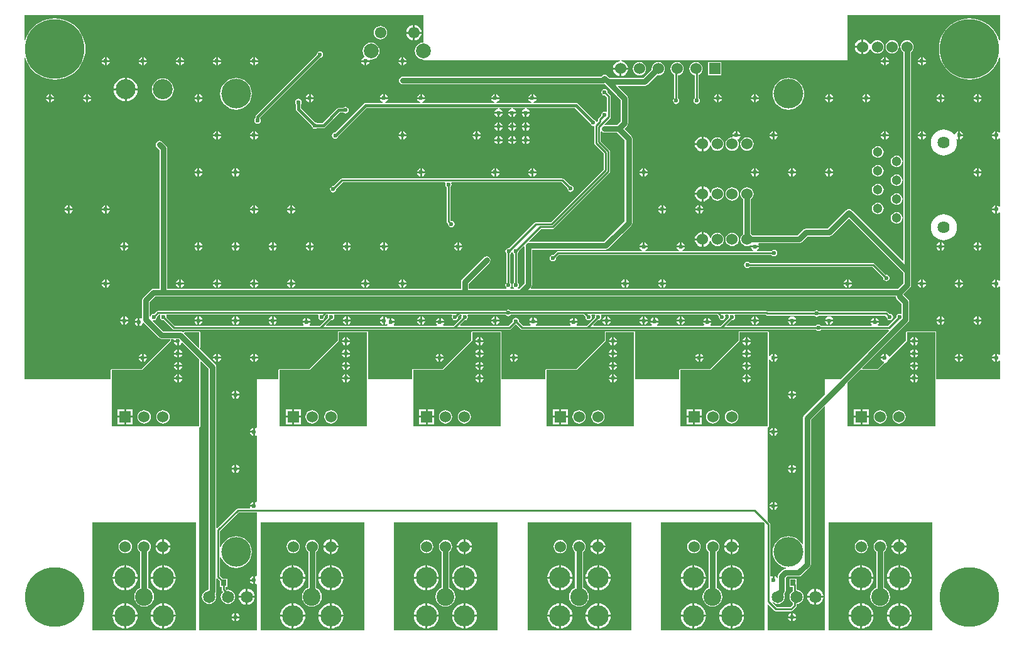
<source format=gbl>
G04*
G04 #@! TF.GenerationSoftware,Altium Limited,Altium Designer,19.0.10 (269)*
G04*
G04 Layer_Physical_Order=2*
G04 Layer_Color=16711680*
%FSLAX25Y25*%
%MOIN*%
G70*
G01*
G75*
%ADD12C,0.01000*%
%ADD25R,0.02756X0.03543*%
%ADD103C,0.03000*%
%ADD104C,0.01500*%
%ADD107C,0.06000*%
%ADD108C,0.07874*%
%ADD109C,0.06102*%
%ADD110C,0.05130*%
%ADD111C,0.06398*%
%ADD112C,0.10630*%
%ADD113C,0.06496*%
%ADD114C,0.11221*%
%ADD115C,0.09449*%
%ADD116R,0.06000X0.06000*%
%ADD117C,0.15748*%
%ADD118C,0.31496*%
%ADD119C,0.03937*%
%ADD120C,0.05118*%
%ADD121C,0.02362*%
G36*
X258823Y150128D02*
X258323Y150045D01*
X257760Y151704D01*
X256818Y153614D01*
X255635Y155385D01*
X254230Y156986D01*
X252629Y158390D01*
X250858Y159574D01*
X248948Y160516D01*
X246931Y161200D01*
X244842Y161616D01*
X242717Y161755D01*
X240591Y161616D01*
X238502Y161200D01*
X236485Y160516D01*
X234575Y159574D01*
X232804Y158390D01*
X231203Y156986D01*
X229799Y155385D01*
X228615Y153614D01*
X227673Y151704D01*
X226989Y149687D01*
X226573Y147598D01*
X226434Y145472D01*
X226573Y143347D01*
X226989Y141258D01*
X227673Y139241D01*
X228615Y137331D01*
X229799Y135560D01*
X231203Y133959D01*
X232804Y132554D01*
X234575Y131371D01*
X236485Y130429D01*
X238502Y129744D01*
X240591Y129329D01*
X242717Y129190D01*
X244842Y129329D01*
X246931Y129744D01*
X248948Y130429D01*
X250858Y131371D01*
X252629Y132554D01*
X254230Y133959D01*
X255635Y135560D01*
X256818Y137331D01*
X257760Y139241D01*
X258323Y140900D01*
X258823Y140817D01*
Y101445D01*
X258406Y101298D01*
X258323Y101282D01*
X257615Y101755D01*
X257264Y101825D01*
Y99701D01*
Y97576D01*
X257615Y97646D01*
X258323Y98119D01*
X258406Y98104D01*
X258823Y97957D01*
Y62075D01*
X258406Y61928D01*
X258323Y61912D01*
X257615Y62385D01*
X257264Y62455D01*
Y60331D01*
Y58206D01*
X257615Y58276D01*
X258323Y58749D01*
X258406Y58734D01*
X258823Y58587D01*
Y22705D01*
X258406Y22558D01*
X258323Y22542D01*
X257615Y23015D01*
X257264Y23085D01*
Y20961D01*
Y18836D01*
X257615Y18906D01*
X258323Y19379D01*
X258406Y19364D01*
X258823Y19217D01*
Y-16665D01*
X258406Y-16812D01*
X258323Y-16828D01*
X257615Y-16355D01*
X257264Y-16285D01*
Y-18409D01*
Y-20534D01*
X257615Y-20464D01*
X258323Y-19991D01*
X258406Y-20007D01*
X258823Y-20154D01*
Y-29827D01*
X225041Y-29827D01*
Y-5000D01*
X224883Y-4617D01*
X224500Y-4459D01*
X209500D01*
X209117Y-4617D01*
X208959Y-5000D01*
Y-9276D01*
X200290Y-17945D01*
X199811Y-17800D01*
X199763Y-17558D01*
X199281Y-16837D01*
X198560Y-16355D01*
X198209Y-16285D01*
Y-18409D01*
X197709D01*
Y-18909D01*
X195584D01*
X195654Y-19261D01*
X196136Y-19982D01*
X196858Y-20464D01*
X197111Y-20514D01*
X197125Y-20552D01*
X197182Y-20779D01*
X197194Y-21041D01*
X193776Y-24459D01*
X185884D01*
X185693Y-23997D01*
X210084Y394D01*
X210526Y1056D01*
X210681Y1836D01*
Y8500D01*
Y11114D01*
X210526Y11895D01*
X210084Y12556D01*
X207525Y15114D01*
Y15275D01*
X211064Y18814D01*
X211506Y19476D01*
X211661Y20256D01*
Y27598D01*
Y143899D01*
X211984Y144147D01*
X212545Y144878D01*
X212898Y145730D01*
X213018Y146643D01*
X212898Y147557D01*
X212545Y148408D01*
X211984Y149140D01*
X211253Y149701D01*
X210402Y150053D01*
X209488Y150174D01*
X208575Y150053D01*
X207723Y149701D01*
X206992Y149140D01*
X206431Y148408D01*
X206078Y147557D01*
X205958Y146643D01*
X206078Y145730D01*
X206431Y144878D01*
X206992Y144147D01*
X207583Y143694D01*
Y85877D01*
X207083Y85844D01*
X206986Y86580D01*
X206677Y87325D01*
X206186Y87966D01*
X205546Y88457D01*
X204800Y88766D01*
X204000Y88871D01*
X203200Y88766D01*
X202454Y88457D01*
X201814Y87966D01*
X201323Y87325D01*
X201014Y86580D01*
X200909Y85780D01*
X201014Y84979D01*
X201323Y84234D01*
X201814Y83594D01*
X202454Y83102D01*
X203200Y82793D01*
X204000Y82688D01*
X204800Y82793D01*
X205546Y83102D01*
X206186Y83594D01*
X206677Y84234D01*
X206986Y84979D01*
X207083Y85715D01*
X207583Y85682D01*
Y75877D01*
X207083Y75845D01*
X206986Y76580D01*
X206677Y77325D01*
X206186Y77965D01*
X205546Y78457D01*
X204800Y78766D01*
X204000Y78871D01*
X203200Y78766D01*
X202454Y78457D01*
X201814Y77965D01*
X201323Y77325D01*
X201014Y76580D01*
X200909Y75779D01*
X201014Y74979D01*
X201323Y74234D01*
X201814Y73594D01*
X202454Y73102D01*
X203200Y72794D01*
X204000Y72688D01*
X204800Y72794D01*
X205546Y73102D01*
X206186Y73594D01*
X206677Y74234D01*
X206986Y74979D01*
X207083Y75715D01*
X207583Y75682D01*
Y65877D01*
X207083Y65845D01*
X206986Y66580D01*
X206677Y67325D01*
X206186Y67966D01*
X205546Y68457D01*
X204800Y68766D01*
X204000Y68871D01*
X203200Y68766D01*
X202454Y68457D01*
X201814Y67966D01*
X201323Y67325D01*
X201014Y66580D01*
X200909Y65780D01*
X201014Y64979D01*
X201323Y64234D01*
X201814Y63594D01*
X202454Y63102D01*
X203200Y62793D01*
X204000Y62688D01*
X204800Y62793D01*
X205546Y63102D01*
X206186Y63594D01*
X206677Y64234D01*
X206986Y64979D01*
X207083Y65715D01*
X207583Y65682D01*
Y55877D01*
X207083Y55844D01*
X206986Y56580D01*
X206677Y57325D01*
X206186Y57965D01*
X205546Y58457D01*
X204800Y58766D01*
X204000Y58871D01*
X203200Y58766D01*
X202454Y58457D01*
X201814Y57965D01*
X201323Y57325D01*
X201014Y56580D01*
X200909Y55779D01*
X201014Y54979D01*
X201323Y54234D01*
X201814Y53594D01*
X202454Y53102D01*
X203200Y52794D01*
X204000Y52688D01*
X204800Y52794D01*
X205546Y53102D01*
X206186Y53594D01*
X206677Y54234D01*
X206986Y54979D01*
X207083Y55715D01*
X207583Y55682D01*
Y33175D01*
X207121Y32983D01*
X180162Y59942D01*
X179501Y60384D01*
X178720Y60539D01*
X177940Y60384D01*
X177278Y59942D01*
X167376Y50039D01*
X155798D01*
X155018Y49884D01*
X154356Y49442D01*
X151340Y46426D01*
X127425D01*
X127074Y46883D01*
X126617Y47234D01*
Y65653D01*
X127074Y66004D01*
X127635Y66735D01*
X127988Y67586D01*
X128108Y68500D01*
X127988Y69414D01*
X127635Y70265D01*
X127074Y70996D01*
X126343Y71557D01*
X125491Y71910D01*
X124578Y72030D01*
X123664Y71910D01*
X122813Y71557D01*
X122081Y70996D01*
X121520Y70265D01*
X121168Y69414D01*
X121047Y68500D01*
X121168Y67586D01*
X121520Y66735D01*
X122081Y66004D01*
X122538Y65653D01*
Y47234D01*
X122081Y46883D01*
X121520Y46152D01*
X121168Y45300D01*
X121047Y44387D01*
X121168Y43473D01*
X121520Y42622D01*
X122081Y41891D01*
X122813Y41330D01*
X123664Y40977D01*
X124578Y40857D01*
X125491Y40977D01*
X126202Y41271D01*
X126404Y41146D01*
X130935D01*
X130866Y41497D01*
X130631Y41848D01*
X130898Y42348D01*
X152185D01*
X152965Y42503D01*
X153627Y42945D01*
X156643Y45961D01*
X168220D01*
X169001Y46116D01*
X169662Y46558D01*
X178720Y55616D01*
X207583Y26754D01*
Y21101D01*
X204616Y18134D01*
X45772D01*
X45644Y18159D01*
X10076D01*
X9885Y18621D01*
X9942Y18678D01*
X10384Y19340D01*
X10539Y20120D01*
Y38961D01*
X49500D01*
X50280Y39116D01*
X50942Y39558D01*
X63206Y51822D01*
X63648Y52483D01*
X63803Y53264D01*
Y81000D01*
Y97831D01*
X63648Y98611D01*
X63206Y99273D01*
X59431Y103047D01*
X60942Y104558D01*
X61384Y105220D01*
X61539Y106000D01*
Y119264D01*
X61539Y119264D01*
X61384Y120044D01*
X60942Y120706D01*
X56149Y125499D01*
X56340Y125961D01*
X70366D01*
X71146Y126116D01*
X71808Y126558D01*
X76810Y131561D01*
X77500Y131470D01*
X78414Y131590D01*
X79265Y131943D01*
X79996Y132504D01*
X80557Y133235D01*
X80910Y134086D01*
X81030Y135000D01*
X80910Y135914D01*
X80557Y136765D01*
X79996Y137496D01*
X79265Y138057D01*
X78414Y138410D01*
X77500Y138530D01*
X76586Y138410D01*
X75735Y138057D01*
X75004Y137496D01*
X74443Y136765D01*
X74090Y135914D01*
X73970Y135000D01*
X74029Y134547D01*
X69521Y130039D01*
X51609D01*
X50442Y131206D01*
X49780Y131648D01*
X49000Y131803D01*
X48220Y131648D01*
X47558Y131206D01*
X47558Y131206D01*
X47250Y130897D01*
X-58071D01*
X-58851Y130742D01*
X-59513Y130300D01*
X-59955Y129639D01*
X-60110Y128858D01*
X-59955Y128078D01*
X-59513Y127416D01*
X-58851Y126974D01*
X-58071Y126819D01*
X48094D01*
X48875Y126974D01*
X48893Y126987D01*
X49322Y126558D01*
X57461Y118419D01*
Y106845D01*
X55703Y105086D01*
X49071D01*
X48945Y105254D01*
X48842Y105565D01*
X51902Y108625D01*
X52123Y108956D01*
X52201Y109346D01*
Y120319D01*
X52123Y120709D01*
X51902Y121040D01*
X50669Y122273D01*
X50714Y122500D01*
X50584Y123156D01*
X50212Y123712D01*
X49656Y124084D01*
X49000Y124214D01*
X48344Y124084D01*
X47788Y123712D01*
X47416Y123156D01*
X47286Y122500D01*
X47416Y121844D01*
X47788Y121288D01*
X48344Y120916D01*
X49000Y120786D01*
X49227Y120831D01*
X50161Y119897D01*
Y112276D01*
X49720Y112040D01*
X49656Y112084D01*
X49000Y112214D01*
X48344Y112084D01*
X47788Y111712D01*
X47416Y111156D01*
X47286Y110500D01*
X47331Y110273D01*
X45899Y108841D01*
X45678Y108510D01*
X45600Y108120D01*
Y107328D01*
X45065Y106793D01*
X44586Y106938D01*
X44571Y107014D01*
X44200Y107570D01*
X43644Y107942D01*
X43098Y108050D01*
X34747Y116401D01*
X34334Y116677D01*
X33846Y116774D01*
X11315D01*
X11266Y117274D01*
X11552Y117331D01*
X12273Y117813D01*
X12755Y118535D01*
X12825Y118886D01*
X8576D01*
X8646Y118535D01*
X9128Y117813D01*
X9850Y117331D01*
X10135Y117274D01*
X10086Y116774D01*
X-8370D01*
X-8419Y117274D01*
X-8133Y117331D01*
X-7412Y117813D01*
X-6930Y118535D01*
X-6860Y118886D01*
X-11109D01*
X-11039Y118535D01*
X-10557Y117813D01*
X-9835Y117331D01*
X-9550Y117274D01*
X-9599Y116774D01*
X-47740D01*
X-47789Y117274D01*
X-47503Y117331D01*
X-46782Y117813D01*
X-46300Y118535D01*
X-46230Y118886D01*
X-50479D01*
X-50409Y118535D01*
X-49927Y117813D01*
X-49205Y117331D01*
X-48920Y117274D01*
X-48969Y116774D01*
X-67425D01*
X-67474Y117274D01*
X-67188Y117331D01*
X-66467Y117813D01*
X-65985Y118535D01*
X-65915Y118886D01*
X-70164D01*
X-70094Y118535D01*
X-69612Y117813D01*
X-68890Y117331D01*
X-68605Y117274D01*
X-68654Y116774D01*
X-77933D01*
X-78421Y116677D01*
X-78834Y116401D01*
X-94043Y101192D01*
X-94589Y101084D01*
X-95145Y100712D01*
X-95517Y100156D01*
X-95647Y99500D01*
X-95517Y98844D01*
X-95145Y98288D01*
X-94589Y97916D01*
X-93933Y97786D01*
X-93277Y97916D01*
X-92721Y98288D01*
X-92349Y98844D01*
X-92241Y99390D01*
X-77405Y114225D01*
X-7542D01*
X-7493Y113725D01*
X-8075Y113610D01*
X-8797Y113128D01*
X-9279Y112406D01*
X-9349Y112055D01*
X-5100D01*
X-5170Y112406D01*
X-5652Y113128D01*
X-6373Y113610D01*
X-6956Y113725D01*
X-6906Y114225D01*
X-318D01*
X-269Y113725D01*
X-851Y113610D01*
X-1572Y113128D01*
X-2055Y112406D01*
X-2124Y112055D01*
X2124D01*
X2055Y112406D01*
X1572Y113128D01*
X851Y113610D01*
X269Y113725D01*
X318Y114225D01*
X6906D01*
X6956Y113725D01*
X6373Y113610D01*
X5652Y113128D01*
X5170Y112406D01*
X5100Y112055D01*
X9349D01*
X9279Y112406D01*
X8797Y113128D01*
X8075Y113610D01*
X7493Y113725D01*
X7542Y114225D01*
X33318D01*
X41296Y106248D01*
X41404Y105702D01*
X41776Y105146D01*
X42332Y104775D01*
X42988Y104644D01*
X43094Y104665D01*
X43480Y104348D01*
Y95379D01*
X43558Y94989D01*
X43779Y94658D01*
X48480Y89956D01*
Y81422D01*
X20578Y53520D01*
X12588D01*
X12198Y53442D01*
X11867Y53221D01*
X-1685Y39669D01*
X-1912Y39714D01*
X-2568Y39584D01*
X-3124Y39212D01*
X-3496Y38656D01*
X-3626Y38000D01*
X-3496Y37344D01*
X-3124Y36788D01*
X-2976Y36689D01*
Y21370D01*
X-3212Y21212D01*
X-3584Y20656D01*
X-3714Y20000D01*
X-3584Y19344D01*
X-3212Y18788D01*
X-3019Y18659D01*
X-3171Y18159D01*
X-23183D01*
Y20933D01*
X-12146Y31970D01*
X-11704Y32632D01*
X-11549Y33412D01*
X-11704Y34192D01*
X-12146Y34854D01*
X-12808Y35296D01*
X-13588Y35451D01*
X-14368Y35296D01*
X-15030Y34854D01*
X-26664Y23220D01*
X-27106Y22558D01*
X-27262Y21778D01*
Y18159D01*
X-183026D01*
Y92679D01*
X-183181Y93459D01*
X-183623Y94121D01*
X-185688Y96186D01*
X-186350Y96628D01*
X-187130Y96783D01*
X-187910Y96628D01*
X-188572Y96186D01*
X-189014Y95525D01*
X-189169Y94744D01*
X-189014Y93964D01*
X-188572Y93302D01*
X-187104Y91834D01*
Y18159D01*
X-190380D01*
X-191160Y18004D01*
X-191822Y17562D01*
X-195804Y13580D01*
X-196246Y12918D01*
X-196401Y12138D01*
Y2582D01*
X-196901Y2315D01*
X-197260Y2555D01*
X-197611Y2624D01*
Y500D01*
Y-1624D01*
X-197260Y-1555D01*
X-196539Y-1072D01*
X-196056Y-351D01*
X-196006Y-96D01*
X-195463Y69D01*
X-187492Y-7903D01*
X-186830Y-8345D01*
X-186050Y-8500D01*
X-181592D01*
Y-9276D01*
X-196775Y-24459D01*
X-212500D01*
X-212883Y-24617D01*
X-213041Y-25000D01*
Y-29827D01*
X-258823D01*
Y140817D01*
X-258323Y140900D01*
X-257760Y139241D01*
X-256818Y137331D01*
X-255635Y135560D01*
X-254230Y133959D01*
X-252629Y132554D01*
X-250858Y131371D01*
X-248948Y130429D01*
X-246931Y129744D01*
X-244842Y129329D01*
X-242717Y129190D01*
X-240591Y129329D01*
X-238502Y129744D01*
X-236485Y130429D01*
X-234575Y131371D01*
X-232804Y132554D01*
X-231203Y133959D01*
X-229799Y135560D01*
X-228615Y137331D01*
X-227673Y139241D01*
X-226989Y141258D01*
X-226573Y143347D01*
X-226434Y145472D01*
X-226573Y147598D01*
X-226989Y149687D01*
X-227673Y151704D01*
X-228615Y153614D01*
X-229799Y155385D01*
X-231203Y156986D01*
X-232804Y158390D01*
X-234575Y159574D01*
X-236485Y160516D01*
X-238502Y161200D01*
X-240591Y161616D01*
X-242717Y161755D01*
X-244842Y161616D01*
X-246931Y161200D01*
X-248948Y160516D01*
X-250858Y159574D01*
X-252629Y158390D01*
X-254230Y156986D01*
X-255635Y155385D01*
X-256818Y153614D01*
X-257760Y151704D01*
X-258323Y150045D01*
X-258823Y150128D01*
Y163350D01*
X-46949D01*
Y149048D01*
X-47224Y148806D01*
X-48383Y148653D01*
X-49462Y148206D01*
X-50389Y147495D01*
X-51100Y146568D01*
X-51547Y145489D01*
X-51700Y144331D01*
X-51547Y143172D01*
X-51100Y142093D01*
X-50389Y141166D01*
X-49462Y140455D01*
X-48383Y140008D01*
X-47224Y139855D01*
X-46949Y139614D01*
Y139500D01*
X57205D01*
X57238Y139000D01*
X56456Y138897D01*
X55483Y138494D01*
X54647Y137853D01*
X54006Y137017D01*
X53603Y136044D01*
X53531Y135500D01*
X57500D01*
X61469D01*
X61397Y136044D01*
X60994Y137017D01*
X60353Y137853D01*
X59517Y138494D01*
X58544Y138897D01*
X57762Y139000D01*
X57795Y139500D01*
X178000D01*
Y163350D01*
X258823D01*
Y150128D01*
D02*
G37*
G36*
X47558Y101605D02*
X48220Y101163D01*
X49000Y101008D01*
X55703D01*
X59725Y96986D01*
Y81000D01*
Y54108D01*
X48655Y43039D01*
X8998D01*
X8791Y43539D01*
X15232Y49980D01*
X21621D01*
X22012Y50058D01*
X22342Y50279D01*
X51721Y79658D01*
X51942Y79988D01*
X52020Y80379D01*
Y91000D01*
X51942Y91390D01*
X51721Y91721D01*
X47020Y96422D01*
Y101511D01*
X47520Y101663D01*
X47558Y101605D01*
D02*
G37*
G36*
X6461Y40502D02*
Y20965D01*
X3655Y18159D01*
X3076D01*
X2924Y18659D01*
X3117Y18788D01*
X3488Y19344D01*
X3619Y20000D01*
X3488Y20656D01*
X3117Y21212D01*
X2924Y21341D01*
Y36723D01*
X3022Y36788D01*
X3393Y37344D01*
X3524Y38000D01*
X3478Y38227D01*
X5961Y40709D01*
X6461Y40502D01*
D02*
G37*
G36*
X226Y37344D02*
X598Y36788D01*
X885Y36596D01*
Y21341D01*
X693Y21212D01*
X321Y20656D01*
X191Y20000D01*
X321Y19344D01*
X693Y18788D01*
X885Y18659D01*
X734Y18159D01*
X-829D01*
X-981Y18659D01*
X-788Y18788D01*
X-416Y19344D01*
X-286Y20000D01*
X-416Y20656D01*
X-788Y21212D01*
X-936Y21311D01*
Y36630D01*
X-700Y36788D01*
X-329Y37344D01*
X-306Y37456D01*
X204D01*
X226Y37344D01*
D02*
G37*
G36*
X45669Y14055D02*
X203490D01*
X203602Y13489D01*
X204044Y12828D01*
X206603Y10270D01*
Y5008D01*
X206192Y4726D01*
X206103Y4740D01*
X205461Y4868D01*
X204805Y4737D01*
X204249Y4366D01*
X203877Y3810D01*
X203747Y3153D01*
X203792Y2927D01*
X199350Y-1515D01*
X194182D01*
X194051Y-1015D01*
X194495Y-351D01*
X194564Y0D01*
X190316D01*
X190386Y-351D01*
X190829Y-1015D01*
X190698Y-1515D01*
X163770D01*
X163641Y-1323D01*
X163085Y-951D01*
X162429Y-821D01*
X161773Y-951D01*
X161217Y-1323D01*
X161089Y-1515D01*
X113911D01*
X113720Y-1053D01*
X116257Y1485D01*
X116484Y1440D01*
X117140Y1570D01*
X117696Y1942D01*
X118068Y2498D01*
X118198Y3153D01*
X118068Y3810D01*
X118025Y3874D01*
X118260Y4315D01*
X134561D01*
X134597Y4279D01*
X134928Y4058D01*
X135318Y3980D01*
X148351D01*
X148400Y3480D01*
X148126Y3426D01*
X147645Y3330D01*
X146924Y2848D01*
X146441Y2127D01*
X146372Y1776D01*
X150620D01*
X150551Y2127D01*
X150069Y2848D01*
X149347Y3330D01*
X148867Y3426D01*
X148592Y3480D01*
X148641Y3980D01*
X160120D01*
X160249Y3788D01*
X160805Y3416D01*
X161461Y3286D01*
X162117Y3416D01*
X162673Y3788D01*
X162801Y3980D01*
X168036D01*
X168086Y3480D01*
X167811Y3426D01*
X167330Y3330D01*
X166609Y2848D01*
X166127Y2127D01*
X166057Y1776D01*
X170306D01*
X170236Y2127D01*
X169754Y2848D01*
X169032Y3330D01*
X168552Y3426D01*
X168277Y3480D01*
X168326Y3980D01*
X197999D01*
X198681Y3298D01*
X198652Y3153D01*
X198783Y2498D01*
X199154Y1942D01*
X199710Y1570D01*
X200366Y1440D01*
X201022Y1570D01*
X201578Y1942D01*
X201950Y2498D01*
X202080Y3153D01*
X201950Y3810D01*
X201578Y4366D01*
X201022Y4737D01*
X200366Y4868D01*
X200057Y4806D01*
X199142Y5721D01*
X198811Y5942D01*
X198421Y6020D01*
X162801D01*
X162673Y6212D01*
X162117Y6584D01*
X161461Y6714D01*
X160805Y6584D01*
X160249Y6212D01*
X160120Y6020D01*
X135740D01*
X135704Y6056D01*
X135373Y6277D01*
X134983Y6354D01*
X-659D01*
X-788Y6547D01*
X-1344Y6918D01*
X-2000Y7049D01*
X-2656Y6918D01*
X-3212Y6547D01*
X-3341Y6354D01*
X-99028D01*
X-99028Y6354D01*
X-188004D01*
X-188394Y6277D01*
X-188725Y6056D01*
X-189958Y4822D01*
X-190185Y4868D01*
X-190841Y4737D01*
X-191397Y4366D01*
X-191769Y3810D01*
X-191823Y3537D01*
X-192323Y3587D01*
Y11293D01*
X-189535Y14081D01*
X45541D01*
X45669Y14055D01*
D02*
G37*
G36*
X-186631Y3874D02*
X-186674Y3810D01*
X-186805Y3153D01*
X-186674Y2498D01*
X-186302Y1942D01*
X-185747Y1570D01*
X-185091Y1440D01*
X-184864Y1485D01*
X-180158Y-3221D01*
X-179827Y-3442D01*
X-179437Y-3520D01*
X-1568D01*
X-1178Y-3442D01*
X-847Y-3221D01*
X1678Y-697D01*
X1905Y-742D01*
X2132Y-697D01*
X4656Y-3221D01*
X4987Y-3442D01*
X5377Y-3520D01*
X110691D01*
X110865Y-3554D01*
X161089D01*
X161217Y-3747D01*
X161773Y-4118D01*
X162429Y-4249D01*
X163085Y-4118D01*
X163641Y-3747D01*
X163770Y-3554D01*
X199661D01*
X199831Y-3823D01*
X199879Y-4043D01*
X174095Y-29827D01*
X166000D01*
Y-37922D01*
X154987Y-48935D01*
X154545Y-49596D01*
X154390Y-50377D01*
Y-117487D01*
X153890Y-117612D01*
X153551Y-116979D01*
X152505Y-115704D01*
X151230Y-114657D01*
X149775Y-113880D01*
X148197Y-113401D01*
X146555Y-113239D01*
X144913Y-113401D01*
X143335Y-113880D01*
X141880Y-114657D01*
X140605Y-115704D01*
X139559Y-116979D01*
X138781Y-118433D01*
X138302Y-120012D01*
X138141Y-121653D01*
X138302Y-123295D01*
X138781Y-124874D01*
X139559Y-126328D01*
X140605Y-127603D01*
X141880Y-128650D01*
X143335Y-129428D01*
X144913Y-129906D01*
X145079Y-129923D01*
X145120Y-130429D01*
X145000Y-130461D01*
X144220Y-130616D01*
X143558Y-131058D01*
X143558Y-131058D01*
X141605Y-133011D01*
X141163Y-133672D01*
X141008Y-134453D01*
Y-135218D01*
X140508Y-135369D01*
X140226Y-134947D01*
X139505Y-134465D01*
X139154Y-134395D01*
Y-136520D01*
X138154D01*
Y-134395D01*
X137803Y-134465D01*
X137520Y-134654D01*
X137020Y-134387D01*
Y-107000D01*
X136942Y-106610D01*
X136721Y-106279D01*
X135500Y-105058D01*
X135500Y-55541D01*
X135648D01*
X136031Y-55383D01*
X136190Y-55000D01*
Y-19548D01*
X136690Y-19396D01*
X137081Y-19982D01*
X137803Y-20464D01*
X138154Y-20534D01*
Y-18409D01*
Y-16285D01*
X137803Y-16355D01*
X137081Y-16837D01*
X136690Y-17423D01*
X136190Y-17271D01*
Y-5000D01*
X136031Y-4617D01*
X135648Y-4459D01*
X120648D01*
X120266Y-4617D01*
X120107Y-5000D01*
Y-9276D01*
X104924Y-24459D01*
X89200D01*
X88817Y-24617D01*
X88658Y-25000D01*
Y-29827D01*
X65261Y-29827D01*
Y-5000D01*
X65103Y-4617D01*
X64720Y-4459D01*
X49720D01*
X49337Y-4617D01*
X49179Y-5000D01*
Y-9276D01*
X33996Y-24459D01*
X18271D01*
X17888Y-24617D01*
X17730Y-25000D01*
Y-29827D01*
X-5605D01*
Y-5000D01*
X-5764Y-4617D01*
X-6146Y-4459D01*
X-21146D01*
X-21529Y-4617D01*
X-21688Y-5000D01*
Y-9276D01*
X-36871Y-24459D01*
X-52595D01*
X-52978Y-24617D01*
X-53136Y-25000D01*
Y-29827D01*
X-76409D01*
Y-5000D01*
X-76567Y-4617D01*
X-76950Y-4459D01*
X-91950D01*
X-92333Y-4617D01*
X-92491Y-5000D01*
Y-9276D01*
X-107674Y-24459D01*
X-123399D01*
X-123782Y-24617D01*
X-123940Y-25000D01*
Y-29827D01*
X-135500D01*
Y-55586D01*
X-135941Y-55822D01*
X-136086Y-55725D01*
X-136437Y-55655D01*
Y-57780D01*
Y-59904D01*
X-136086Y-59834D01*
X-135941Y-59737D01*
X-135500Y-59973D01*
Y-94956D01*
X-135941Y-95192D01*
X-136086Y-95095D01*
X-136437Y-95025D01*
Y-97150D01*
X-136937D01*
Y-97650D01*
X-139061D01*
X-138996Y-97980D01*
X-138987Y-98069D01*
X-139250Y-98480D01*
X-145500D01*
X-145890Y-98558D01*
X-146221Y-98779D01*
X-156461Y-109019D01*
X-156961Y-108812D01*
Y-23438D01*
X-157116Y-22658D01*
X-157558Y-21996D01*
X-165819Y-13736D01*
X-165668Y-13233D01*
X-165627Y-13133D01*
X-165551Y-13057D01*
Y-12949D01*
X-165510Y-12850D01*
Y-5000D01*
X-165668Y-4617D01*
X-166051Y-4459D01*
X-173847D01*
X-173947Y-4500D01*
X-174055D01*
X-174131Y-4576D01*
X-174230Y-4617D01*
X-174237Y-4634D01*
X-174543Y-4790D01*
X-174885Y-4785D01*
X-175197Y-4577D01*
X-175978Y-4422D01*
X-185205D01*
X-190649Y1022D01*
X-190402Y1483D01*
X-190185Y1440D01*
X-189529Y1570D01*
X-188973Y1942D01*
X-188602Y2498D01*
X-188471Y3153D01*
X-188516Y3381D01*
X-187582Y4315D01*
X-186867D01*
X-186631Y3874D01*
D02*
G37*
G36*
X114944Y3874D02*
X114901Y3810D01*
X114770Y3153D01*
X114815Y2927D01*
X110408Y-1480D01*
X105257D01*
X105098Y-980D01*
X105518Y-351D01*
X105588Y0D01*
X101339D01*
X101409Y-351D01*
X101830Y-980D01*
X101670Y-1480D01*
X76995D01*
X76843Y-980D01*
X77073Y-827D01*
X77555Y-106D01*
X77624Y246D01*
X73376D01*
X73445Y-106D01*
X73927Y-827D01*
X74157Y-980D01*
X74005Y-1480D01*
X43079D01*
X42888Y-1018D01*
X45391Y1485D01*
X45618Y1440D01*
X46274Y1570D01*
X46830Y1942D01*
X47202Y2498D01*
X47332Y3153D01*
X47202Y3810D01*
X47159Y3874D01*
X47394Y4315D01*
X108786D01*
X109721Y3381D01*
X109676Y3153D01*
X109806Y2498D01*
X110178Y1942D01*
X110734Y1570D01*
X111390Y1440D01*
X112046Y1570D01*
X112602Y1942D01*
X112973Y2498D01*
X113104Y3153D01*
X112973Y3810D01*
X112930Y3874D01*
X113166Y4315D01*
X114708D01*
X114944Y3874D01*
D02*
G37*
G36*
X44078D02*
X44035Y3810D01*
X43904Y3153D01*
X43949Y2927D01*
X39542Y-1480D01*
X34391D01*
X34232Y-980D01*
X34652Y-351D01*
X34722Y0D01*
X30473D01*
X30543Y-351D01*
X30964Y-980D01*
X30804Y-1480D01*
X12695D01*
X12544Y-980D01*
X12773Y-827D01*
X13255Y-106D01*
X13325Y246D01*
X9076D01*
X9146Y-106D01*
X9628Y-827D01*
X9858Y-980D01*
X9706Y-1480D01*
X5799D01*
X3574Y746D01*
X3619Y972D01*
X3488Y1628D01*
X3117Y2184D01*
X2561Y2556D01*
X1905Y2686D01*
X1249Y2556D01*
X693Y2184D01*
X321Y1628D01*
X191Y972D01*
X236Y746D01*
X-1990Y-1480D01*
X-27492D01*
X-27684Y-1018D01*
X-25220Y1445D01*
X-24592Y1570D01*
X-24036Y1942D01*
X-23664Y2498D01*
X-23534Y3153D01*
X-23664Y3810D01*
X-23708Y3874D01*
X-23472Y4315D01*
X-3341D01*
X-3212Y4123D01*
X-2656Y3751D01*
X-2000Y3621D01*
X-1344Y3751D01*
X-788Y4123D01*
X-659Y4315D01*
X37920D01*
X38855Y3381D01*
X38810Y3153D01*
X38940Y2498D01*
X39312Y1942D01*
X39868Y1570D01*
X40524Y1440D01*
X41180Y1570D01*
X41736Y1942D01*
X42107Y2498D01*
X42238Y3153D01*
X42107Y3810D01*
X42064Y3874D01*
X42300Y4315D01*
X43842D01*
X44078Y3874D01*
D02*
G37*
G36*
X-26788D02*
X-26832Y3810D01*
X-26962Y3153D01*
X-26868Y2681D01*
X-31029Y-1480D01*
X-36475D01*
X-36634Y-980D01*
X-36214Y-351D01*
X-36144Y0D01*
X-40393D01*
X-40323Y-351D01*
X-39902Y-980D01*
X-40062Y-1480D01*
X-62707D01*
X-62866Y-980D01*
X-62445Y-351D01*
X-62376Y0D01*
X-64500D01*
Y500D01*
X-65000D01*
Y2624D01*
X-65351Y2555D01*
X-65987Y2130D01*
X-66467Y2848D01*
X-67188Y3330D01*
X-67539Y3400D01*
Y1276D01*
Y-849D01*
X-67188Y-779D01*
X-66553Y-354D01*
X-66134Y-980D01*
X-66294Y-1480D01*
X-98653D01*
X-98844Y-1018D01*
X-96341Y1485D01*
X-96114Y1440D01*
X-95458Y1570D01*
X-94902Y1942D01*
X-94531Y2498D01*
X-94400Y3153D01*
X-94531Y3810D01*
X-94574Y3874D01*
X-94338Y4315D01*
X-32119D01*
X-31883Y3874D01*
X-31926Y3810D01*
X-32057Y3153D01*
X-31926Y2498D01*
X-31554Y1942D01*
X-30999Y1570D01*
X-30343Y1440D01*
X-29687Y1570D01*
X-29131Y1942D01*
X-28759Y2498D01*
X-28629Y3153D01*
X-28674Y3381D01*
X-27739Y4315D01*
X-27024D01*
X-26788Y3874D01*
D02*
G37*
G36*
X-102749Y3874D02*
X-102792Y3810D01*
X-102923Y3153D01*
X-102792Y2498D01*
X-102421Y1942D01*
X-101865Y1570D01*
X-101209Y1440D01*
X-100553Y1570D01*
X-99997Y1942D01*
X-99625Y2498D01*
X-99495Y3153D01*
X-99540Y3381D01*
X-98605Y4315D01*
X-97890D01*
X-97655Y3874D01*
X-97698Y3810D01*
X-97828Y3153D01*
X-97783Y2927D01*
X-102190Y-1480D01*
X-107341D01*
X-107501Y-980D01*
X-107080Y-351D01*
X-107010Y0D01*
X-111259D01*
X-111189Y-351D01*
X-110769Y-980D01*
X-110928Y-1480D01*
X-179015D01*
X-183422Y2927D01*
X-183377Y3153D01*
X-183507Y3810D01*
X-183550Y3874D01*
X-183315Y4315D01*
X-102985D01*
X-102749Y3874D01*
D02*
G37*
G36*
X-166051Y-12850D02*
X-166513Y-13041D01*
X-174055Y-5500D01*
X-173847Y-5000D01*
X-166051D01*
Y-12850D01*
D02*
G37*
G36*
X224500Y-55000D02*
X178051D01*
Y-31639D01*
X184690Y-25000D01*
X194000D01*
X197619Y-21381D01*
X197709Y-21399D01*
X198365Y-21269D01*
X198921Y-20897D01*
X199292Y-20341D01*
X199423Y-19685D01*
X199405Y-19595D01*
X209500Y-9500D01*
Y-5000D01*
X224500D01*
Y-55000D01*
D02*
G37*
G36*
X135648D02*
X89200D01*
Y-25000D01*
X105148D01*
X120648Y-9500D01*
Y-5000D01*
X135648D01*
Y-55000D01*
D02*
G37*
G36*
X64720D02*
X18271D01*
Y-25000D01*
X34220D01*
X49720Y-9500D01*
Y-5000D01*
X64720D01*
Y-55000D01*
D02*
G37*
G36*
X-6146D02*
X-52595D01*
Y-25000D01*
X-36646D01*
X-21146Y-9500D01*
Y-5000D01*
X-6146D01*
Y-55000D01*
D02*
G37*
G36*
X-76950D02*
X-123399D01*
Y-25000D01*
X-107450D01*
X-91950Y-9500D01*
Y-5000D01*
X-76950D01*
Y-55000D01*
D02*
G37*
G36*
X-179391Y-9000D02*
X-179420Y-9142D01*
X-177295D01*
Y-9642D01*
X-176795D01*
Y-11766D01*
X-176444Y-11696D01*
X-175723Y-11214D01*
X-175359Y-10670D01*
X-174780Y-10543D01*
X-166051Y-19271D01*
Y-55000D01*
X-212500D01*
Y-25000D01*
X-196551D01*
X-181051Y-9500D01*
Y-8500D01*
X-179711D01*
X-179391Y-9000D01*
D02*
G37*
G36*
X-161039Y-24283D02*
Y-138000D01*
Y-141619D01*
X-161829Y-141723D01*
X-162741Y-142100D01*
X-163523Y-142701D01*
X-164124Y-143484D01*
X-164502Y-144396D01*
X-164631Y-145374D01*
X-164502Y-146352D01*
X-164124Y-147264D01*
X-163523Y-148047D01*
X-162741Y-148648D01*
X-161829Y-149026D01*
X-160850Y-149154D01*
X-159872Y-149026D01*
X-158960Y-148648D01*
X-158177Y-148047D01*
X-157577Y-147264D01*
X-157199Y-146352D01*
X-157070Y-145374D01*
X-157199Y-144396D01*
X-157432Y-143832D01*
X-157116Y-143358D01*
X-156961Y-142578D01*
X-156961Y-142578D01*
Y-138000D01*
Y-135889D01*
X-156461Y-135682D01*
X-154972Y-137170D01*
Y-140272D01*
X-154114D01*
Y-141643D01*
X-154036Y-142033D01*
X-153815Y-142364D01*
X-153521Y-142658D01*
X-153524Y-142701D01*
X-154124Y-143484D01*
X-154502Y-144396D01*
X-154631Y-145374D01*
X-154502Y-146352D01*
X-154124Y-147264D01*
X-153524Y-148047D01*
X-152741Y-148648D01*
X-151829Y-149026D01*
X-150850Y-149154D01*
X-149872Y-149026D01*
X-148960Y-148648D01*
X-148177Y-148047D01*
X-147576Y-147264D01*
X-147199Y-146352D01*
X-147070Y-145374D01*
X-147199Y-144396D01*
X-147576Y-143484D01*
X-148177Y-142701D01*
X-148960Y-142100D01*
X-149872Y-141723D01*
X-150850Y-141594D01*
X-151603Y-141693D01*
X-152075Y-141220D01*
Y-140272D01*
X-151216D01*
Y-135728D01*
X-153531D01*
X-154980Y-134279D01*
Y-124449D01*
X-154480Y-124375D01*
X-154329Y-124874D01*
X-153551Y-126328D01*
X-152505Y-127603D01*
X-151230Y-128650D01*
X-149775Y-129428D01*
X-148197Y-129906D01*
X-146555Y-130068D01*
X-144913Y-129906D01*
X-143335Y-129428D01*
X-141880Y-128650D01*
X-140605Y-127603D01*
X-139559Y-126328D01*
X-138781Y-124874D01*
X-138302Y-123295D01*
X-138141Y-121653D01*
X-138302Y-120012D01*
X-138781Y-118433D01*
X-139559Y-116979D01*
X-140605Y-115704D01*
X-141880Y-114657D01*
X-143335Y-113880D01*
X-144913Y-113401D01*
X-146555Y-113239D01*
X-148197Y-113401D01*
X-149775Y-113880D01*
X-151230Y-114657D01*
X-152505Y-115704D01*
X-153551Y-116979D01*
X-154329Y-118433D01*
X-154480Y-118932D01*
X-154980Y-118858D01*
Y-110422D01*
X-145078Y-100520D01*
X-135500D01*
Y-134326D01*
X-135941Y-134562D01*
X-136086Y-134465D01*
X-136437Y-134395D01*
Y-136520D01*
Y-138644D01*
X-136086Y-138574D01*
X-135941Y-138477D01*
X-135500Y-138713D01*
Y-163350D01*
X-166051D01*
Y-55541D01*
X-165668Y-55383D01*
X-165510Y-55000D01*
Y-20465D01*
X-165048Y-20274D01*
X-161039Y-24283D01*
D02*
G37*
G36*
X166000Y-44343D02*
Y-163350D01*
X135500D01*
Y-149595D01*
X135962Y-149404D01*
X139279Y-152721D01*
X139610Y-152942D01*
X140000Y-153020D01*
X147914D01*
X148304Y-152942D01*
X148635Y-152721D01*
X150520Y-150836D01*
X150741Y-150506D01*
X150818Y-150115D01*
Y-149182D01*
X150850Y-149154D01*
X151829Y-149026D01*
X152741Y-148648D01*
X153524Y-148047D01*
X154124Y-147264D01*
X154502Y-146352D01*
X154631Y-145374D01*
X154502Y-144396D01*
X154124Y-143484D01*
X153524Y-142701D01*
X152741Y-142100D01*
X151829Y-141723D01*
X150850Y-141594D01*
X150850Y-141594D01*
Y-138878D01*
X150831Y-138779D01*
Y-137099D01*
X150850Y-137000D01*
X150831Y-136901D01*
Y-135728D01*
X147075D01*
Y-140272D01*
X148811D01*
Y-142215D01*
X148177Y-142701D01*
X147576Y-143484D01*
X147199Y-144396D01*
X147070Y-145374D01*
X147199Y-146352D01*
X147576Y-147264D01*
X148177Y-148047D01*
X148779Y-148509D01*
Y-149693D01*
X147492Y-150980D01*
X140422D01*
X137928Y-148486D01*
X138259Y-148109D01*
X138960Y-148648D01*
X139872Y-149026D01*
X140850Y-149154D01*
X141829Y-149026D01*
X142741Y-148648D01*
X143524Y-148047D01*
X144124Y-147264D01*
X144502Y-146352D01*
X144631Y-145374D01*
X144502Y-144396D01*
X144287Y-143876D01*
X144489Y-143673D01*
X144931Y-143011D01*
X145086Y-142231D01*
Y-138000D01*
Y-135297D01*
X145845Y-134539D01*
X152000D01*
X152780Y-134384D01*
X153442Y-133942D01*
X157871Y-129513D01*
X158313Y-128851D01*
X158468Y-128071D01*
Y-51221D01*
X165538Y-44152D01*
X166000Y-44343D01*
D02*
G37*
G36*
X222852Y-163350D02*
X167852D01*
Y-106000D01*
X222852D01*
Y-163350D01*
D02*
G37*
G36*
X134000Y-106442D02*
Y-163350D01*
X79000D01*
Y-106000D01*
X133558D01*
X134000Y-106442D01*
D02*
G37*
G36*
X63072Y-163350D02*
X8072D01*
Y-106000D01*
X63072D01*
Y-163350D01*
D02*
G37*
G36*
X-7795D02*
X-62795D01*
Y-106000D01*
X-7795D01*
Y-163350D01*
D02*
G37*
G36*
X-78598D02*
X-133598D01*
Y-106000D01*
X-78598D01*
Y-163350D01*
D02*
G37*
G36*
X-167700D02*
X-222700D01*
Y-106000D01*
X-167700D01*
Y-163350D01*
D02*
G37*
%LPC*%
G36*
X-51665Y158154D02*
Y154634D01*
X-48145D01*
X-48218Y155191D01*
X-48627Y156177D01*
X-49276Y157023D01*
X-50122Y157673D01*
X-51108Y158081D01*
X-51665Y158154D01*
D02*
G37*
G36*
X-52665Y158154D02*
X-53223Y158081D01*
X-54208Y157673D01*
X-55055Y157023D01*
X-55704Y156177D01*
X-56112Y155191D01*
X-56186Y154634D01*
X-52665D01*
Y158154D01*
D02*
G37*
G36*
X-69882Y157716D02*
X-70809Y157594D01*
X-71673Y157236D01*
X-72415Y156667D01*
X-72984Y155925D01*
X-73342Y155061D01*
X-73464Y154134D01*
X-73342Y153207D01*
X-72984Y152343D01*
X-72415Y151601D01*
X-71673Y151032D01*
X-70809Y150674D01*
X-69882Y150552D01*
X-68955Y150674D01*
X-68091Y151032D01*
X-67349Y151601D01*
X-66780Y152343D01*
X-66422Y153207D01*
X-66300Y154134D01*
X-66422Y155061D01*
X-66780Y155925D01*
X-67349Y156667D01*
X-68091Y157236D01*
X-68955Y157594D01*
X-69882Y157716D01*
D02*
G37*
G36*
X-52665Y153634D02*
X-56186D01*
X-56112Y153076D01*
X-55704Y152091D01*
X-55055Y151244D01*
X-54208Y150595D01*
X-53223Y150187D01*
X-52665Y150113D01*
Y153634D01*
D02*
G37*
G36*
X-48145D02*
X-51665D01*
Y150113D01*
X-51108Y150187D01*
X-50122Y150595D01*
X-49276Y151244D01*
X-48627Y152091D01*
X-48218Y153076D01*
X-48145Y153634D01*
D02*
G37*
G36*
X185366Y150612D02*
X184822Y150540D01*
X183849Y150137D01*
X183013Y149496D01*
X182372Y148661D01*
X181969Y147688D01*
X181897Y147143D01*
X185366D01*
Y150612D01*
D02*
G37*
G36*
X201614Y150174D02*
X200700Y150053D01*
X199849Y149701D01*
X199118Y149140D01*
X198557Y148408D01*
X198204Y147557D01*
X198084Y146643D01*
X198204Y145730D01*
X198557Y144878D01*
X199118Y144147D01*
X199849Y143586D01*
X200700Y143234D01*
X201614Y143113D01*
X202528Y143234D01*
X203379Y143586D01*
X204110Y144147D01*
X204671Y144878D01*
X205024Y145730D01*
X205144Y146643D01*
X205024Y147557D01*
X204671Y148408D01*
X204110Y149140D01*
X203379Y149701D01*
X202528Y150053D01*
X201614Y150174D01*
D02*
G37*
G36*
X186366Y150612D02*
Y146643D01*
Y142675D01*
X186910Y142746D01*
X187883Y143149D01*
X188719Y143790D01*
X189360Y144626D01*
X189763Y145599D01*
X189803Y145903D01*
X190307D01*
X190330Y145730D01*
X190683Y144878D01*
X191244Y144147D01*
X191975Y143586D01*
X192826Y143234D01*
X193740Y143113D01*
X194654Y143234D01*
X195505Y143586D01*
X196236Y144147D01*
X196797Y144878D01*
X197150Y145730D01*
X197270Y146643D01*
X197150Y147557D01*
X196797Y148408D01*
X196236Y149140D01*
X195505Y149701D01*
X194654Y150053D01*
X193740Y150174D01*
X192826Y150053D01*
X191975Y149701D01*
X191244Y149140D01*
X190683Y148408D01*
X190330Y147557D01*
X190307Y147384D01*
X189803D01*
X189763Y147688D01*
X189360Y148661D01*
X188719Y149496D01*
X187883Y150137D01*
X186910Y150540D01*
X186366Y150612D01*
D02*
G37*
G36*
X185366Y146143D02*
X181897D01*
X181969Y145599D01*
X182372Y144626D01*
X183013Y143790D01*
X183849Y143149D01*
X184822Y142746D01*
X185366Y142675D01*
Y146143D01*
D02*
G37*
G36*
X-74823Y148806D02*
X-75981Y148653D01*
X-77061Y148206D01*
X-77987Y147495D01*
X-78699Y146568D01*
X-79146Y145489D01*
X-79298Y144331D01*
X-79146Y143172D01*
X-78699Y142093D01*
X-78347Y141635D01*
X-78523Y141167D01*
X-78733Y141125D01*
X-79454Y140643D01*
X-79936Y139922D01*
X-80006Y139571D01*
X-75645D01*
X-75317Y139920D01*
X-74823Y139855D01*
X-73664Y140008D01*
X-72585Y140455D01*
X-71658Y141166D01*
X-70947Y142093D01*
X-70500Y143172D01*
X-70347Y144331D01*
X-70500Y145489D01*
X-70947Y146568D01*
X-71658Y147495D01*
X-72585Y148206D01*
X-73664Y148653D01*
X-74823Y148806D01*
D02*
G37*
G36*
X217894Y141195D02*
Y139571D01*
X219518D01*
X219448Y139922D01*
X218966Y140643D01*
X218245Y141125D01*
X217894Y141195D01*
D02*
G37*
G36*
X216894D02*
X216543Y141125D01*
X215821Y140643D01*
X215339Y139922D01*
X215269Y139571D01*
X216894D01*
Y141195D01*
D02*
G37*
G36*
X198209D02*
Y139571D01*
X199833D01*
X199763Y139922D01*
X199281Y140643D01*
X198560Y141125D01*
X198209Y141195D01*
D02*
G37*
G36*
X197209D02*
X196858Y141125D01*
X196136Y140643D01*
X195654Y139922D01*
X195584Y139571D01*
X197209D01*
Y141195D01*
D02*
G37*
G36*
X-57697D02*
Y139571D01*
X-56072D01*
X-56142Y139922D01*
X-56624Y140643D01*
X-57346Y141125D01*
X-57697Y141195D01*
D02*
G37*
G36*
X-58697D02*
X-59048Y141125D01*
X-59769Y140643D01*
X-60251Y139922D01*
X-60321Y139571D01*
X-58697D01*
Y141195D01*
D02*
G37*
G36*
X-136437D02*
Y139571D01*
X-134813D01*
X-134882Y139922D01*
X-135364Y140643D01*
X-136086Y141125D01*
X-136437Y141195D01*
D02*
G37*
G36*
X-137437D02*
X-137788Y141125D01*
X-138510Y140643D01*
X-138992Y139922D01*
X-139061Y139571D01*
X-137437D01*
Y141195D01*
D02*
G37*
G36*
X-156122D02*
Y139571D01*
X-154498D01*
X-154568Y139922D01*
X-155050Y140643D01*
X-155771Y141125D01*
X-156122Y141195D01*
D02*
G37*
G36*
X-157122D02*
X-157473Y141125D01*
X-158194Y140643D01*
X-158677Y139922D01*
X-158746Y139571D01*
X-157122D01*
Y141195D01*
D02*
G37*
G36*
X-175807D02*
Y139571D01*
X-174183D01*
X-174252Y139922D01*
X-174735Y140643D01*
X-175456Y141125D01*
X-175807Y141195D01*
D02*
G37*
G36*
X-176807D02*
X-177158Y141125D01*
X-177880Y140643D01*
X-178362Y139922D01*
X-178431Y139571D01*
X-176807D01*
Y141195D01*
D02*
G37*
G36*
X-195492D02*
Y139571D01*
X-193868D01*
X-193938Y139922D01*
X-194420Y140643D01*
X-195141Y141125D01*
X-195492Y141195D01*
D02*
G37*
G36*
X-196492D02*
X-196843Y141125D01*
X-197565Y140643D01*
X-198047Y139922D01*
X-198117Y139571D01*
X-196492D01*
Y141195D01*
D02*
G37*
G36*
X-215177D02*
Y139571D01*
X-213553D01*
X-213623Y139922D01*
X-214105Y140643D01*
X-214826Y141125D01*
X-215177Y141195D01*
D02*
G37*
G36*
X-216177D02*
X-216528Y141125D01*
X-217250Y140643D01*
X-217732Y139922D01*
X-217801Y139571D01*
X-216177D01*
Y141195D01*
D02*
G37*
G36*
X219518Y138571D02*
X217894D01*
Y136946D01*
X218245Y137016D01*
X218966Y137498D01*
X219448Y138220D01*
X219518Y138571D01*
D02*
G37*
G36*
X216894D02*
X215269D01*
X215339Y138220D01*
X215821Y137498D01*
X216543Y137016D01*
X216894Y136946D01*
Y138571D01*
D02*
G37*
G36*
X199833D02*
X198209D01*
Y136946D01*
X198560Y137016D01*
X199281Y137498D01*
X199763Y138220D01*
X199833Y138571D01*
D02*
G37*
G36*
X197209D02*
X195584D01*
X195654Y138220D01*
X196136Y137498D01*
X196858Y137016D01*
X197209Y136946D01*
Y138571D01*
D02*
G37*
G36*
X-56072D02*
X-57697D01*
Y136946D01*
X-57346Y137016D01*
X-56624Y137498D01*
X-56142Y138220D01*
X-56072Y138571D01*
D02*
G37*
G36*
X-58697D02*
X-60321D01*
X-60251Y138220D01*
X-59769Y137498D01*
X-59048Y137016D01*
X-58697Y136946D01*
Y138571D01*
D02*
G37*
G36*
X-75757D02*
X-77382D01*
Y136946D01*
X-77031Y137016D01*
X-76309Y137498D01*
X-75827Y138220D01*
X-75757Y138571D01*
D02*
G37*
G36*
X-78382D02*
X-80006D01*
X-79936Y138220D01*
X-79454Y137498D01*
X-78733Y137016D01*
X-78382Y136946D01*
Y138571D01*
D02*
G37*
G36*
X-134813D02*
X-136437D01*
Y136946D01*
X-136086Y137016D01*
X-135364Y137498D01*
X-134882Y138220D01*
X-134813Y138571D01*
D02*
G37*
G36*
X-137437D02*
X-139061D01*
X-138992Y138220D01*
X-138510Y137498D01*
X-137788Y137016D01*
X-137437Y136946D01*
Y138571D01*
D02*
G37*
G36*
X-154498D02*
X-156122D01*
Y136946D01*
X-155771Y137016D01*
X-155050Y137498D01*
X-154568Y138220D01*
X-154498Y138571D01*
D02*
G37*
G36*
X-157122D02*
X-158746D01*
X-158677Y138220D01*
X-158194Y137498D01*
X-157473Y137016D01*
X-157122Y136946D01*
Y138571D01*
D02*
G37*
G36*
X-174183D02*
X-175807D01*
Y136946D01*
X-175456Y137016D01*
X-174735Y137498D01*
X-174252Y138220D01*
X-174183Y138571D01*
D02*
G37*
G36*
X-176807D02*
X-178431D01*
X-178362Y138220D01*
X-177880Y137498D01*
X-177158Y137016D01*
X-176807Y136946D01*
Y138571D01*
D02*
G37*
G36*
X-193868D02*
X-195492D01*
Y136946D01*
X-195141Y137016D01*
X-194420Y137498D01*
X-193938Y138220D01*
X-193868Y138571D01*
D02*
G37*
G36*
X-196492D02*
X-198117D01*
X-198047Y138220D01*
X-197565Y137498D01*
X-196843Y137016D01*
X-196492Y136946D01*
Y138571D01*
D02*
G37*
G36*
X-213553D02*
X-215177D01*
Y136946D01*
X-214826Y137016D01*
X-214105Y137498D01*
X-213623Y138220D01*
X-213553Y138571D01*
D02*
G37*
G36*
X-216177D02*
X-217801D01*
X-217732Y138220D01*
X-217250Y137498D01*
X-216528Y137016D01*
X-216177Y136946D01*
Y138571D01*
D02*
G37*
G36*
X111000Y138500D02*
X104000D01*
Y131500D01*
X111000D01*
Y138500D01*
D02*
G37*
G36*
X67500Y138530D02*
X66586Y138410D01*
X65735Y138057D01*
X65004Y137496D01*
X64443Y136765D01*
X64090Y135914D01*
X63970Y135000D01*
X64090Y134086D01*
X64443Y133235D01*
X65004Y132504D01*
X65735Y131943D01*
X66586Y131590D01*
X67500Y131470D01*
X68414Y131590D01*
X69265Y131943D01*
X69996Y132504D01*
X70557Y133235D01*
X70910Y134086D01*
X71030Y135000D01*
X70910Y135914D01*
X70557Y136765D01*
X69996Y137496D01*
X69265Y138057D01*
X68414Y138410D01*
X67500Y138530D01*
D02*
G37*
G36*
X61469Y134500D02*
X58000D01*
Y131031D01*
X58544Y131103D01*
X59517Y131506D01*
X60353Y132147D01*
X60994Y132983D01*
X61397Y133956D01*
X61469Y134500D01*
D02*
G37*
G36*
X57000D02*
X53531D01*
X53603Y133956D01*
X54006Y132983D01*
X54647Y132147D01*
X55483Y131506D01*
X56456Y131103D01*
X57000Y131031D01*
Y134500D01*
D02*
G37*
G36*
X-204590Y130312D02*
Y124516D01*
X-198794D01*
X-198867Y125254D01*
X-199228Y126444D01*
X-199814Y127541D01*
X-200603Y128503D01*
X-201565Y129292D01*
X-202662Y129878D01*
X-203852Y130239D01*
X-204590Y130312D01*
D02*
G37*
G36*
X-205590D02*
X-206328Y130239D01*
X-207519Y129878D01*
X-208616Y129292D01*
X-209577Y128503D01*
X-210366Y127541D01*
X-210953Y126444D01*
X-211314Y125254D01*
X-211386Y124516D01*
X-205590D01*
Y130312D01*
D02*
G37*
G36*
X247421Y121510D02*
Y119886D01*
X249046D01*
X248976Y120237D01*
X248494Y120958D01*
X247772Y121440D01*
X247421Y121510D01*
D02*
G37*
G36*
X246421D02*
X246070Y121440D01*
X245349Y120958D01*
X244867Y120237D01*
X244797Y119886D01*
X246421D01*
Y121510D01*
D02*
G37*
G36*
X227736D02*
Y119886D01*
X229361D01*
X229291Y120237D01*
X228809Y120958D01*
X228087Y121440D01*
X227736Y121510D01*
D02*
G37*
G36*
X226736D02*
X226385Y121440D01*
X225664Y120958D01*
X225182Y120237D01*
X225112Y119886D01*
X226736D01*
Y121510D01*
D02*
G37*
G36*
X188366D02*
Y119886D01*
X189990D01*
X189921Y120237D01*
X189439Y120958D01*
X188717Y121440D01*
X188366Y121510D01*
D02*
G37*
G36*
X187366D02*
X187015Y121440D01*
X186294Y120958D01*
X185812Y120237D01*
X185742Y119886D01*
X187366D01*
Y121510D01*
D02*
G37*
G36*
X168681D02*
Y119886D01*
X170306D01*
X170236Y120237D01*
X169754Y120958D01*
X169032Y121440D01*
X168681Y121510D01*
D02*
G37*
G36*
X167681D02*
X167330Y121440D01*
X166609Y120958D01*
X166127Y120237D01*
X166057Y119886D01*
X167681D01*
Y121510D01*
D02*
G37*
G36*
X129311D02*
Y119886D01*
X130935D01*
X130866Y120237D01*
X130384Y120958D01*
X129662Y121440D01*
X129311Y121510D01*
D02*
G37*
G36*
X128311D02*
X127960Y121440D01*
X127239Y120958D01*
X126757Y120237D01*
X126687Y119886D01*
X128311D01*
Y121510D01*
D02*
G37*
G36*
X109626D02*
Y119886D01*
X111250D01*
X111180Y120237D01*
X110698Y120958D01*
X109977Y121440D01*
X109626Y121510D01*
D02*
G37*
G36*
X108626D02*
X108275Y121440D01*
X107554Y120958D01*
X107071Y120237D01*
X107002Y119886D01*
X108626D01*
Y121510D01*
D02*
G37*
G36*
X11201D02*
Y119886D01*
X12825D01*
X12755Y120237D01*
X12273Y120958D01*
X11552Y121440D01*
X11201Y121510D01*
D02*
G37*
G36*
X10201D02*
X9850Y121440D01*
X9128Y120958D01*
X8646Y120237D01*
X8576Y119886D01*
X10201D01*
Y121510D01*
D02*
G37*
G36*
X-8484D02*
Y119886D01*
X-6860D01*
X-6930Y120237D01*
X-7412Y120958D01*
X-8133Y121440D01*
X-8484Y121510D01*
D02*
G37*
G36*
X-9484D02*
X-9835Y121440D01*
X-10557Y120958D01*
X-11039Y120237D01*
X-11109Y119886D01*
X-9484D01*
Y121510D01*
D02*
G37*
G36*
X-47854D02*
Y119886D01*
X-46230D01*
X-46300Y120237D01*
X-46782Y120958D01*
X-47503Y121440D01*
X-47854Y121510D01*
D02*
G37*
G36*
X-48854D02*
X-49205Y121440D01*
X-49927Y120958D01*
X-50409Y120237D01*
X-50479Y119886D01*
X-48854D01*
Y121510D01*
D02*
G37*
G36*
X-67539D02*
Y119886D01*
X-65915D01*
X-65985Y120237D01*
X-66467Y120958D01*
X-67188Y121440D01*
X-67539Y121510D01*
D02*
G37*
G36*
X-68539D02*
X-68890Y121440D01*
X-69612Y120958D01*
X-70094Y120237D01*
X-70164Y119886D01*
X-68539D01*
Y121510D01*
D02*
G37*
G36*
X-106909D02*
Y119886D01*
X-105285D01*
X-105355Y120237D01*
X-105837Y120958D01*
X-106558Y121440D01*
X-106909Y121510D01*
D02*
G37*
G36*
X-107909D02*
X-108261Y121440D01*
X-108982Y120958D01*
X-109464Y120237D01*
X-109534Y119886D01*
X-107909D01*
Y121510D01*
D02*
G37*
G36*
X-165965D02*
Y119886D01*
X-164340D01*
X-164410Y120237D01*
X-164892Y120958D01*
X-165613Y121440D01*
X-165965Y121510D01*
D02*
G37*
G36*
X-166965D02*
X-167316Y121440D01*
X-168037Y120958D01*
X-168519Y120237D01*
X-168589Y119886D01*
X-166965D01*
Y121510D01*
D02*
G37*
G36*
X-225020D02*
Y119886D01*
X-223395D01*
X-223465Y120237D01*
X-223947Y120958D01*
X-224669Y121440D01*
X-225020Y121510D01*
D02*
G37*
G36*
X-226020D02*
X-226371Y121440D01*
X-227092Y120958D01*
X-227574Y120237D01*
X-227644Y119886D01*
X-226020D01*
Y121510D01*
D02*
G37*
G36*
X-244705D02*
Y119886D01*
X-243080D01*
X-243150Y120237D01*
X-243632Y120958D01*
X-244354Y121440D01*
X-244705Y121510D01*
D02*
G37*
G36*
X-245705D02*
X-246056Y121440D01*
X-246777Y120958D01*
X-247259Y120237D01*
X-247329Y119886D01*
X-245705D01*
Y121510D01*
D02*
G37*
G36*
X-185405Y129859D02*
X-186545Y129747D01*
X-187641Y129414D01*
X-188651Y128874D01*
X-189537Y128147D01*
X-190263Y127262D01*
X-190804Y126252D01*
X-191136Y125156D01*
X-191248Y124016D01*
X-191136Y122876D01*
X-190804Y121780D01*
X-190263Y120770D01*
X-189537Y119884D01*
X-188651Y119157D01*
X-187641Y118617D01*
X-186545Y118285D01*
X-185405Y118173D01*
X-184265Y118285D01*
X-183169Y118617D01*
X-182159Y119157D01*
X-181273Y119884D01*
X-180547Y120770D01*
X-180007Y121780D01*
X-179674Y122876D01*
X-179562Y124016D01*
X-179674Y125156D01*
X-180007Y126252D01*
X-180547Y127262D01*
X-181273Y128147D01*
X-182159Y128874D01*
X-183169Y129414D01*
X-184265Y129747D01*
X-185405Y129859D01*
D02*
G37*
G36*
X-198794Y123516D02*
X-204590D01*
Y117719D01*
X-203852Y117792D01*
X-202662Y118153D01*
X-201565Y118740D01*
X-200603Y119529D01*
X-199814Y120490D01*
X-199228Y121587D01*
X-198867Y122778D01*
X-198794Y123516D01*
D02*
G37*
G36*
X-205590D02*
X-211386D01*
X-211314Y122778D01*
X-210953Y121587D01*
X-210366Y120490D01*
X-209577Y119529D01*
X-208616Y118740D01*
X-207519Y118153D01*
X-206328Y117792D01*
X-205590Y117719D01*
Y123516D01*
D02*
G37*
G36*
X249046Y118886D02*
X247421D01*
Y117262D01*
X247772Y117331D01*
X248494Y117813D01*
X248976Y118535D01*
X249046Y118886D01*
D02*
G37*
G36*
X246421D02*
X244797D01*
X244867Y118535D01*
X245349Y117813D01*
X246070Y117331D01*
X246421Y117262D01*
Y118886D01*
D02*
G37*
G36*
X229361D02*
X227736D01*
Y117262D01*
X228087Y117331D01*
X228809Y117813D01*
X229291Y118535D01*
X229361Y118886D01*
D02*
G37*
G36*
X226736D02*
X225112D01*
X225182Y118535D01*
X225664Y117813D01*
X226385Y117331D01*
X226736Y117262D01*
Y118886D01*
D02*
G37*
G36*
X189990D02*
X188366D01*
Y117262D01*
X188717Y117331D01*
X189439Y117813D01*
X189921Y118535D01*
X189990Y118886D01*
D02*
G37*
G36*
X187366D02*
X185742D01*
X185812Y118535D01*
X186294Y117813D01*
X187015Y117331D01*
X187366Y117262D01*
Y118886D01*
D02*
G37*
G36*
X170306D02*
X168681D01*
Y117262D01*
X169032Y117331D01*
X169754Y117813D01*
X170236Y118535D01*
X170306Y118886D01*
D02*
G37*
G36*
X167681D02*
X166057D01*
X166127Y118535D01*
X166609Y117813D01*
X167330Y117331D01*
X167681Y117262D01*
Y118886D01*
D02*
G37*
G36*
X130935D02*
X129311D01*
Y117262D01*
X129662Y117331D01*
X130384Y117813D01*
X130866Y118535D01*
X130935Y118886D01*
D02*
G37*
G36*
X128311D02*
X126687D01*
X126757Y118535D01*
X127239Y117813D01*
X127960Y117331D01*
X128311Y117262D01*
Y118886D01*
D02*
G37*
G36*
X111250D02*
X109626D01*
Y117262D01*
X109977Y117331D01*
X110698Y117813D01*
X111180Y118535D01*
X111250Y118886D01*
D02*
G37*
G36*
X108626D02*
X107002D01*
X107071Y118535D01*
X107554Y117813D01*
X108275Y117331D01*
X108626Y117262D01*
Y118886D01*
D02*
G37*
G36*
X-105285D02*
X-106909D01*
Y117262D01*
X-106558Y117331D01*
X-105837Y117813D01*
X-105355Y118535D01*
X-105285Y118886D01*
D02*
G37*
G36*
X-107909D02*
X-109534D01*
X-109464Y118535D01*
X-108982Y117813D01*
X-108261Y117331D01*
X-107909Y117262D01*
Y118886D01*
D02*
G37*
G36*
X-164340D02*
X-165965D01*
Y117262D01*
X-165613Y117331D01*
X-164892Y117813D01*
X-164410Y118535D01*
X-164340Y118886D01*
D02*
G37*
G36*
X-166965D02*
X-168589D01*
X-168519Y118535D01*
X-168037Y117813D01*
X-167316Y117331D01*
X-166965Y117262D01*
Y118886D01*
D02*
G37*
G36*
X-223395D02*
X-225020D01*
Y117262D01*
X-224669Y117331D01*
X-223947Y117813D01*
X-223465Y118535D01*
X-223395Y118886D01*
D02*
G37*
G36*
X-226020D02*
X-227644D01*
X-227574Y118535D01*
X-227092Y117813D01*
X-226371Y117331D01*
X-226020Y117262D01*
Y118886D01*
D02*
G37*
G36*
X-243080D02*
X-244705D01*
Y117262D01*
X-244354Y117331D01*
X-243632Y117813D01*
X-243150Y118535D01*
X-243080Y118886D01*
D02*
G37*
G36*
X-245705D02*
X-247329D01*
X-247259Y118535D01*
X-246777Y117813D01*
X-246056Y117331D01*
X-245705Y117262D01*
Y118886D01*
D02*
G37*
G36*
X97500Y138530D02*
X96586Y138410D01*
X95735Y138057D01*
X95004Y137496D01*
X94443Y136765D01*
X94090Y135914D01*
X93970Y135000D01*
X94090Y134086D01*
X94443Y133235D01*
X95004Y132504D01*
X95735Y131943D01*
X96586Y131590D01*
X96803Y131562D01*
Y119341D01*
X96611Y119212D01*
X96239Y118656D01*
X96109Y118000D01*
X96239Y117344D01*
X96611Y116788D01*
X97167Y116416D01*
X97823Y116286D01*
X98479Y116416D01*
X99035Y116788D01*
X99406Y117344D01*
X99537Y118000D01*
X99406Y118656D01*
X99035Y119212D01*
X98843Y119341D01*
Y131768D01*
X99265Y131943D01*
X99996Y132504D01*
X100557Y133235D01*
X100910Y134086D01*
X101030Y135000D01*
X100910Y135914D01*
X100557Y136765D01*
X99996Y137496D01*
X99265Y138057D01*
X98414Y138410D01*
X97500Y138530D01*
D02*
G37*
G36*
X87500D02*
X86586Y138410D01*
X85735Y138057D01*
X85004Y137496D01*
X84443Y136765D01*
X84090Y135914D01*
X83970Y135000D01*
X84090Y134086D01*
X84443Y133235D01*
X85004Y132504D01*
X85735Y131943D01*
X85980Y131841D01*
Y119341D01*
X85788Y119212D01*
X85416Y118656D01*
X85286Y118000D01*
X85416Y117344D01*
X85788Y116788D01*
X86344Y116416D01*
X87000Y116286D01*
X87656Y116416D01*
X88212Y116788D01*
X88584Y117344D01*
X88714Y118000D01*
X88584Y118656D01*
X88212Y119212D01*
X88020Y119341D01*
Y131538D01*
X88414Y131590D01*
X89265Y131943D01*
X89996Y132504D01*
X90557Y133235D01*
X90910Y134086D01*
X91030Y135000D01*
X90910Y135914D01*
X90557Y136765D01*
X89996Y137496D01*
X89265Y138057D01*
X88414Y138410D01*
X87500Y138530D01*
D02*
G37*
G36*
X146555Y130068D02*
X144913Y129906D01*
X143335Y129428D01*
X141880Y128650D01*
X140605Y127603D01*
X139559Y126328D01*
X138781Y124874D01*
X138302Y123295D01*
X138141Y121653D01*
X138302Y120012D01*
X138781Y118433D01*
X139559Y116979D01*
X140605Y115704D01*
X141880Y114657D01*
X143335Y113880D01*
X144913Y113401D01*
X146555Y113239D01*
X148197Y113401D01*
X149775Y113880D01*
X151230Y114657D01*
X152505Y115704D01*
X153551Y116979D01*
X154329Y118433D01*
X154808Y120012D01*
X154970Y121653D01*
X154808Y123295D01*
X154329Y124874D01*
X153551Y126328D01*
X152505Y127603D01*
X151230Y128650D01*
X149775Y129428D01*
X148197Y129906D01*
X146555Y130068D01*
D02*
G37*
G36*
X-146555D02*
X-148197Y129906D01*
X-149775Y129428D01*
X-151230Y128650D01*
X-152505Y127603D01*
X-153551Y126328D01*
X-154329Y124874D01*
X-154808Y123295D01*
X-154970Y121653D01*
X-154808Y120012D01*
X-154329Y118433D01*
X-153551Y116979D01*
X-152505Y115704D01*
X-151230Y114657D01*
X-149775Y113880D01*
X-148197Y113401D01*
X-146555Y113239D01*
X-144913Y113401D01*
X-143335Y113880D01*
X-141880Y114657D01*
X-140605Y115704D01*
X-139559Y116979D01*
X-138781Y118433D01*
X-138302Y120012D01*
X-138141Y121653D01*
X-138302Y123295D01*
X-138781Y124874D01*
X-139559Y126328D01*
X-140605Y127603D01*
X-141880Y128650D01*
X-143335Y129428D01*
X-144913Y129906D01*
X-146555Y130068D01*
D02*
G37*
G36*
X-113445Y118997D02*
X-114101Y118867D01*
X-114657Y118495D01*
X-115028Y117939D01*
X-115159Y117283D01*
X-115028Y116627D01*
X-114719Y116165D01*
Y113579D01*
X-114622Y113091D01*
X-114346Y112678D01*
X-106306Y104638D01*
X-106198Y104092D01*
X-105826Y103536D01*
X-105270Y103165D01*
X-104614Y103034D01*
X-103958Y103165D01*
X-103496Y103473D01*
X-100252D01*
X-99764Y103571D01*
X-99351Y103847D01*
X-91472Y111725D01*
X-89618D01*
X-89156Y111416D01*
X-88500Y111286D01*
X-87844Y111416D01*
X-87288Y111788D01*
X-86916Y112344D01*
X-86786Y113000D01*
X-86916Y113656D01*
X-87288Y114212D01*
X-87844Y114584D01*
X-88500Y114714D01*
X-89156Y114584D01*
X-89618Y114275D01*
X-92000D01*
X-92488Y114178D01*
X-92901Y113901D01*
X-100780Y106023D01*
X-103496D01*
X-103958Y106332D01*
X-104504Y106440D01*
X-112170Y114107D01*
Y116165D01*
X-111861Y116627D01*
X-111731Y117283D01*
X-111861Y117939D01*
X-112233Y118495D01*
X-112789Y118867D01*
X-113445Y118997D01*
D02*
G37*
G36*
X9349Y111055D02*
X7724D01*
Y109431D01*
X8075Y109501D01*
X8797Y109983D01*
X9279Y110704D01*
X9349Y111055D01*
D02*
G37*
G36*
X6724D02*
X5100D01*
X5170Y110704D01*
X5652Y109983D01*
X6373Y109501D01*
X6724Y109431D01*
Y111055D01*
D02*
G37*
G36*
X2124D02*
X500D01*
Y109431D01*
X851Y109501D01*
X1572Y109983D01*
X2055Y110704D01*
X2124Y111055D01*
D02*
G37*
G36*
X-500D02*
X-2124D01*
X-2055Y110704D01*
X-1572Y109983D01*
X-851Y109501D01*
X-500Y109431D01*
Y111055D01*
D02*
G37*
G36*
X-5100D02*
X-6724D01*
Y109431D01*
X-6373Y109501D01*
X-5652Y109983D01*
X-5170Y110704D01*
X-5100Y111055D01*
D02*
G37*
G36*
X-7724D02*
X-9349D01*
X-9279Y110704D01*
X-8797Y109983D01*
X-8075Y109501D01*
X-7724Y109431D01*
Y111055D01*
D02*
G37*
G36*
X-102000Y144214D02*
X-102656Y144084D01*
X-103212Y143712D01*
X-103584Y143156D01*
X-103692Y142610D01*
X-135886Y110417D01*
X-136162Y110003D01*
X-136259Y109515D01*
Y108781D01*
X-136362Y108712D01*
X-136733Y108156D01*
X-136864Y107500D01*
X-136733Y106844D01*
X-136362Y106288D01*
X-135805Y105916D01*
X-135150Y105786D01*
X-134494Y105916D01*
X-133938Y106288D01*
X-133566Y106844D01*
X-133436Y107500D01*
X-133566Y108156D01*
X-133710Y108372D01*
Y108987D01*
X-101890Y140808D01*
X-101344Y140916D01*
X-100788Y141288D01*
X-100416Y141844D01*
X-100286Y142500D01*
X-100416Y143156D01*
X-100788Y143712D01*
X-101344Y144084D01*
X-102000Y144214D01*
D02*
G37*
G36*
X7724Y106455D02*
Y104831D01*
X9349D01*
X9279Y105182D01*
X8797Y105903D01*
X8075Y106385D01*
X7724Y106455D01*
D02*
G37*
G36*
X6724D02*
X6373Y106385D01*
X5652Y105903D01*
X5170Y105182D01*
X5100Y104831D01*
X6724D01*
Y106455D01*
D02*
G37*
G36*
X500D02*
Y104831D01*
X2124D01*
X2055Y105182D01*
X1572Y105903D01*
X851Y106385D01*
X500Y106455D01*
D02*
G37*
G36*
X-500D02*
X-851Y106385D01*
X-1572Y105903D01*
X-2055Y105182D01*
X-2124Y104831D01*
X-500D01*
Y106455D01*
D02*
G37*
G36*
X-6724D02*
Y104831D01*
X-5100D01*
X-5170Y105182D01*
X-5652Y105903D01*
X-6373Y106385D01*
X-6724Y106455D01*
D02*
G37*
G36*
X-7724D02*
X-8075Y106385D01*
X-8797Y105903D01*
X-9279Y105182D01*
X-9349Y104831D01*
X-7724D01*
Y106455D01*
D02*
G37*
G36*
X9349Y103831D02*
X7724D01*
Y102206D01*
X8075Y102276D01*
X8797Y102758D01*
X9279Y103480D01*
X9349Y103831D01*
D02*
G37*
G36*
X6724D02*
X5100D01*
X5170Y103480D01*
X5652Y102758D01*
X6373Y102276D01*
X6724Y102206D01*
Y103831D01*
D02*
G37*
G36*
X2124D02*
X500D01*
Y102206D01*
X851Y102276D01*
X1572Y102758D01*
X2055Y103480D01*
X2124Y103831D01*
D02*
G37*
G36*
X-500D02*
X-2124D01*
X-2055Y103480D01*
X-1572Y102758D01*
X-851Y102276D01*
X-500Y102206D01*
Y103831D01*
D02*
G37*
G36*
X-5100D02*
X-6724D01*
Y102206D01*
X-6373Y102276D01*
X-5652Y102758D01*
X-5170Y103480D01*
X-5100Y103831D01*
D02*
G37*
G36*
X-7724D02*
X-9349D01*
X-9279Y103480D01*
X-8797Y102758D01*
X-8075Y102276D01*
X-7724Y102206D01*
Y103831D01*
D02*
G37*
G36*
X256264Y101825D02*
X255913Y101755D01*
X255191Y101273D01*
X254709Y100552D01*
X254639Y100201D01*
X256264D01*
Y101825D01*
D02*
G37*
G36*
X237579D02*
Y100201D01*
X239203D01*
X239133Y100552D01*
X238651Y101273D01*
X237930Y101755D01*
X237579Y101825D01*
D02*
G37*
G36*
X217894D02*
Y100201D01*
X219518D01*
X219448Y100552D01*
X218966Y101273D01*
X218245Y101755D01*
X217894Y101825D01*
D02*
G37*
G36*
X216894D02*
X216543Y101755D01*
X215821Y101273D01*
X215339Y100552D01*
X215269Y100201D01*
X216894D01*
Y101825D01*
D02*
G37*
G36*
X198209D02*
Y100201D01*
X199833D01*
X199763Y100552D01*
X199281Y101273D01*
X198560Y101755D01*
X198209Y101825D01*
D02*
G37*
G36*
X197209D02*
X196858Y101755D01*
X196136Y101273D01*
X195654Y100552D01*
X195584Y100201D01*
X197209D01*
Y101825D01*
D02*
G37*
G36*
X139154D02*
Y100201D01*
X140778D01*
X140708Y100552D01*
X140226Y101273D01*
X139505Y101755D01*
X139154Y101825D01*
D02*
G37*
G36*
X138154D02*
X137803Y101755D01*
X137081Y101273D01*
X136599Y100552D01*
X136529Y100201D01*
X138154D01*
Y101825D01*
D02*
G37*
G36*
X119468D02*
Y100201D01*
X121093D01*
X121023Y100552D01*
X120541Y101273D01*
X119819Y101755D01*
X119468Y101825D01*
D02*
G37*
G36*
X118468D02*
X118117Y101755D01*
X117396Y101273D01*
X116914Y100552D01*
X116844Y100201D01*
X118468D01*
Y101825D01*
D02*
G37*
G36*
X-18327D02*
Y100201D01*
X-16702D01*
X-16772Y100552D01*
X-17254Y101273D01*
X-17976Y101755D01*
X-18327Y101825D01*
D02*
G37*
G36*
X-19327D02*
X-19678Y101755D01*
X-20399Y101273D01*
X-20881Y100552D01*
X-20951Y100201D01*
X-19327D01*
Y101825D01*
D02*
G37*
G36*
X-57697D02*
Y100201D01*
X-56072D01*
X-56142Y100552D01*
X-56624Y101273D01*
X-57346Y101755D01*
X-57697Y101825D01*
D02*
G37*
G36*
X-58697D02*
X-59048Y101755D01*
X-59769Y101273D01*
X-60251Y100552D01*
X-60321Y100201D01*
X-58697D01*
Y101825D01*
D02*
G37*
G36*
X-136437D02*
Y100201D01*
X-134813D01*
X-134882Y100552D01*
X-135364Y101273D01*
X-136086Y101755D01*
X-136437Y101825D01*
D02*
G37*
G36*
X-137437D02*
X-137788Y101755D01*
X-138510Y101273D01*
X-138992Y100552D01*
X-139061Y100201D01*
X-137437D01*
Y101825D01*
D02*
G37*
G36*
X-156122D02*
Y100201D01*
X-154498D01*
X-154568Y100552D01*
X-155050Y101273D01*
X-155771Y101755D01*
X-156122Y101825D01*
D02*
G37*
G36*
X-157122D02*
X-157473Y101755D01*
X-158194Y101273D01*
X-158677Y100552D01*
X-158746Y100201D01*
X-157122D01*
Y101825D01*
D02*
G37*
G36*
X7724Y99231D02*
Y97606D01*
X9349D01*
X9279Y97957D01*
X8797Y98679D01*
X8075Y99161D01*
X7724Y99231D01*
D02*
G37*
G36*
X6724D02*
X6373Y99161D01*
X5652Y98679D01*
X5170Y97957D01*
X5100Y97606D01*
X6724D01*
Y99231D01*
D02*
G37*
G36*
X500D02*
Y97606D01*
X2124D01*
X2055Y97957D01*
X1572Y98679D01*
X851Y99161D01*
X500Y99231D01*
D02*
G37*
G36*
X-500D02*
X-851Y99161D01*
X-1572Y98679D01*
X-2055Y97957D01*
X-2124Y97606D01*
X-500D01*
Y99231D01*
D02*
G37*
G36*
X-6724D02*
Y97606D01*
X-5100D01*
X-5170Y97957D01*
X-5652Y98679D01*
X-6373Y99161D01*
X-6724Y99231D01*
D02*
G37*
G36*
X-7724D02*
X-8075Y99161D01*
X-8797Y98679D01*
X-9279Y97957D01*
X-9349Y97606D01*
X-7724D01*
Y99231D01*
D02*
G37*
G36*
X256264Y99201D02*
X254639D01*
X254709Y98850D01*
X255191Y98128D01*
X255913Y97646D01*
X256264Y97576D01*
Y99201D01*
D02*
G37*
G36*
X239203D02*
X237579D01*
Y97576D01*
X237930Y97646D01*
X238651Y98128D01*
X239133Y98850D01*
X239203Y99201D01*
D02*
G37*
G36*
X229000Y102710D02*
X227648Y102577D01*
X226348Y102183D01*
X225149Y101542D01*
X224099Y100680D01*
X223237Y99630D01*
X222597Y98432D01*
X222202Y97132D01*
X222069Y95780D01*
X222202Y94427D01*
X222597Y93127D01*
X223237Y91929D01*
X224099Y90879D01*
X225149Y90017D01*
X226348Y89376D01*
X227648Y88982D01*
X229000Y88849D01*
X230352Y88982D01*
X231652Y89376D01*
X232851Y90017D01*
X233901Y90879D01*
X234763Y91929D01*
X235403Y93127D01*
X235798Y94427D01*
X235931Y95780D01*
X235798Y97132D01*
X235722Y97383D01*
X236148Y97699D01*
X236228Y97646D01*
X236579Y97576D01*
Y99701D01*
Y101825D01*
X236228Y101755D01*
X235506Y101273D01*
X235024Y100552D01*
X234952Y100188D01*
X234415Y100054D01*
X233901Y100680D01*
X232851Y101542D01*
X231652Y102183D01*
X230352Y102577D01*
X229000Y102710D01*
D02*
G37*
G36*
X219518Y99201D02*
X217894D01*
Y97576D01*
X218245Y97646D01*
X218966Y98128D01*
X219448Y98850D01*
X219518Y99201D01*
D02*
G37*
G36*
X216894D02*
X215269D01*
X215339Y98850D01*
X215821Y98128D01*
X216543Y97646D01*
X216894Y97576D01*
Y99201D01*
D02*
G37*
G36*
X199833D02*
X198209D01*
Y97576D01*
X198560Y97646D01*
X199281Y98128D01*
X199763Y98850D01*
X199833Y99201D01*
D02*
G37*
G36*
X197209D02*
X195584D01*
X195654Y98850D01*
X196136Y98128D01*
X196858Y97646D01*
X197209Y97576D01*
Y99201D01*
D02*
G37*
G36*
X140778D02*
X139154D01*
Y97576D01*
X139505Y97646D01*
X140226Y98128D01*
X140708Y98850D01*
X140778Y99201D01*
D02*
G37*
G36*
X138154D02*
X136529D01*
X136599Y98850D01*
X137081Y98128D01*
X137803Y97646D01*
X138154Y97576D01*
Y99201D01*
D02*
G37*
G36*
X-16702D02*
X-18327D01*
Y97576D01*
X-17976Y97646D01*
X-17254Y98128D01*
X-16772Y98850D01*
X-16702Y99201D01*
D02*
G37*
G36*
X-19327D02*
X-20951D01*
X-20881Y98850D01*
X-20399Y98128D01*
X-19678Y97646D01*
X-19327Y97576D01*
Y99201D01*
D02*
G37*
G36*
X-56072D02*
X-57697D01*
Y97576D01*
X-57346Y97646D01*
X-56624Y98128D01*
X-56142Y98850D01*
X-56072Y99201D01*
D02*
G37*
G36*
X-58697D02*
X-60321D01*
X-60251Y98850D01*
X-59769Y98128D01*
X-59048Y97646D01*
X-58697Y97576D01*
Y99201D01*
D02*
G37*
G36*
X-134813D02*
X-136437D01*
Y97576D01*
X-136086Y97646D01*
X-135364Y98128D01*
X-134882Y98850D01*
X-134813Y99201D01*
D02*
G37*
G36*
X-137437D02*
X-139061D01*
X-138992Y98850D01*
X-138510Y98128D01*
X-137788Y97646D01*
X-137437Y97576D01*
Y99201D01*
D02*
G37*
G36*
X-154498D02*
X-156122D01*
Y97576D01*
X-155771Y97646D01*
X-155050Y98128D01*
X-154568Y98850D01*
X-154498Y99201D01*
D02*
G37*
G36*
X-157122D02*
X-158746D01*
X-158677Y98850D01*
X-158194Y98128D01*
X-157473Y97646D01*
X-157122Y97576D01*
Y99201D01*
D02*
G37*
G36*
X100456Y98969D02*
X99911Y98897D01*
X98938Y98494D01*
X98103Y97853D01*
X97462Y97017D01*
X97059Y96044D01*
X96987Y95500D01*
X100456D01*
Y98969D01*
D02*
G37*
G36*
X9349Y96606D02*
X7724D01*
Y94982D01*
X8075Y95052D01*
X8797Y95534D01*
X9279Y96255D01*
X9349Y96606D01*
D02*
G37*
G36*
X6724D02*
X5100D01*
X5170Y96255D01*
X5652Y95534D01*
X6373Y95052D01*
X6724Y94982D01*
Y96606D01*
D02*
G37*
G36*
X2124D02*
X500D01*
Y94982D01*
X851Y95052D01*
X1572Y95534D01*
X2055Y96255D01*
X2124Y96606D01*
D02*
G37*
G36*
X-500D02*
X-2124D01*
X-2055Y96255D01*
X-1572Y95534D01*
X-851Y95052D01*
X-500Y94982D01*
Y96606D01*
D02*
G37*
G36*
X-5100D02*
X-6724D01*
Y94982D01*
X-6373Y95052D01*
X-5652Y95534D01*
X-5170Y96255D01*
X-5100Y96606D01*
D02*
G37*
G36*
X-7724D02*
X-9349D01*
X-9279Y96255D01*
X-8797Y95534D01*
X-8075Y95052D01*
X-7724Y94982D01*
Y96606D01*
D02*
G37*
G36*
X124578Y98530D02*
X123664Y98410D01*
X122813Y98057D01*
X122081Y97496D01*
X121520Y96765D01*
X121168Y95914D01*
X121047Y95000D01*
X121168Y94086D01*
X121520Y93235D01*
X122081Y92504D01*
X122813Y91943D01*
X123664Y91590D01*
X124578Y91470D01*
X125491Y91590D01*
X126343Y91943D01*
X127074Y92504D01*
X127635Y93235D01*
X127988Y94086D01*
X128108Y95000D01*
X127988Y95914D01*
X127635Y96765D01*
X127074Y97496D01*
X126343Y98057D01*
X125491Y98410D01*
X124578Y98530D01*
D02*
G37*
G36*
X121093Y99201D02*
X116844D01*
X116882Y99011D01*
X116828Y98865D01*
X116646Y98605D01*
X116541Y98509D01*
X115790Y98410D01*
X114939Y98057D01*
X114207Y97496D01*
X113646Y96765D01*
X113294Y95914D01*
X113173Y95000D01*
X113294Y94086D01*
X113646Y93235D01*
X114207Y92504D01*
X114939Y91943D01*
X115790Y91590D01*
X116704Y91470D01*
X117617Y91590D01*
X118469Y91943D01*
X119200Y92504D01*
X119761Y93235D01*
X120114Y94086D01*
X120234Y95000D01*
X120114Y95914D01*
X119761Y96765D01*
X119521Y97077D01*
X119729Y97628D01*
X119819Y97646D01*
X120541Y98128D01*
X121023Y98850D01*
X121093Y99201D01*
D02*
G37*
G36*
X101456Y98969D02*
Y95000D01*
Y91031D01*
X102000Y91103D01*
X102973Y91506D01*
X103808Y92147D01*
X104450Y92983D01*
X104853Y93956D01*
X104893Y94259D01*
X105397D01*
X105420Y94086D01*
X105772Y93235D01*
X106333Y92504D01*
X107065Y91943D01*
X107916Y91590D01*
X108830Y91470D01*
X109743Y91590D01*
X110595Y91943D01*
X111326Y92504D01*
X111887Y93235D01*
X112240Y94086D01*
X112360Y95000D01*
X112240Y95914D01*
X111887Y96765D01*
X111326Y97496D01*
X110595Y98057D01*
X109743Y98410D01*
X108830Y98530D01*
X107916Y98410D01*
X107065Y98057D01*
X106333Y97496D01*
X105772Y96765D01*
X105420Y95914D01*
X105397Y95741D01*
X104893D01*
X104853Y96044D01*
X104450Y97017D01*
X103808Y97853D01*
X102973Y98494D01*
X102000Y98897D01*
X101456Y98969D01*
D02*
G37*
G36*
X100456Y94500D02*
X96987D01*
X97059Y93956D01*
X97462Y92983D01*
X98103Y92147D01*
X98938Y91506D01*
X99911Y91103D01*
X100456Y91031D01*
Y94500D01*
D02*
G37*
G36*
X194000Y93871D02*
X193200Y93766D01*
X192454Y93457D01*
X191814Y92966D01*
X191323Y92325D01*
X191014Y91580D01*
X190909Y90780D01*
X191014Y89979D01*
X191323Y89234D01*
X191814Y88594D01*
X192454Y88102D01*
X193200Y87793D01*
X194000Y87688D01*
X194800Y87793D01*
X195546Y88102D01*
X196186Y88594D01*
X196677Y89234D01*
X196986Y89979D01*
X197091Y90780D01*
X196986Y91580D01*
X196677Y92325D01*
X196186Y92966D01*
X195546Y93457D01*
X194800Y93766D01*
X194000Y93871D01*
D02*
G37*
G36*
X247421Y82140D02*
Y80516D01*
X249046D01*
X248976Y80867D01*
X248494Y81588D01*
X247772Y82070D01*
X247421Y82140D01*
D02*
G37*
G36*
X246421D02*
X246070Y82070D01*
X245349Y81588D01*
X244867Y80867D01*
X244797Y80516D01*
X246421D01*
Y82140D01*
D02*
G37*
G36*
X168681D02*
Y80516D01*
X170306D01*
X170236Y80867D01*
X169754Y81588D01*
X169032Y82070D01*
X168681Y82140D01*
D02*
G37*
G36*
X167681D02*
X167330Y82070D01*
X166609Y81588D01*
X166127Y80867D01*
X166057Y80516D01*
X167681D01*
Y82140D01*
D02*
G37*
G36*
X148996D02*
Y80516D01*
X150620D01*
X150551Y80867D01*
X150069Y81588D01*
X149347Y82070D01*
X148996Y82140D01*
D02*
G37*
G36*
X147996D02*
X147645Y82070D01*
X146924Y81588D01*
X146441Y80867D01*
X146372Y80516D01*
X147996D01*
Y82140D01*
D02*
G37*
G36*
X129311D02*
Y80516D01*
X130935D01*
X130866Y80867D01*
X130384Y81588D01*
X129662Y82070D01*
X129311Y82140D01*
D02*
G37*
G36*
X128311D02*
X127960Y82070D01*
X127239Y81588D01*
X126757Y80867D01*
X126687Y80516D01*
X128311D01*
Y82140D01*
D02*
G37*
G36*
X70256D02*
Y80516D01*
X71880D01*
X71811Y80867D01*
X71328Y81588D01*
X70607Y82070D01*
X70256Y82140D01*
D02*
G37*
G36*
X69256D02*
X68905Y82070D01*
X68183Y81588D01*
X67701Y80867D01*
X67632Y80516D01*
X69256D01*
Y82140D01*
D02*
G37*
G36*
X11201D02*
Y80516D01*
X12825D01*
X12755Y80867D01*
X12273Y81588D01*
X11552Y82070D01*
X11201Y82140D01*
D02*
G37*
G36*
X10201D02*
X9850Y82070D01*
X9128Y81588D01*
X8646Y80867D01*
X8576Y80516D01*
X10201D01*
Y82140D01*
D02*
G37*
G36*
X-8484D02*
Y80516D01*
X-6860D01*
X-6930Y80867D01*
X-7412Y81588D01*
X-8133Y82070D01*
X-8484Y82140D01*
D02*
G37*
G36*
X-9484D02*
X-9835Y82070D01*
X-10557Y81588D01*
X-11039Y80867D01*
X-11109Y80516D01*
X-9484D01*
Y82140D01*
D02*
G37*
G36*
X-47854D02*
Y80516D01*
X-46230D01*
X-46300Y80867D01*
X-46782Y81588D01*
X-47503Y82070D01*
X-47854Y82140D01*
D02*
G37*
G36*
X-48854D02*
X-49205Y82070D01*
X-49927Y81588D01*
X-50409Y80867D01*
X-50479Y80516D01*
X-48854D01*
Y82140D01*
D02*
G37*
G36*
X-146280D02*
Y80516D01*
X-144655D01*
X-144725Y80867D01*
X-145207Y81588D01*
X-145929Y82070D01*
X-146280Y82140D01*
D02*
G37*
G36*
X-147280D02*
X-147631Y82070D01*
X-148352Y81588D01*
X-148834Y80867D01*
X-148904Y80516D01*
X-147280D01*
Y82140D01*
D02*
G37*
G36*
X-165965D02*
Y80516D01*
X-164340D01*
X-164410Y80867D01*
X-164892Y81588D01*
X-165613Y82070D01*
X-165965Y82140D01*
D02*
G37*
G36*
X-166965D02*
X-167316Y82070D01*
X-168037Y81588D01*
X-168519Y80867D01*
X-168589Y80516D01*
X-166965D01*
Y82140D01*
D02*
G37*
G36*
X249046Y79516D02*
X247421D01*
Y77891D01*
X247772Y77961D01*
X248494Y78443D01*
X248976Y79165D01*
X249046Y79516D01*
D02*
G37*
G36*
X246421D02*
X244797D01*
X244867Y79165D01*
X245349Y78443D01*
X246070Y77961D01*
X246421Y77891D01*
Y79516D01*
D02*
G37*
G36*
X170306D02*
X168681D01*
Y77891D01*
X169032Y77961D01*
X169754Y78443D01*
X170236Y79165D01*
X170306Y79516D01*
D02*
G37*
G36*
X167681D02*
X166057D01*
X166127Y79165D01*
X166609Y78443D01*
X167330Y77961D01*
X167681Y77891D01*
Y79516D01*
D02*
G37*
G36*
X150620D02*
X148996D01*
Y77891D01*
X149347Y77961D01*
X150069Y78443D01*
X150551Y79165D01*
X150620Y79516D01*
D02*
G37*
G36*
X147996D02*
X146372D01*
X146441Y79165D01*
X146924Y78443D01*
X147645Y77961D01*
X147996Y77891D01*
Y79516D01*
D02*
G37*
G36*
X130935D02*
X129311D01*
Y77891D01*
X129662Y77961D01*
X130384Y78443D01*
X130866Y79165D01*
X130935Y79516D01*
D02*
G37*
G36*
X128311D02*
X126687D01*
X126757Y79165D01*
X127239Y78443D01*
X127960Y77961D01*
X128311Y77891D01*
Y79516D01*
D02*
G37*
G36*
X71880D02*
X70256D01*
Y77891D01*
X70607Y77961D01*
X71328Y78443D01*
X71811Y79165D01*
X71880Y79516D01*
D02*
G37*
G36*
X69256D02*
X67632D01*
X67701Y79165D01*
X68183Y78443D01*
X68905Y77961D01*
X69256Y77891D01*
Y79516D01*
D02*
G37*
G36*
X12825D02*
X11201D01*
Y77891D01*
X11552Y77961D01*
X12273Y78443D01*
X12755Y79165D01*
X12825Y79516D01*
D02*
G37*
G36*
X10201D02*
X8576D01*
X8646Y79165D01*
X9128Y78443D01*
X9850Y77961D01*
X10201Y77891D01*
Y79516D01*
D02*
G37*
G36*
X-6860D02*
X-8484D01*
Y77891D01*
X-8133Y77961D01*
X-7412Y78443D01*
X-6930Y79165D01*
X-6860Y79516D01*
D02*
G37*
G36*
X-9484D02*
X-11109D01*
X-11039Y79165D01*
X-10557Y78443D01*
X-9835Y77961D01*
X-9484Y77891D01*
Y79516D01*
D02*
G37*
G36*
X-46230D02*
X-47854D01*
Y77891D01*
X-47503Y77961D01*
X-46782Y78443D01*
X-46300Y79165D01*
X-46230Y79516D01*
D02*
G37*
G36*
X-48854D02*
X-50479D01*
X-50409Y79165D01*
X-49927Y78443D01*
X-49205Y77961D01*
X-48854Y77891D01*
Y79516D01*
D02*
G37*
G36*
X-144655D02*
X-146280D01*
Y77891D01*
X-145929Y77961D01*
X-145207Y78443D01*
X-144725Y79165D01*
X-144655Y79516D01*
D02*
G37*
G36*
X-147280D02*
X-148904D01*
X-148834Y79165D01*
X-148352Y78443D01*
X-147631Y77961D01*
X-147280Y77891D01*
Y79516D01*
D02*
G37*
G36*
X-164340D02*
X-165965D01*
Y77891D01*
X-165613Y77961D01*
X-164892Y78443D01*
X-164410Y79165D01*
X-164340Y79516D01*
D02*
G37*
G36*
X-166965D02*
X-168589D01*
X-168519Y79165D01*
X-168037Y78443D01*
X-167316Y77961D01*
X-166965Y77891D01*
Y79516D01*
D02*
G37*
G36*
X194000Y83871D02*
X193200Y83766D01*
X192454Y83457D01*
X191814Y82965D01*
X191323Y82325D01*
X191014Y81580D01*
X190909Y80779D01*
X191014Y79979D01*
X191323Y79234D01*
X191814Y78594D01*
X192454Y78102D01*
X193200Y77794D01*
X194000Y77688D01*
X194800Y77794D01*
X195546Y78102D01*
X196186Y78594D01*
X196677Y79234D01*
X196986Y79979D01*
X197091Y80779D01*
X196986Y81580D01*
X196677Y82325D01*
X196186Y82965D01*
X195546Y83457D01*
X194800Y83766D01*
X194000Y83871D01*
D02*
G37*
G36*
X26666Y76701D02*
X-90319D01*
X-90709Y76623D01*
X-91040Y76402D01*
X-94773Y72669D01*
X-95000Y72714D01*
X-95656Y72584D01*
X-96212Y72212D01*
X-96584Y71656D01*
X-96714Y71000D01*
X-96584Y70344D01*
X-96212Y69788D01*
X-95656Y69416D01*
X-95000Y69286D01*
X-94344Y69416D01*
X-93788Y69788D01*
X-93416Y70344D01*
X-93286Y71000D01*
X-93331Y71227D01*
X-89897Y74661D01*
X-35659D01*
X-35423Y74221D01*
X-35467Y74156D01*
X-35597Y73500D01*
X-35467Y72844D01*
X-35095Y72288D01*
X-34903Y72159D01*
Y54173D01*
X-34825Y53783D01*
X-34604Y53452D01*
X-33937Y52785D01*
X-33982Y52558D01*
X-33851Y51902D01*
X-33480Y51346D01*
X-32924Y50975D01*
X-32268Y50844D01*
X-31612Y50975D01*
X-31056Y51346D01*
X-30684Y51902D01*
X-30554Y52558D01*
X-30684Y53214D01*
X-31056Y53770D01*
X-31612Y54142D01*
X-32268Y54272D01*
X-32495Y54227D01*
X-32863Y54596D01*
Y72159D01*
X-32671Y72288D01*
X-32299Y72844D01*
X-32169Y73500D01*
X-32299Y74156D01*
X-32343Y74221D01*
X-32107Y74661D01*
X26243D01*
X29331Y71574D01*
X29286Y71347D01*
X29416Y70691D01*
X29788Y70135D01*
X30344Y69763D01*
X31000Y69633D01*
X31656Y69763D01*
X32212Y70135D01*
X32584Y70691D01*
X32714Y71347D01*
X32584Y72003D01*
X32212Y72559D01*
X31656Y72931D01*
X31000Y73061D01*
X30773Y73016D01*
X27387Y76402D01*
X27056Y76623D01*
X26666Y76701D01*
D02*
G37*
G36*
X100456Y72469D02*
X99911Y72397D01*
X98938Y71994D01*
X98103Y71353D01*
X97462Y70517D01*
X97059Y69544D01*
X96987Y69000D01*
X100456D01*
Y72469D01*
D02*
G37*
G36*
X194000Y73871D02*
X193200Y73766D01*
X192454Y73457D01*
X191814Y72966D01*
X191323Y72325D01*
X191014Y71580D01*
X190909Y70780D01*
X191014Y69979D01*
X191323Y69234D01*
X191814Y68594D01*
X192454Y68102D01*
X193200Y67794D01*
X194000Y67688D01*
X194800Y67794D01*
X195546Y68102D01*
X196186Y68594D01*
X196677Y69234D01*
X196986Y69979D01*
X197091Y70780D01*
X196986Y71580D01*
X196677Y72325D01*
X196186Y72966D01*
X195546Y73457D01*
X194800Y73766D01*
X194000Y73871D01*
D02*
G37*
G36*
X116704Y72030D02*
X115790Y71910D01*
X114939Y71557D01*
X114207Y70996D01*
X113646Y70265D01*
X113294Y69414D01*
X113173Y68500D01*
X113294Y67586D01*
X113646Y66735D01*
X114207Y66004D01*
X114939Y65443D01*
X115790Y65090D01*
X116704Y64970D01*
X117617Y65090D01*
X118469Y65443D01*
X119200Y66004D01*
X119761Y66735D01*
X120114Y67586D01*
X120234Y68500D01*
X120114Y69414D01*
X119761Y70265D01*
X119200Y70996D01*
X118469Y71557D01*
X117617Y71910D01*
X116704Y72030D01*
D02*
G37*
G36*
X101456Y72469D02*
Y68500D01*
Y64531D01*
X102000Y64603D01*
X102973Y65006D01*
X103808Y65647D01*
X104450Y66483D01*
X104853Y67456D01*
X104893Y67759D01*
X105397D01*
X105420Y67586D01*
X105772Y66735D01*
X106333Y66004D01*
X107065Y65443D01*
X107916Y65090D01*
X108830Y64970D01*
X109743Y65090D01*
X110595Y65443D01*
X111326Y66004D01*
X111887Y66735D01*
X112240Y67586D01*
X112360Y68500D01*
X112240Y69414D01*
X111887Y70265D01*
X111326Y70996D01*
X110595Y71557D01*
X109743Y71910D01*
X108830Y72030D01*
X107916Y71910D01*
X107065Y71557D01*
X106333Y70996D01*
X105772Y70265D01*
X105420Y69414D01*
X105397Y69241D01*
X104893D01*
X104853Y69544D01*
X104450Y70517D01*
X103808Y71353D01*
X102973Y71994D01*
X102000Y72397D01*
X101456Y72469D01*
D02*
G37*
G36*
X100456Y68000D02*
X96987D01*
X97059Y67456D01*
X97462Y66483D01*
X98103Y65647D01*
X98938Y65006D01*
X99911Y64603D01*
X100456Y64531D01*
Y68000D01*
D02*
G37*
G36*
X256264Y62455D02*
X255913Y62385D01*
X255191Y61903D01*
X254709Y61182D01*
X254639Y60831D01*
X256264D01*
Y62455D01*
D02*
G37*
G36*
X99783D02*
Y60831D01*
X101408D01*
X101338Y61182D01*
X100856Y61903D01*
X100135Y62385D01*
X99783Y62455D01*
D02*
G37*
G36*
X98783D02*
X98432Y62385D01*
X97711Y61903D01*
X97229Y61182D01*
X97159Y60831D01*
X98783D01*
Y62455D01*
D02*
G37*
G36*
X80098D02*
Y60831D01*
X81723D01*
X81653Y61182D01*
X81171Y61903D01*
X80449Y62385D01*
X80098Y62455D01*
D02*
G37*
G36*
X79098D02*
X78747Y62385D01*
X78026Y61903D01*
X77544Y61182D01*
X77474Y60831D01*
X79098D01*
Y62455D01*
D02*
G37*
G36*
X-116752D02*
Y60831D01*
X-115128D01*
X-115197Y61182D01*
X-115680Y61903D01*
X-116401Y62385D01*
X-116752Y62455D01*
D02*
G37*
G36*
X-117752D02*
X-118103Y62385D01*
X-118825Y61903D01*
X-119307Y61182D01*
X-119376Y60831D01*
X-117752D01*
Y62455D01*
D02*
G37*
G36*
X-136437D02*
Y60831D01*
X-134813D01*
X-134882Y61182D01*
X-135364Y61903D01*
X-136086Y62385D01*
X-136437Y62455D01*
D02*
G37*
G36*
X-137437D02*
X-137788Y62385D01*
X-138510Y61903D01*
X-138992Y61182D01*
X-139061Y60831D01*
X-137437D01*
Y62455D01*
D02*
G37*
G36*
X-215177D02*
Y60831D01*
X-213553D01*
X-213623Y61182D01*
X-214105Y61903D01*
X-214826Y62385D01*
X-215177Y62455D01*
D02*
G37*
G36*
X-216177D02*
X-216528Y62385D01*
X-217250Y61903D01*
X-217732Y61182D01*
X-217801Y60831D01*
X-216177D01*
Y62455D01*
D02*
G37*
G36*
X-234862D02*
Y60831D01*
X-233238D01*
X-233308Y61182D01*
X-233790Y61903D01*
X-234511Y62385D01*
X-234862Y62455D01*
D02*
G37*
G36*
X-235862D02*
X-236213Y62385D01*
X-236935Y61903D01*
X-237417Y61182D01*
X-237487Y60831D01*
X-235862D01*
Y62455D01*
D02*
G37*
G36*
X256264Y59831D02*
X254639D01*
X254709Y59480D01*
X255191Y58758D01*
X255913Y58276D01*
X256264Y58206D01*
Y59831D01*
D02*
G37*
G36*
X101408D02*
X99783D01*
Y58206D01*
X100135Y58276D01*
X100856Y58758D01*
X101338Y59480D01*
X101408Y59831D01*
D02*
G37*
G36*
X98783D02*
X97159D01*
X97229Y59480D01*
X97711Y58758D01*
X98432Y58276D01*
X98783Y58206D01*
Y59831D01*
D02*
G37*
G36*
X81723D02*
X80098D01*
Y58206D01*
X80449Y58276D01*
X81171Y58758D01*
X81653Y59480D01*
X81723Y59831D01*
D02*
G37*
G36*
X79098D02*
X77474D01*
X77544Y59480D01*
X78026Y58758D01*
X78747Y58276D01*
X79098Y58206D01*
Y59831D01*
D02*
G37*
G36*
X-115128D02*
X-116752D01*
Y58206D01*
X-116401Y58276D01*
X-115680Y58758D01*
X-115197Y59480D01*
X-115128Y59831D01*
D02*
G37*
G36*
X-117752D02*
X-119376D01*
X-119307Y59480D01*
X-118825Y58758D01*
X-118103Y58276D01*
X-117752Y58206D01*
Y59831D01*
D02*
G37*
G36*
X-134813D02*
X-136437D01*
Y58206D01*
X-136086Y58276D01*
X-135364Y58758D01*
X-134882Y59480D01*
X-134813Y59831D01*
D02*
G37*
G36*
X-137437D02*
X-139061D01*
X-138992Y59480D01*
X-138510Y58758D01*
X-137788Y58276D01*
X-137437Y58206D01*
Y59831D01*
D02*
G37*
G36*
X-213553D02*
X-215177D01*
Y58206D01*
X-214826Y58276D01*
X-214105Y58758D01*
X-213623Y59480D01*
X-213553Y59831D01*
D02*
G37*
G36*
X-216177D02*
X-217801D01*
X-217732Y59480D01*
X-217250Y58758D01*
X-216528Y58276D01*
X-216177Y58206D01*
Y59831D01*
D02*
G37*
G36*
X-233238D02*
X-234862D01*
Y58206D01*
X-234511Y58276D01*
X-233790Y58758D01*
X-233308Y59480D01*
X-233238Y59831D01*
D02*
G37*
G36*
X-235862D02*
X-237487D01*
X-237417Y59480D01*
X-236935Y58758D01*
X-236213Y58276D01*
X-235862Y58206D01*
Y59831D01*
D02*
G37*
G36*
X194000Y63871D02*
X193200Y63766D01*
X192454Y63457D01*
X191814Y62966D01*
X191323Y62325D01*
X191014Y61580D01*
X190909Y60780D01*
X191014Y59979D01*
X191323Y59234D01*
X191814Y58594D01*
X192454Y58102D01*
X193200Y57793D01*
X194000Y57688D01*
X194800Y57793D01*
X195546Y58102D01*
X196186Y58594D01*
X196677Y59234D01*
X196986Y59979D01*
X197091Y60780D01*
X196986Y61580D01*
X196677Y62325D01*
X196186Y62966D01*
X195546Y63457D01*
X194800Y63766D01*
X194000Y63871D01*
D02*
G37*
G36*
X100456Y48355D02*
X99911Y48284D01*
X98938Y47881D01*
X98103Y47240D01*
X97462Y46404D01*
X97059Y45431D01*
X96987Y44887D01*
X100456D01*
Y48355D01*
D02*
G37*
G36*
X229000Y57710D02*
X227648Y57577D01*
X226348Y57183D01*
X225149Y56542D01*
X224099Y55681D01*
X223237Y54630D01*
X222597Y53432D01*
X222202Y52132D01*
X222069Y50779D01*
X222202Y49427D01*
X222597Y48127D01*
X223237Y46929D01*
X224099Y45879D01*
X225149Y45017D01*
X226348Y44376D01*
X227648Y43982D01*
X229000Y43848D01*
X230352Y43982D01*
X231652Y44376D01*
X232851Y45017D01*
X233901Y45879D01*
X234763Y46929D01*
X235403Y48127D01*
X235798Y49427D01*
X235931Y50779D01*
X235798Y52132D01*
X235403Y53432D01*
X234763Y54630D01*
X233901Y55681D01*
X232851Y56542D01*
X231652Y57183D01*
X230352Y57577D01*
X229000Y57710D01*
D02*
G37*
G36*
X247421Y42770D02*
Y41146D01*
X249046D01*
X248976Y41497D01*
X248494Y42218D01*
X247772Y42700D01*
X247421Y42770D01*
D02*
G37*
G36*
X246421D02*
X246070Y42700D01*
X245349Y42218D01*
X244867Y41497D01*
X244797Y41146D01*
X246421D01*
Y42770D01*
D02*
G37*
G36*
X227736D02*
Y41146D01*
X229361D01*
X229291Y41497D01*
X228809Y42218D01*
X228087Y42700D01*
X227736Y42770D01*
D02*
G37*
G36*
X226736D02*
X226385Y42700D01*
X225664Y42218D01*
X225182Y41497D01*
X225112Y41146D01*
X226736D01*
Y42770D01*
D02*
G37*
G36*
X89941D02*
Y41146D01*
X91565D01*
X91496Y41497D01*
X91013Y42218D01*
X90292Y42700D01*
X89941Y42770D01*
D02*
G37*
G36*
X88941D02*
X88590Y42700D01*
X87868Y42218D01*
X87386Y41497D01*
X87317Y41146D01*
X88941D01*
Y42770D01*
D02*
G37*
G36*
X70256D02*
Y41146D01*
X71880D01*
X71811Y41497D01*
X71328Y42218D01*
X70607Y42700D01*
X70256Y42770D01*
D02*
G37*
G36*
X69256D02*
X68905Y42700D01*
X68183Y42218D01*
X67701Y41497D01*
X67632Y41146D01*
X69256D01*
Y42770D01*
D02*
G37*
G36*
X-28169D02*
Y41146D01*
X-26545D01*
X-26615Y41497D01*
X-27097Y42218D01*
X-27818Y42700D01*
X-28169Y42770D01*
D02*
G37*
G36*
X-29169D02*
X-29520Y42700D01*
X-30242Y42218D01*
X-30724Y41497D01*
X-30794Y41146D01*
X-29169D01*
Y42770D01*
D02*
G37*
G36*
X-67539D02*
Y41146D01*
X-65915D01*
X-65985Y41497D01*
X-66467Y42218D01*
X-67188Y42700D01*
X-67539Y42770D01*
D02*
G37*
G36*
X-68539D02*
X-68890Y42700D01*
X-69612Y42218D01*
X-70094Y41497D01*
X-70164Y41146D01*
X-68539D01*
Y42770D01*
D02*
G37*
G36*
X-87224D02*
Y41146D01*
X-85600D01*
X-85670Y41497D01*
X-86152Y42218D01*
X-86873Y42700D01*
X-87224Y42770D01*
D02*
G37*
G36*
X-88224D02*
X-88575Y42700D01*
X-89297Y42218D01*
X-89779Y41497D01*
X-89849Y41146D01*
X-88224D01*
Y42770D01*
D02*
G37*
G36*
X-106909D02*
Y41146D01*
X-105285D01*
X-105355Y41497D01*
X-105837Y42218D01*
X-106558Y42700D01*
X-106909Y42770D01*
D02*
G37*
G36*
X-107909D02*
X-108261Y42700D01*
X-108982Y42218D01*
X-109464Y41497D01*
X-109534Y41146D01*
X-107909D01*
Y42770D01*
D02*
G37*
G36*
X-126594D02*
Y41146D01*
X-124970D01*
X-125040Y41497D01*
X-125522Y42218D01*
X-126243Y42700D01*
X-126594Y42770D01*
D02*
G37*
G36*
X-127594D02*
X-127945Y42700D01*
X-128667Y42218D01*
X-129149Y41497D01*
X-129219Y41146D01*
X-127594D01*
Y42770D01*
D02*
G37*
G36*
X-146280D02*
Y41146D01*
X-144655D01*
X-144725Y41497D01*
X-145207Y42218D01*
X-145929Y42700D01*
X-146280Y42770D01*
D02*
G37*
G36*
X-147280D02*
X-147631Y42700D01*
X-148352Y42218D01*
X-148834Y41497D01*
X-148904Y41146D01*
X-147280D01*
Y42770D01*
D02*
G37*
G36*
X-165965D02*
Y41146D01*
X-164340D01*
X-164410Y41497D01*
X-164892Y42218D01*
X-165613Y42700D01*
X-165965Y42770D01*
D02*
G37*
G36*
X-166965D02*
X-167316Y42700D01*
X-168037Y42218D01*
X-168519Y41497D01*
X-168589Y41146D01*
X-166965D01*
Y42770D01*
D02*
G37*
G36*
X-205335D02*
Y41146D01*
X-203710D01*
X-203780Y41497D01*
X-204262Y42218D01*
X-204984Y42700D01*
X-205335Y42770D01*
D02*
G37*
G36*
X-206335D02*
X-206686Y42700D01*
X-207407Y42218D01*
X-207889Y41497D01*
X-207959Y41146D01*
X-206335D01*
Y42770D01*
D02*
G37*
G36*
X116704Y47917D02*
X115790Y47797D01*
X114939Y47444D01*
X114207Y46883D01*
X113646Y46152D01*
X113294Y45300D01*
X113173Y44387D01*
X113294Y43473D01*
X113646Y42622D01*
X114207Y41891D01*
X114939Y41330D01*
X115790Y40977D01*
X116704Y40857D01*
X117617Y40977D01*
X118469Y41330D01*
X119200Y41891D01*
X119761Y42622D01*
X120114Y43473D01*
X120234Y44387D01*
X120114Y45300D01*
X119761Y46152D01*
X119200Y46883D01*
X118469Y47444D01*
X117617Y47797D01*
X116704Y47917D01*
D02*
G37*
G36*
X101456Y48355D02*
Y44387D01*
Y40418D01*
X102000Y40490D01*
X102973Y40893D01*
X103808Y41534D01*
X104450Y42370D01*
X104853Y43343D01*
X104893Y43646D01*
X105397D01*
X105420Y43473D01*
X105772Y42622D01*
X106333Y41891D01*
X107065Y41330D01*
X107916Y40977D01*
X108830Y40857D01*
X109743Y40977D01*
X110595Y41330D01*
X111326Y41891D01*
X111887Y42622D01*
X112240Y43473D01*
X112360Y44387D01*
X112240Y45300D01*
X111887Y46152D01*
X111326Y46883D01*
X110595Y47444D01*
X109743Y47797D01*
X108830Y47917D01*
X107916Y47797D01*
X107065Y47444D01*
X106333Y46883D01*
X105772Y46152D01*
X105420Y45300D01*
X105397Y45127D01*
X104893D01*
X104853Y45431D01*
X104450Y46404D01*
X103808Y47240D01*
X102973Y47881D01*
X102000Y48284D01*
X101456Y48355D01*
D02*
G37*
G36*
X100456Y43887D02*
X96987D01*
X97059Y43343D01*
X97462Y42370D01*
X98103Y41534D01*
X98938Y40893D01*
X99911Y40490D01*
X100456Y40418D01*
Y43887D01*
D02*
G37*
G36*
X249046Y40146D02*
X247421D01*
Y38521D01*
X247772Y38591D01*
X248494Y39073D01*
X248976Y39795D01*
X249046Y40146D01*
D02*
G37*
G36*
X246421D02*
X244797D01*
X244867Y39795D01*
X245349Y39073D01*
X246070Y38591D01*
X246421Y38521D01*
Y40146D01*
D02*
G37*
G36*
X229361D02*
X227736D01*
Y38521D01*
X228087Y38591D01*
X228809Y39073D01*
X229291Y39795D01*
X229361Y40146D01*
D02*
G37*
G36*
X226736D02*
X225112D01*
X225182Y39795D01*
X225664Y39073D01*
X226385Y38591D01*
X226736Y38521D01*
Y40146D01*
D02*
G37*
G36*
X-26545D02*
X-28169D01*
Y38521D01*
X-27818Y38591D01*
X-27097Y39073D01*
X-26615Y39795D01*
X-26545Y40146D01*
D02*
G37*
G36*
X-29169D02*
X-30794D01*
X-30724Y39795D01*
X-30242Y39073D01*
X-29520Y38591D01*
X-29169Y38521D01*
Y40146D01*
D02*
G37*
G36*
X-65915D02*
X-67539D01*
Y38521D01*
X-67188Y38591D01*
X-66467Y39073D01*
X-65985Y39795D01*
X-65915Y40146D01*
D02*
G37*
G36*
X-68539D02*
X-70164D01*
X-70094Y39795D01*
X-69612Y39073D01*
X-68890Y38591D01*
X-68539Y38521D01*
Y40146D01*
D02*
G37*
G36*
X-85600D02*
X-87224D01*
Y38521D01*
X-86873Y38591D01*
X-86152Y39073D01*
X-85670Y39795D01*
X-85600Y40146D01*
D02*
G37*
G36*
X-88224D02*
X-89849D01*
X-89779Y39795D01*
X-89297Y39073D01*
X-88575Y38591D01*
X-88224Y38521D01*
Y40146D01*
D02*
G37*
G36*
X-105285D02*
X-106909D01*
Y38521D01*
X-106558Y38591D01*
X-105837Y39073D01*
X-105355Y39795D01*
X-105285Y40146D01*
D02*
G37*
G36*
X-107909D02*
X-109534D01*
X-109464Y39795D01*
X-108982Y39073D01*
X-108261Y38591D01*
X-107909Y38521D01*
Y40146D01*
D02*
G37*
G36*
X-124970D02*
X-126594D01*
Y38521D01*
X-126243Y38591D01*
X-125522Y39073D01*
X-125040Y39795D01*
X-124970Y40146D01*
D02*
G37*
G36*
X-127594D02*
X-129219D01*
X-129149Y39795D01*
X-128667Y39073D01*
X-127945Y38591D01*
X-127594Y38521D01*
Y40146D01*
D02*
G37*
G36*
X-144655D02*
X-146280D01*
Y38521D01*
X-145929Y38591D01*
X-145207Y39073D01*
X-144725Y39795D01*
X-144655Y40146D01*
D02*
G37*
G36*
X-147280D02*
X-148904D01*
X-148834Y39795D01*
X-148352Y39073D01*
X-147631Y38591D01*
X-147280Y38521D01*
Y40146D01*
D02*
G37*
G36*
X-164340D02*
X-165965D01*
Y38521D01*
X-165613Y38591D01*
X-164892Y39073D01*
X-164410Y39795D01*
X-164340Y40146D01*
D02*
G37*
G36*
X-166965D02*
X-168589D01*
X-168519Y39795D01*
X-168037Y39073D01*
X-167316Y38591D01*
X-166965Y38521D01*
Y40146D01*
D02*
G37*
G36*
X-203710D02*
X-205335D01*
Y38521D01*
X-204984Y38591D01*
X-204262Y39073D01*
X-203780Y39795D01*
X-203710Y40146D01*
D02*
G37*
G36*
X-206335D02*
X-207959D01*
X-207889Y39795D01*
X-207407Y39073D01*
X-206686Y38591D01*
X-206335Y38521D01*
Y40146D01*
D02*
G37*
G36*
X130935D02*
X126687D01*
X126757Y39795D01*
X127239Y39073D01*
X127887Y38640D01*
X127870Y38331D01*
X127803Y38140D01*
X90449D01*
X90382Y38331D01*
X90365Y38640D01*
X91013Y39073D01*
X91496Y39795D01*
X91565Y40146D01*
X87317D01*
X87386Y39795D01*
X87868Y39073D01*
X88516Y38640D01*
X88500Y38331D01*
X88433Y38140D01*
X70763D01*
X70697Y38331D01*
X70680Y38640D01*
X71328Y39073D01*
X71811Y39795D01*
X71880Y40146D01*
X67632D01*
X67701Y39795D01*
X68183Y39073D01*
X68831Y38640D01*
X68814Y38331D01*
X68748Y38140D01*
X24242D01*
X23852Y38063D01*
X23521Y37842D01*
X21848Y36169D01*
X21621Y36214D01*
X20965Y36084D01*
X20409Y35712D01*
X20038Y35156D01*
X19907Y34500D01*
X20038Y33844D01*
X20409Y33288D01*
X20965Y32916D01*
X21621Y32786D01*
X22277Y32916D01*
X22833Y33288D01*
X23205Y33844D01*
X23335Y34500D01*
X23290Y34727D01*
X24664Y36101D01*
X137659D01*
X137788Y35909D01*
X138344Y35537D01*
X139000Y35407D01*
X139656Y35537D01*
X140212Y35909D01*
X140584Y36465D01*
X140714Y37121D01*
X140584Y37776D01*
X140212Y38333D01*
X139656Y38704D01*
X139000Y38835D01*
X138344Y38704D01*
X137788Y38333D01*
X137659Y38140D01*
X129819D01*
X129752Y38331D01*
X129736Y38640D01*
X130384Y39073D01*
X130866Y39795D01*
X130935Y40146D01*
D02*
G37*
G36*
X124779Y32590D02*
X124124Y32459D01*
X123567Y32087D01*
X123196Y31531D01*
X123065Y30876D01*
X123196Y30220D01*
X123567Y29664D01*
X124124Y29292D01*
X124779Y29161D01*
X125435Y29292D01*
X125991Y29664D01*
X126120Y29856D01*
X191147D01*
X196831Y24172D01*
X196786Y23945D01*
X196916Y23289D01*
X197288Y22733D01*
X197844Y22361D01*
X198500Y22231D01*
X199156Y22361D01*
X199712Y22733D01*
X200084Y23289D01*
X200214Y23945D01*
X200084Y24601D01*
X199712Y25157D01*
X199156Y25528D01*
X198500Y25659D01*
X198273Y25614D01*
X192290Y31596D01*
X191960Y31817D01*
X191569Y31895D01*
X126120D01*
X125991Y32087D01*
X125435Y32459D01*
X124779Y32590D01*
D02*
G37*
G36*
X256264Y23085D02*
X255913Y23015D01*
X255191Y22533D01*
X254709Y21812D01*
X254639Y21461D01*
X256264D01*
Y23085D01*
D02*
G37*
G36*
X237579D02*
Y21461D01*
X239203D01*
X239133Y21812D01*
X238651Y22533D01*
X237930Y23015D01*
X237579Y23085D01*
D02*
G37*
G36*
X236579D02*
X236228Y23015D01*
X235506Y22533D01*
X235024Y21812D01*
X234954Y21461D01*
X236579D01*
Y23085D01*
D02*
G37*
G36*
X217894D02*
Y21461D01*
X219518D01*
X219448Y21812D01*
X218966Y22533D01*
X218245Y23015D01*
X217894Y23085D01*
D02*
G37*
G36*
X216894D02*
X216543Y23015D01*
X215821Y22533D01*
X215339Y21812D01*
X215269Y21461D01*
X216894D01*
Y23085D01*
D02*
G37*
G36*
X178524D02*
Y21461D01*
X180148D01*
X180078Y21812D01*
X179596Y22533D01*
X178875Y23015D01*
X178524Y23085D01*
D02*
G37*
G36*
X177524D02*
X177173Y23015D01*
X176451Y22533D01*
X175969Y21812D01*
X175899Y21461D01*
X177524D01*
Y23085D01*
D02*
G37*
G36*
X80098D02*
Y21461D01*
X81723D01*
X81653Y21812D01*
X81171Y22533D01*
X80449Y23015D01*
X80098Y23085D01*
D02*
G37*
G36*
X79098D02*
X78747Y23015D01*
X78026Y22533D01*
X77544Y21812D01*
X77474Y21461D01*
X79098D01*
Y23085D01*
D02*
G37*
G36*
X60413D02*
Y21461D01*
X62038D01*
X61968Y21812D01*
X61486Y22533D01*
X60764Y23015D01*
X60413Y23085D01*
D02*
G37*
G36*
X59413D02*
X59062Y23015D01*
X58341Y22533D01*
X57859Y21812D01*
X57789Y21461D01*
X59413D01*
Y23085D01*
D02*
G37*
G36*
X-57697D02*
Y21461D01*
X-56072D01*
X-56142Y21812D01*
X-56624Y22533D01*
X-57346Y23015D01*
X-57697Y23085D01*
D02*
G37*
G36*
X-58697D02*
X-59048Y23015D01*
X-59769Y22533D01*
X-60251Y21812D01*
X-60321Y21461D01*
X-58697D01*
Y23085D01*
D02*
G37*
G36*
X-77382D02*
Y21461D01*
X-75757D01*
X-75827Y21812D01*
X-76309Y22533D01*
X-77031Y23015D01*
X-77382Y23085D01*
D02*
G37*
G36*
X-78382D02*
X-78733Y23015D01*
X-79454Y22533D01*
X-79936Y21812D01*
X-80006Y21461D01*
X-78382D01*
Y23085D01*
D02*
G37*
G36*
X-116752D02*
Y21461D01*
X-115128D01*
X-115197Y21812D01*
X-115680Y22533D01*
X-116401Y23015D01*
X-116752Y23085D01*
D02*
G37*
G36*
X-117752D02*
X-118103Y23015D01*
X-118825Y22533D01*
X-119307Y21812D01*
X-119376Y21461D01*
X-117752D01*
Y23085D01*
D02*
G37*
G36*
X-136437D02*
Y21461D01*
X-134813D01*
X-134882Y21812D01*
X-135364Y22533D01*
X-136086Y23015D01*
X-136437Y23085D01*
D02*
G37*
G36*
X-137437D02*
X-137788Y23015D01*
X-138510Y22533D01*
X-138992Y21812D01*
X-139061Y21461D01*
X-137437D01*
Y23085D01*
D02*
G37*
G36*
X-156122D02*
Y21461D01*
X-154498D01*
X-154568Y21812D01*
X-155050Y22533D01*
X-155771Y23015D01*
X-156122Y23085D01*
D02*
G37*
G36*
X-157122D02*
X-157473Y23015D01*
X-158194Y22533D01*
X-158677Y21812D01*
X-158746Y21461D01*
X-157122D01*
Y23085D01*
D02*
G37*
G36*
X-175807D02*
Y21461D01*
X-174183D01*
X-174252Y21812D01*
X-174735Y22533D01*
X-175456Y23015D01*
X-175807Y23085D01*
D02*
G37*
G36*
X-176807D02*
X-177158Y23015D01*
X-177880Y22533D01*
X-178362Y21812D01*
X-178431Y21461D01*
X-176807D01*
Y23085D01*
D02*
G37*
G36*
X-215177D02*
Y21461D01*
X-213553D01*
X-213623Y21812D01*
X-214105Y22533D01*
X-214826Y23015D01*
X-215177Y23085D01*
D02*
G37*
G36*
X-216177D02*
X-216528Y23015D01*
X-217250Y22533D01*
X-217732Y21812D01*
X-217801Y21461D01*
X-216177D01*
Y23085D01*
D02*
G37*
G36*
X256264Y20461D02*
X254639D01*
X254709Y20110D01*
X255191Y19388D01*
X255913Y18906D01*
X256264Y18836D01*
Y20461D01*
D02*
G37*
G36*
X239203D02*
X237579D01*
Y18836D01*
X237930Y18906D01*
X238651Y19388D01*
X239133Y20110D01*
X239203Y20461D01*
D02*
G37*
G36*
X236579D02*
X234954D01*
X235024Y20110D01*
X235506Y19388D01*
X236228Y18906D01*
X236579Y18836D01*
Y20461D01*
D02*
G37*
G36*
X219518D02*
X217894D01*
Y18836D01*
X218245Y18906D01*
X218966Y19388D01*
X219448Y20110D01*
X219518Y20461D01*
D02*
G37*
G36*
X216894D02*
X215269D01*
X215339Y20110D01*
X215821Y19388D01*
X216543Y18906D01*
X216894Y18836D01*
Y20461D01*
D02*
G37*
G36*
X180148D02*
X178524D01*
Y18836D01*
X178875Y18906D01*
X179596Y19388D01*
X180078Y20110D01*
X180148Y20461D01*
D02*
G37*
G36*
X177524D02*
X175899D01*
X175969Y20110D01*
X176451Y19388D01*
X177173Y18906D01*
X177524Y18836D01*
Y20461D01*
D02*
G37*
G36*
X81723D02*
X80098D01*
Y18836D01*
X80449Y18906D01*
X81171Y19388D01*
X81653Y20110D01*
X81723Y20461D01*
D02*
G37*
G36*
X79098D02*
X77474D01*
X77544Y20110D01*
X78026Y19388D01*
X78747Y18906D01*
X79098Y18836D01*
Y20461D01*
D02*
G37*
G36*
X62038D02*
X60413D01*
Y18836D01*
X60764Y18906D01*
X61486Y19388D01*
X61968Y20110D01*
X62038Y20461D01*
D02*
G37*
G36*
X59413D02*
X57789D01*
X57859Y20110D01*
X58341Y19388D01*
X59062Y18906D01*
X59413Y18836D01*
Y20461D01*
D02*
G37*
G36*
X-56072D02*
X-57697D01*
Y18836D01*
X-57346Y18906D01*
X-56624Y19388D01*
X-56142Y20110D01*
X-56072Y20461D01*
D02*
G37*
G36*
X-58697D02*
X-60321D01*
X-60251Y20110D01*
X-59769Y19388D01*
X-59048Y18906D01*
X-58697Y18836D01*
Y20461D01*
D02*
G37*
G36*
X-75757D02*
X-77382D01*
Y18836D01*
X-77031Y18906D01*
X-76309Y19388D01*
X-75827Y20110D01*
X-75757Y20461D01*
D02*
G37*
G36*
X-78382D02*
X-80006D01*
X-79936Y20110D01*
X-79454Y19388D01*
X-78733Y18906D01*
X-78382Y18836D01*
Y20461D01*
D02*
G37*
G36*
X-115128D02*
X-116752D01*
Y18836D01*
X-116401Y18906D01*
X-115680Y19388D01*
X-115197Y20110D01*
X-115128Y20461D01*
D02*
G37*
G36*
X-117752D02*
X-119376D01*
X-119307Y20110D01*
X-118825Y19388D01*
X-118103Y18906D01*
X-117752Y18836D01*
Y20461D01*
D02*
G37*
G36*
X-134813D02*
X-136437D01*
Y18836D01*
X-136086Y18906D01*
X-135364Y19388D01*
X-134882Y20110D01*
X-134813Y20461D01*
D02*
G37*
G36*
X-137437D02*
X-139061D01*
X-138992Y20110D01*
X-138510Y19388D01*
X-137788Y18906D01*
X-137437Y18836D01*
Y20461D01*
D02*
G37*
G36*
X-154498D02*
X-156122D01*
Y18836D01*
X-155771Y18906D01*
X-155050Y19388D01*
X-154568Y20110D01*
X-154498Y20461D01*
D02*
G37*
G36*
X-157122D02*
X-158746D01*
X-158677Y20110D01*
X-158194Y19388D01*
X-157473Y18906D01*
X-157122Y18836D01*
Y20461D01*
D02*
G37*
G36*
X-174183D02*
X-175807D01*
Y18836D01*
X-175456Y18906D01*
X-174735Y19388D01*
X-174252Y20110D01*
X-174183Y20461D01*
D02*
G37*
G36*
X-176807D02*
X-178431D01*
X-178362Y20110D01*
X-177880Y19388D01*
X-177158Y18906D01*
X-176807Y18836D01*
Y20461D01*
D02*
G37*
G36*
X-213553D02*
X-215177D01*
Y18836D01*
X-214826Y18906D01*
X-214105Y19388D01*
X-213623Y20110D01*
X-213553Y20461D01*
D02*
G37*
G36*
X-216177D02*
X-217801D01*
X-217732Y20110D01*
X-217250Y19388D01*
X-216528Y18906D01*
X-216177Y18836D01*
Y20461D01*
D02*
G37*
G36*
X247421Y3400D02*
Y1776D01*
X249046D01*
X248976Y2127D01*
X248494Y2848D01*
X247772Y3330D01*
X247421Y3400D01*
D02*
G37*
G36*
X246421D02*
X246070Y3330D01*
X245349Y2848D01*
X244867Y2127D01*
X244797Y1776D01*
X246421D01*
Y3400D01*
D02*
G37*
G36*
X227736D02*
Y1776D01*
X229361D01*
X229291Y2127D01*
X228809Y2848D01*
X228087Y3330D01*
X227736Y3400D01*
D02*
G37*
G36*
X226736D02*
X226385Y3330D01*
X225664Y2848D01*
X225182Y2127D01*
X225112Y1776D01*
X226736D01*
Y3400D01*
D02*
G37*
G36*
X-205335D02*
Y1776D01*
X-203710D01*
X-203780Y2127D01*
X-204262Y2848D01*
X-204984Y3330D01*
X-205335Y3400D01*
D02*
G37*
G36*
X-206335D02*
X-206686Y3330D01*
X-207407Y2848D01*
X-207889Y2127D01*
X-207959Y1776D01*
X-206335D01*
Y3400D01*
D02*
G37*
G36*
X-198611Y2624D02*
X-198962Y2555D01*
X-199683Y2073D01*
X-200166Y1351D01*
X-200235Y1000D01*
X-198611D01*
Y2624D01*
D02*
G37*
G36*
X249046Y776D02*
X247421D01*
Y-849D01*
X247772Y-779D01*
X248494Y-297D01*
X248976Y425D01*
X249046Y776D01*
D02*
G37*
G36*
X246421D02*
X244797D01*
X244867Y425D01*
X245349Y-297D01*
X246070Y-779D01*
X246421Y-849D01*
Y776D01*
D02*
G37*
G36*
X229361D02*
X227736D01*
Y-849D01*
X228087Y-779D01*
X228809Y-297D01*
X229291Y425D01*
X229361Y776D01*
D02*
G37*
G36*
X226736D02*
X225112D01*
X225182Y425D01*
X225664Y-297D01*
X226385Y-779D01*
X226736Y-849D01*
Y776D01*
D02*
G37*
G36*
X-203710D02*
X-205335D01*
Y-849D01*
X-204984Y-779D01*
X-204262Y-297D01*
X-203780Y425D01*
X-203710Y776D01*
D02*
G37*
G36*
X-206335D02*
X-207959D01*
X-207889Y425D01*
X-207407Y-297D01*
X-206686Y-779D01*
X-206335Y-849D01*
Y776D01*
D02*
G37*
G36*
X-198611Y0D02*
X-200235D01*
X-200166Y-351D01*
X-199683Y-1072D01*
X-198962Y-1555D01*
X-198611Y-1624D01*
Y0D01*
D02*
G37*
G36*
X256264Y-16285D02*
X255913Y-16355D01*
X255191Y-16837D01*
X254709Y-17558D01*
X254639Y-17909D01*
X256264D01*
Y-16285D01*
D02*
G37*
G36*
X237579D02*
Y-17909D01*
X239203D01*
X239133Y-17558D01*
X238651Y-16837D01*
X237930Y-16355D01*
X237579Y-16285D01*
D02*
G37*
G36*
X236579D02*
X236228Y-16355D01*
X235506Y-16837D01*
X235024Y-17558D01*
X234954Y-17909D01*
X236579D01*
Y-16285D01*
D02*
G37*
G36*
X197209D02*
X196858Y-16355D01*
X196136Y-16837D01*
X195654Y-17558D01*
X195584Y-17909D01*
X197209D01*
Y-16285D01*
D02*
G37*
G36*
X-195492D02*
Y-17909D01*
X-193868D01*
X-193938Y-17558D01*
X-194420Y-16837D01*
X-195141Y-16355D01*
X-195492Y-16285D01*
D02*
G37*
G36*
X-196492D02*
X-196843Y-16355D01*
X-197565Y-16837D01*
X-198047Y-17558D01*
X-198117Y-17909D01*
X-196492D01*
Y-16285D01*
D02*
G37*
G36*
X256264Y-18909D02*
X254639D01*
X254709Y-19261D01*
X255191Y-19982D01*
X255913Y-20464D01*
X256264Y-20534D01*
Y-18909D01*
D02*
G37*
G36*
X239203D02*
X237579D01*
Y-20534D01*
X237930Y-20464D01*
X238651Y-19982D01*
X239133Y-19261D01*
X239203Y-18909D01*
D02*
G37*
G36*
X236579D02*
X234954D01*
X235024Y-19261D01*
X235506Y-19982D01*
X236228Y-20464D01*
X236579Y-20534D01*
Y-18909D01*
D02*
G37*
G36*
X-193868D02*
X-195492D01*
Y-20534D01*
X-195141Y-20464D01*
X-194420Y-19982D01*
X-193938Y-19261D01*
X-193868Y-18909D01*
D02*
G37*
G36*
X-196492D02*
X-198117D01*
X-198047Y-19261D01*
X-197565Y-19982D01*
X-196843Y-20464D01*
X-196492Y-20534D01*
Y-18909D01*
D02*
G37*
G36*
X129311Y3400D02*
Y1776D01*
X130935D01*
X130866Y2127D01*
X130384Y2848D01*
X129662Y3330D01*
X129311Y3400D01*
D02*
G37*
G36*
X128311D02*
X127960Y3330D01*
X127239Y2848D01*
X126757Y2127D01*
X126687Y1776D01*
X128311D01*
Y3400D01*
D02*
G37*
G36*
X192940Y2624D02*
Y1000D01*
X194564D01*
X194495Y1351D01*
X194013Y2073D01*
X193291Y2555D01*
X192940Y2624D01*
D02*
G37*
G36*
X191940D02*
X191589Y2555D01*
X190868Y2073D01*
X190386Y1351D01*
X190316Y1000D01*
X191940D01*
Y2624D01*
D02*
G37*
G36*
X170306Y776D02*
X168681D01*
Y-849D01*
X169032Y-779D01*
X169754Y-297D01*
X170236Y425D01*
X170306Y776D01*
D02*
G37*
G36*
X167681D02*
X166057D01*
X166127Y425D01*
X166609Y-297D01*
X167330Y-779D01*
X167681Y-849D01*
Y776D01*
D02*
G37*
G36*
X150620D02*
X148996D01*
Y-849D01*
X149347Y-779D01*
X150069Y-297D01*
X150551Y425D01*
X150620Y776D01*
D02*
G37*
G36*
X147996D02*
X146372D01*
X146441Y425D01*
X146924Y-297D01*
X147645Y-779D01*
X147996Y-849D01*
Y776D01*
D02*
G37*
G36*
X130935D02*
X129311D01*
Y-849D01*
X129662Y-779D01*
X130384Y-297D01*
X130866Y425D01*
X130935Y776D01*
D02*
G37*
G36*
X128311D02*
X126687D01*
X126757Y425D01*
X127239Y-297D01*
X127960Y-779D01*
X128311Y-849D01*
Y776D01*
D02*
G37*
G36*
X139154Y-16285D02*
Y-17909D01*
X140778D01*
X140708Y-17558D01*
X140226Y-16837D01*
X139505Y-16355D01*
X139154Y-16285D01*
D02*
G37*
G36*
X99783D02*
Y-17909D01*
X101408D01*
X101338Y-17558D01*
X100856Y-16837D01*
X100135Y-16355D01*
X99783Y-16285D01*
D02*
G37*
G36*
X98783D02*
X98432Y-16355D01*
X97711Y-16837D01*
X97229Y-17558D01*
X97159Y-17909D01*
X98783D01*
Y-16285D01*
D02*
G37*
G36*
X1358D02*
Y-17909D01*
X2983D01*
X2913Y-17558D01*
X2431Y-16837D01*
X1709Y-16355D01*
X1358Y-16285D01*
D02*
G37*
G36*
X358D02*
X7Y-16355D01*
X-714Y-16837D01*
X-1196Y-17558D01*
X-1266Y-17909D01*
X358D01*
Y-16285D01*
D02*
G37*
G36*
X-38012D02*
Y-17909D01*
X-36387D01*
X-36457Y-17558D01*
X-36939Y-16837D01*
X-37661Y-16355D01*
X-38012Y-16285D01*
D02*
G37*
G36*
X-39012D02*
X-39363Y-16355D01*
X-40084Y-16837D01*
X-40566Y-17558D01*
X-40636Y-17909D01*
X-39012D01*
Y-16285D01*
D02*
G37*
G36*
X-136437D02*
Y-17909D01*
X-134813D01*
X-134882Y-17558D01*
X-135364Y-16837D01*
X-136086Y-16355D01*
X-136437Y-16285D01*
D02*
G37*
G36*
X-137437D02*
X-137788Y-16355D01*
X-138510Y-16837D01*
X-138992Y-17558D01*
X-139061Y-17909D01*
X-137437D01*
Y-16285D01*
D02*
G37*
G36*
X-156122D02*
Y-17909D01*
X-154498D01*
X-154568Y-17558D01*
X-155050Y-16837D01*
X-155771Y-16355D01*
X-156122Y-16285D01*
D02*
G37*
G36*
X-157122D02*
X-157473Y-16355D01*
X-158194Y-16837D01*
X-158677Y-17558D01*
X-158746Y-17909D01*
X-157122D01*
Y-16285D01*
D02*
G37*
G36*
X140778Y-18909D02*
X139154D01*
Y-20534D01*
X139505Y-20464D01*
X140226Y-19982D01*
X140708Y-19261D01*
X140778Y-18909D01*
D02*
G37*
G36*
X101408D02*
X99783D01*
Y-20534D01*
X100135Y-20464D01*
X100856Y-19982D01*
X101338Y-19261D01*
X101408Y-18909D01*
D02*
G37*
G36*
X98783D02*
X97159D01*
X97229Y-19261D01*
X97711Y-19982D01*
X98432Y-20464D01*
X98783Y-20534D01*
Y-18909D01*
D02*
G37*
G36*
X2983D02*
X1358D01*
Y-20534D01*
X1709Y-20464D01*
X2431Y-19982D01*
X2913Y-19261D01*
X2983Y-18909D01*
D02*
G37*
G36*
X358D02*
X-1266D01*
X-1196Y-19261D01*
X-714Y-19982D01*
X7Y-20464D01*
X358Y-20534D01*
Y-18909D01*
D02*
G37*
G36*
X-36387D02*
X-38012D01*
Y-20534D01*
X-37661Y-20464D01*
X-36939Y-19982D01*
X-36457Y-19261D01*
X-36387Y-18909D01*
D02*
G37*
G36*
X-39012D02*
X-40636D01*
X-40566Y-19261D01*
X-40084Y-19982D01*
X-39363Y-20464D01*
X-39012Y-20534D01*
Y-18909D01*
D02*
G37*
G36*
X-134813D02*
X-136437D01*
Y-20534D01*
X-136086Y-20464D01*
X-135364Y-19982D01*
X-134882Y-19261D01*
X-134813Y-18909D01*
D02*
G37*
G36*
X-137437D02*
X-139061D01*
X-138992Y-19261D01*
X-138510Y-19982D01*
X-137788Y-20464D01*
X-137437Y-20534D01*
Y-18909D01*
D02*
G37*
G36*
X-154498D02*
X-156122D01*
Y-20534D01*
X-155771Y-20464D01*
X-155050Y-19982D01*
X-154568Y-19261D01*
X-154498Y-18909D01*
D02*
G37*
G36*
X-157122D02*
X-158746D01*
X-158677Y-19261D01*
X-158194Y-19982D01*
X-157473Y-20464D01*
X-157122Y-20534D01*
Y-18909D01*
D02*
G37*
G36*
X148996Y-35970D02*
Y-37595D01*
X150620D01*
X150551Y-37244D01*
X150069Y-36522D01*
X149347Y-36040D01*
X148996Y-35970D01*
D02*
G37*
G36*
X147996D02*
X147645Y-36040D01*
X146924Y-36522D01*
X146441Y-37244D01*
X146372Y-37595D01*
X147996D01*
Y-35970D01*
D02*
G37*
G36*
X-146280D02*
Y-37595D01*
X-144655D01*
X-144725Y-37244D01*
X-145207Y-36522D01*
X-145929Y-36040D01*
X-146280Y-35970D01*
D02*
G37*
G36*
X-147280D02*
X-147631Y-36040D01*
X-148352Y-36522D01*
X-148834Y-37244D01*
X-148904Y-37595D01*
X-147280D01*
Y-35970D01*
D02*
G37*
G36*
X150620Y-38594D02*
X148996D01*
Y-40219D01*
X149347Y-40149D01*
X150069Y-39667D01*
X150551Y-38945D01*
X150620Y-38594D01*
D02*
G37*
G36*
X147996D02*
X146372D01*
X146441Y-38945D01*
X146924Y-39667D01*
X147645Y-40149D01*
X147996Y-40219D01*
Y-38594D01*
D02*
G37*
G36*
X-144655D02*
X-146280D01*
Y-40219D01*
X-145929Y-40149D01*
X-145207Y-39667D01*
X-144725Y-38945D01*
X-144655Y-38594D01*
D02*
G37*
G36*
X-147280D02*
X-148904D01*
X-148834Y-38945D01*
X-148352Y-39667D01*
X-147631Y-40149D01*
X-147280Y-40219D01*
Y-38594D01*
D02*
G37*
G36*
X139154Y-55655D02*
Y-57279D01*
X140778D01*
X140708Y-56928D01*
X140226Y-56207D01*
X139505Y-55725D01*
X139154Y-55655D01*
D02*
G37*
G36*
X138154D02*
X137803Y-55725D01*
X137081Y-56207D01*
X136599Y-56928D01*
X136529Y-57279D01*
X138154D01*
Y-55655D01*
D02*
G37*
G36*
X-137437D02*
X-137788Y-55725D01*
X-138510Y-56207D01*
X-138992Y-56928D01*
X-139061Y-57279D01*
X-137437D01*
Y-55655D01*
D02*
G37*
G36*
X140778Y-58280D02*
X139154D01*
Y-59904D01*
X139505Y-59834D01*
X140226Y-59352D01*
X140708Y-58631D01*
X140778Y-58280D01*
D02*
G37*
G36*
X138154D02*
X136529D01*
X136599Y-58631D01*
X137081Y-59352D01*
X137803Y-59834D01*
X138154Y-59904D01*
Y-58280D01*
D02*
G37*
G36*
X-137437D02*
X-139061D01*
X-138992Y-58631D01*
X-138510Y-59352D01*
X-137788Y-59834D01*
X-137437Y-59904D01*
Y-58280D01*
D02*
G37*
G36*
X148996Y-75340D02*
Y-76965D01*
X150620D01*
X150551Y-76613D01*
X150069Y-75892D01*
X149347Y-75410D01*
X148996Y-75340D01*
D02*
G37*
G36*
X147996D02*
X147645Y-75410D01*
X146924Y-75892D01*
X146441Y-76613D01*
X146372Y-76965D01*
X147996D01*
Y-75340D01*
D02*
G37*
G36*
X-146280D02*
Y-76965D01*
X-144655D01*
X-144725Y-76613D01*
X-145207Y-75892D01*
X-145929Y-75410D01*
X-146280Y-75340D01*
D02*
G37*
G36*
X-147280D02*
X-147631Y-75410D01*
X-148352Y-75892D01*
X-148834Y-76613D01*
X-148904Y-76965D01*
X-147280D01*
Y-75340D01*
D02*
G37*
G36*
X150620Y-77965D02*
X148996D01*
Y-79589D01*
X149347Y-79519D01*
X150069Y-79037D01*
X150551Y-78316D01*
X150620Y-77965D01*
D02*
G37*
G36*
X147996D02*
X146372D01*
X146441Y-78316D01*
X146924Y-79037D01*
X147645Y-79519D01*
X147996Y-79589D01*
Y-77965D01*
D02*
G37*
G36*
X-144655D02*
X-146280D01*
Y-79589D01*
X-145929Y-79519D01*
X-145207Y-79037D01*
X-144725Y-78316D01*
X-144655Y-77965D01*
D02*
G37*
G36*
X-147280D02*
X-148904D01*
X-148834Y-78316D01*
X-148352Y-79037D01*
X-147631Y-79519D01*
X-147280Y-79589D01*
Y-77965D01*
D02*
G37*
G36*
X139154Y-95025D02*
Y-96650D01*
X140778D01*
X140708Y-96299D01*
X140226Y-95577D01*
X139505Y-95095D01*
X139154Y-95025D01*
D02*
G37*
G36*
X138154D02*
X137803Y-95095D01*
X137081Y-95577D01*
X136599Y-96299D01*
X136529Y-96650D01*
X138154D01*
Y-95025D01*
D02*
G37*
G36*
X-137437D02*
X-137788Y-95095D01*
X-138510Y-95577D01*
X-138992Y-96299D01*
X-139061Y-96650D01*
X-137437D01*
Y-95025D01*
D02*
G37*
G36*
X140778Y-97650D02*
X139154D01*
Y-99274D01*
X139505Y-99204D01*
X140226Y-98722D01*
X140708Y-98001D01*
X140778Y-97650D01*
D02*
G37*
G36*
X138154D02*
X136529D01*
X136599Y-98001D01*
X137081Y-98722D01*
X137803Y-99204D01*
X138154Y-99274D01*
Y-97650D01*
D02*
G37*
G36*
X89941Y3400D02*
Y1776D01*
X91565D01*
X91496Y2127D01*
X91013Y2848D01*
X90292Y3330D01*
X89941Y3400D01*
D02*
G37*
G36*
X88941D02*
X88590Y3330D01*
X87868Y2848D01*
X87386Y2127D01*
X87317Y1776D01*
X88941D01*
Y3400D01*
D02*
G37*
G36*
X70256D02*
Y1776D01*
X71880D01*
X71811Y2127D01*
X71328Y2848D01*
X70607Y3330D01*
X70256Y3400D01*
D02*
G37*
G36*
X69256D02*
X68905Y3330D01*
X68183Y2848D01*
X67701Y2127D01*
X67632Y1776D01*
X69256D01*
Y3400D01*
D02*
G37*
G36*
X50571D02*
Y1776D01*
X52195D01*
X52125Y2127D01*
X51643Y2848D01*
X50922Y3330D01*
X50571Y3400D01*
D02*
G37*
G36*
X49571D02*
X49220Y3330D01*
X48498Y2848D01*
X48016Y2127D01*
X47947Y1776D01*
X49571D01*
Y3400D01*
D02*
G37*
G36*
X76000Y2870D02*
Y1245D01*
X77624D01*
X77555Y1596D01*
X77073Y2318D01*
X76351Y2800D01*
X76000Y2870D01*
D02*
G37*
G36*
X75000D02*
X74649Y2800D01*
X73927Y2318D01*
X73445Y1596D01*
X73376Y1245D01*
X75000D01*
Y2870D01*
D02*
G37*
G36*
X103964Y2624D02*
Y1000D01*
X105588D01*
X105518Y1351D01*
X105036Y2073D01*
X104315Y2555D01*
X103964Y2624D01*
D02*
G37*
G36*
X102964D02*
X102613Y2555D01*
X101891Y2073D01*
X101409Y1351D01*
X101339Y1000D01*
X102964D01*
Y2624D01*
D02*
G37*
G36*
X91565Y776D02*
X89941D01*
Y-849D01*
X90292Y-779D01*
X91013Y-297D01*
X91496Y425D01*
X91565Y776D01*
D02*
G37*
G36*
X88941D02*
X87317D01*
X87386Y425D01*
X87868Y-297D01*
X88590Y-779D01*
X88941Y-849D01*
Y776D01*
D02*
G37*
G36*
X71880D02*
X70256D01*
Y-849D01*
X70607Y-779D01*
X71328Y-297D01*
X71811Y425D01*
X71880Y776D01*
D02*
G37*
G36*
X69256D02*
X67632D01*
X67701Y425D01*
X68183Y-297D01*
X68905Y-779D01*
X69256Y-849D01*
Y776D01*
D02*
G37*
G36*
X52195D02*
X50571D01*
Y-849D01*
X50922Y-779D01*
X51643Y-297D01*
X52125Y425D01*
X52195Y776D01*
D02*
G37*
G36*
X49571D02*
X47947D01*
X48016Y425D01*
X48498Y-297D01*
X49220Y-779D01*
X49571Y-849D01*
Y776D01*
D02*
G37*
G36*
X-8484Y3400D02*
Y1776D01*
X-6860D01*
X-6930Y2127D01*
X-7412Y2848D01*
X-8133Y3330D01*
X-8484Y3400D01*
D02*
G37*
G36*
X-9484D02*
X-9835Y3330D01*
X-10557Y2848D01*
X-11039Y2127D01*
X-11109Y1776D01*
X-9484D01*
Y3400D01*
D02*
G37*
G36*
X11701Y2870D02*
Y1245D01*
X13325D01*
X13255Y1596D01*
X12773Y2318D01*
X12052Y2800D01*
X11701Y2870D01*
D02*
G37*
G36*
X10701D02*
X10350Y2800D01*
X9628Y2318D01*
X9146Y1596D01*
X9076Y1245D01*
X10701D01*
Y2870D01*
D02*
G37*
G36*
X33098Y2624D02*
Y1000D01*
X34722D01*
X34652Y1351D01*
X34170Y2073D01*
X33449Y2555D01*
X33098Y2624D01*
D02*
G37*
G36*
X32098D02*
X31747Y2555D01*
X31025Y2073D01*
X30543Y1351D01*
X30473Y1000D01*
X32098D01*
Y2624D01*
D02*
G37*
G36*
X-6860Y776D02*
X-8484D01*
Y-849D01*
X-8133Y-779D01*
X-7412Y-297D01*
X-6930Y425D01*
X-6860Y776D01*
D02*
G37*
G36*
X-9484D02*
X-11109D01*
X-11039Y425D01*
X-10557Y-297D01*
X-9835Y-779D01*
X-9484Y-849D01*
Y776D01*
D02*
G37*
G36*
X-47854Y3400D02*
Y1776D01*
X-46230D01*
X-46300Y2127D01*
X-46782Y2848D01*
X-47503Y3330D01*
X-47854Y3400D01*
D02*
G37*
G36*
X-48854D02*
X-49205Y3330D01*
X-49927Y2848D01*
X-50409Y2127D01*
X-50479Y1776D01*
X-48854D01*
Y3400D01*
D02*
G37*
G36*
X-68539D02*
X-68890Y3330D01*
X-69612Y2848D01*
X-70094Y2127D01*
X-70164Y1776D01*
X-68539D01*
Y3400D01*
D02*
G37*
G36*
X-87224D02*
Y1776D01*
X-85600D01*
X-85670Y2127D01*
X-86152Y2848D01*
X-86873Y3330D01*
X-87224Y3400D01*
D02*
G37*
G36*
X-88224D02*
X-88575Y3330D01*
X-89297Y2848D01*
X-89779Y2127D01*
X-89849Y1776D01*
X-88224D01*
Y3400D01*
D02*
G37*
G36*
X-37769Y2624D02*
Y1000D01*
X-36144D01*
X-36214Y1351D01*
X-36696Y2073D01*
X-37418Y2555D01*
X-37769Y2624D01*
D02*
G37*
G36*
X-38769D02*
X-39119Y2555D01*
X-39841Y2073D01*
X-40323Y1351D01*
X-40393Y1000D01*
X-38769D01*
Y2624D01*
D02*
G37*
G36*
X-64000D02*
Y1000D01*
X-62376D01*
X-62445Y1351D01*
X-62928Y2073D01*
X-63649Y2555D01*
X-64000Y2624D01*
D02*
G37*
G36*
X-46230Y776D02*
X-47854D01*
Y-849D01*
X-47503Y-779D01*
X-46782Y-297D01*
X-46300Y425D01*
X-46230Y776D01*
D02*
G37*
G36*
X-48854D02*
X-50479D01*
X-50409Y425D01*
X-49927Y-297D01*
X-49205Y-779D01*
X-48854Y-849D01*
Y776D01*
D02*
G37*
G36*
X-68539D02*
X-70164D01*
X-70094Y425D01*
X-69612Y-297D01*
X-68890Y-779D01*
X-68539Y-849D01*
Y776D01*
D02*
G37*
G36*
X-85600D02*
X-87224D01*
Y-849D01*
X-86873Y-779D01*
X-86152Y-297D01*
X-85670Y425D01*
X-85600Y776D01*
D02*
G37*
G36*
X-88224D02*
X-89849D01*
X-89779Y425D01*
X-89297Y-297D01*
X-88575Y-779D01*
X-88224Y-849D01*
Y776D01*
D02*
G37*
G36*
X-126594Y3400D02*
Y1776D01*
X-124970D01*
X-125040Y2127D01*
X-125522Y2848D01*
X-126243Y3330D01*
X-126594Y3400D01*
D02*
G37*
G36*
X-127594D02*
X-127945Y3330D01*
X-128667Y2848D01*
X-129149Y2127D01*
X-129219Y1776D01*
X-127594D01*
Y3400D01*
D02*
G37*
G36*
X-146280D02*
Y1776D01*
X-144655D01*
X-144725Y2127D01*
X-145207Y2848D01*
X-145929Y3330D01*
X-146280Y3400D01*
D02*
G37*
G36*
X-147280D02*
X-147631Y3330D01*
X-148352Y2848D01*
X-148834Y2127D01*
X-148904Y1776D01*
X-147280D01*
Y3400D01*
D02*
G37*
G36*
X-165965D02*
Y1776D01*
X-164340D01*
X-164410Y2127D01*
X-164892Y2848D01*
X-165613Y3330D01*
X-165965Y3400D01*
D02*
G37*
G36*
X-166965D02*
X-167316Y3330D01*
X-168037Y2848D01*
X-168519Y2127D01*
X-168589Y1776D01*
X-166965D01*
Y3400D01*
D02*
G37*
G36*
X-108635Y2624D02*
Y1000D01*
X-107010D01*
X-107080Y1351D01*
X-107562Y2073D01*
X-108284Y2555D01*
X-108635Y2624D01*
D02*
G37*
G36*
X-109635D02*
X-109986Y2555D01*
X-110707Y2073D01*
X-111189Y1351D01*
X-111259Y1000D01*
X-109635D01*
Y2624D01*
D02*
G37*
G36*
X-124970Y776D02*
X-126594D01*
Y-849D01*
X-126243Y-779D01*
X-125522Y-297D01*
X-125040Y425D01*
X-124970Y776D01*
D02*
G37*
G36*
X-127594D02*
X-129219D01*
X-129149Y425D01*
X-128667Y-297D01*
X-127945Y-779D01*
X-127594Y-849D01*
Y776D01*
D02*
G37*
G36*
X-144655D02*
X-146280D01*
Y-849D01*
X-145929Y-779D01*
X-145207Y-297D01*
X-144725Y425D01*
X-144655Y776D01*
D02*
G37*
G36*
X-147280D02*
X-148904D01*
X-148834Y425D01*
X-148352Y-297D01*
X-147631Y-779D01*
X-147280Y-849D01*
Y776D01*
D02*
G37*
G36*
X-164340D02*
X-165965D01*
Y-849D01*
X-165613Y-779D01*
X-164892Y-297D01*
X-164410Y425D01*
X-164340Y776D01*
D02*
G37*
G36*
X-166965D02*
X-168589D01*
X-168519Y425D01*
X-168037Y-297D01*
X-167316Y-779D01*
X-166965Y-849D01*
Y776D01*
D02*
G37*
G36*
X213756Y-7517D02*
Y-9142D01*
X215380D01*
X215310Y-8791D01*
X214828Y-8069D01*
X214107Y-7587D01*
X213756Y-7517D01*
D02*
G37*
G36*
X212756D02*
X212405Y-7587D01*
X211683Y-8069D01*
X211201Y-8791D01*
X211132Y-9142D01*
X212756D01*
Y-7517D01*
D02*
G37*
G36*
X215380Y-10142D02*
X213756D01*
Y-11766D01*
X214107Y-11696D01*
X214828Y-11214D01*
X215310Y-10493D01*
X215380Y-10142D01*
D02*
G37*
G36*
X212756D02*
X211132D01*
X211201Y-10493D01*
X211683Y-11214D01*
X212405Y-11696D01*
X212756Y-11766D01*
Y-10142D01*
D02*
G37*
G36*
X213756Y-14079D02*
Y-15703D01*
X215380D01*
X215310Y-15352D01*
X214828Y-14631D01*
X214107Y-14149D01*
X213756Y-14079D01*
D02*
G37*
G36*
X212756D02*
X212405Y-14149D01*
X211683Y-14631D01*
X211201Y-15352D01*
X211132Y-15703D01*
X212756D01*
Y-14079D01*
D02*
G37*
G36*
X215380Y-16703D02*
X213756D01*
Y-18328D01*
X214107Y-18258D01*
X214828Y-17776D01*
X215310Y-17054D01*
X215380Y-16703D01*
D02*
G37*
G36*
X212756D02*
X211132D01*
X211201Y-17054D01*
X211683Y-17776D01*
X212405Y-18258D01*
X212756Y-18328D01*
Y-16703D01*
D02*
G37*
G36*
X213756Y-20641D02*
Y-22265D01*
X215380D01*
X215310Y-21914D01*
X214828Y-21193D01*
X214107Y-20711D01*
X213756Y-20641D01*
D02*
G37*
G36*
X212756D02*
X212405Y-20711D01*
X211683Y-21193D01*
X211201Y-21914D01*
X211132Y-22265D01*
X212756D01*
Y-20641D01*
D02*
G37*
G36*
X215380Y-23265D02*
X213756D01*
Y-24890D01*
X214107Y-24820D01*
X214828Y-24338D01*
X215310Y-23616D01*
X215380Y-23265D01*
D02*
G37*
G36*
X212756D02*
X211132D01*
X211201Y-23616D01*
X211683Y-24338D01*
X212405Y-24820D01*
X212756Y-24890D01*
Y-23265D01*
D02*
G37*
G36*
X213756Y-27202D02*
Y-28827D01*
X215380D01*
X215310Y-28476D01*
X214828Y-27754D01*
X214107Y-27272D01*
X213756Y-27202D01*
D02*
G37*
G36*
X212756D02*
X212405Y-27272D01*
X211683Y-27754D01*
X211201Y-28476D01*
X211132Y-28827D01*
X212756D01*
Y-27202D01*
D02*
G37*
G36*
X215380Y-29827D02*
X213756D01*
Y-31451D01*
X214107Y-31381D01*
X214828Y-30899D01*
X215310Y-30178D01*
X215380Y-29827D01*
D02*
G37*
G36*
X212756D02*
X211132D01*
X211201Y-30178D01*
X211683Y-30899D01*
X212405Y-31381D01*
X212756Y-31451D01*
Y-29827D01*
D02*
G37*
G36*
X189276Y-45826D02*
X185776D01*
Y-49326D01*
X189276D01*
Y-45826D01*
D02*
G37*
G36*
X184776D02*
X181276D01*
Y-49326D01*
X184776D01*
Y-45826D01*
D02*
G37*
G36*
X205276Y-46296D02*
X204362Y-46416D01*
X203510Y-46769D01*
X202779Y-47330D01*
X202218Y-48061D01*
X201866Y-48912D01*
X201745Y-49826D01*
X201866Y-50740D01*
X202218Y-51591D01*
X202779Y-52322D01*
X203510Y-52883D01*
X204362Y-53236D01*
X205276Y-53356D01*
X206189Y-53236D01*
X207041Y-52883D01*
X207772Y-52322D01*
X208333Y-51591D01*
X208685Y-50740D01*
X208806Y-49826D01*
X208685Y-48912D01*
X208333Y-48061D01*
X207772Y-47330D01*
X207041Y-46769D01*
X206189Y-46416D01*
X205276Y-46296D01*
D02*
G37*
G36*
X195276D02*
X194362Y-46416D01*
X193510Y-46769D01*
X192779Y-47330D01*
X192218Y-48061D01*
X191866Y-48912D01*
X191745Y-49826D01*
X191866Y-50740D01*
X192218Y-51591D01*
X192779Y-52322D01*
X193510Y-52883D01*
X194362Y-53236D01*
X195276Y-53356D01*
X196189Y-53236D01*
X197041Y-52883D01*
X197772Y-52322D01*
X198333Y-51591D01*
X198686Y-50740D01*
X198806Y-49826D01*
X198686Y-48912D01*
X198333Y-48061D01*
X197772Y-47330D01*
X197041Y-46769D01*
X196189Y-46416D01*
X195276Y-46296D01*
D02*
G37*
G36*
X189276Y-50326D02*
X185776D01*
Y-53826D01*
X189276D01*
Y-50326D01*
D02*
G37*
G36*
X184776D02*
X181276D01*
Y-53826D01*
X184776D01*
Y-50326D01*
D02*
G37*
G36*
X124904Y-7517D02*
Y-9142D01*
X126529D01*
X126459Y-8791D01*
X125977Y-8069D01*
X125255Y-7587D01*
X124904Y-7517D01*
D02*
G37*
G36*
X123904D02*
X123553Y-7587D01*
X122832Y-8069D01*
X122350Y-8791D01*
X122280Y-9142D01*
X123904D01*
Y-7517D01*
D02*
G37*
G36*
X126529Y-10142D02*
X124904D01*
Y-11766D01*
X125255Y-11696D01*
X125977Y-11214D01*
X126459Y-10493D01*
X126529Y-10142D01*
D02*
G37*
G36*
X123904D02*
X122280D01*
X122350Y-10493D01*
X122832Y-11214D01*
X123553Y-11696D01*
X123904Y-11766D01*
Y-10142D01*
D02*
G37*
G36*
X124904Y-14079D02*
Y-15703D01*
X126529D01*
X126459Y-15352D01*
X125977Y-14631D01*
X125255Y-14149D01*
X124904Y-14079D01*
D02*
G37*
G36*
X123904D02*
X123553Y-14149D01*
X122832Y-14631D01*
X122350Y-15352D01*
X122280Y-15703D01*
X123904D01*
Y-14079D01*
D02*
G37*
G36*
X126529Y-16703D02*
X124904D01*
Y-18328D01*
X125255Y-18258D01*
X125977Y-17776D01*
X126459Y-17054D01*
X126529Y-16703D01*
D02*
G37*
G36*
X123904D02*
X122280D01*
X122350Y-17054D01*
X122832Y-17776D01*
X123553Y-18258D01*
X123904Y-18328D01*
Y-16703D01*
D02*
G37*
G36*
X124904Y-20641D02*
Y-22265D01*
X126529D01*
X126459Y-21914D01*
X125977Y-21193D01*
X125255Y-20711D01*
X124904Y-20641D01*
D02*
G37*
G36*
X123904D02*
X123553Y-20711D01*
X122832Y-21193D01*
X122350Y-21914D01*
X122280Y-22265D01*
X123904D01*
Y-20641D01*
D02*
G37*
G36*
X126529Y-23265D02*
X124904D01*
Y-24890D01*
X125255Y-24820D01*
X125977Y-24338D01*
X126459Y-23616D01*
X126529Y-23265D01*
D02*
G37*
G36*
X123904D02*
X122280D01*
X122350Y-23616D01*
X122832Y-24338D01*
X123553Y-24820D01*
X123904Y-24890D01*
Y-23265D01*
D02*
G37*
G36*
X124904Y-27202D02*
Y-28827D01*
X126529D01*
X126459Y-28476D01*
X125977Y-27754D01*
X125255Y-27272D01*
X124904Y-27202D01*
D02*
G37*
G36*
X123904D02*
X123553Y-27272D01*
X122832Y-27754D01*
X122350Y-28476D01*
X122280Y-28827D01*
X123904D01*
Y-27202D01*
D02*
G37*
G36*
X126529Y-29827D02*
X124904D01*
Y-31451D01*
X125255Y-31381D01*
X125977Y-30899D01*
X126459Y-30178D01*
X126529Y-29827D01*
D02*
G37*
G36*
X123904D02*
X122280D01*
X122350Y-30178D01*
X122832Y-30899D01*
X123553Y-31381D01*
X123904Y-31451D01*
Y-29827D01*
D02*
G37*
G36*
X100424Y-45826D02*
X96924D01*
Y-49326D01*
X100424D01*
Y-45826D01*
D02*
G37*
G36*
X95924D02*
X92424D01*
Y-49326D01*
X95924D01*
Y-45826D01*
D02*
G37*
G36*
X116424Y-46296D02*
X115510Y-46416D01*
X114659Y-46769D01*
X113928Y-47330D01*
X113367Y-48061D01*
X113014Y-48912D01*
X112894Y-49826D01*
X113014Y-50740D01*
X113367Y-51591D01*
X113928Y-52322D01*
X114659Y-52883D01*
X115510Y-53236D01*
X116424Y-53356D01*
X117338Y-53236D01*
X118189Y-52883D01*
X118920Y-52322D01*
X119481Y-51591D01*
X119834Y-50740D01*
X119954Y-49826D01*
X119834Y-48912D01*
X119481Y-48061D01*
X118920Y-47330D01*
X118189Y-46769D01*
X117338Y-46416D01*
X116424Y-46296D01*
D02*
G37*
G36*
X106424D02*
X105510Y-46416D01*
X104659Y-46769D01*
X103928Y-47330D01*
X103367Y-48061D01*
X103014Y-48912D01*
X102894Y-49826D01*
X103014Y-50740D01*
X103367Y-51591D01*
X103928Y-52322D01*
X104659Y-52883D01*
X105510Y-53236D01*
X106424Y-53356D01*
X107338Y-53236D01*
X108189Y-52883D01*
X108920Y-52322D01*
X109481Y-51591D01*
X109834Y-50740D01*
X109954Y-49826D01*
X109834Y-48912D01*
X109481Y-48061D01*
X108920Y-47330D01*
X108189Y-46769D01*
X107338Y-46416D01*
X106424Y-46296D01*
D02*
G37*
G36*
X100424Y-50326D02*
X96924D01*
Y-53826D01*
X100424D01*
Y-50326D01*
D02*
G37*
G36*
X95924D02*
X92424D01*
Y-53826D01*
X95924D01*
Y-50326D01*
D02*
G37*
G36*
X53976Y-7517D02*
Y-9142D01*
X55600D01*
X55530Y-8791D01*
X55048Y-8069D01*
X54327Y-7587D01*
X53976Y-7517D01*
D02*
G37*
G36*
X52976D02*
X52625Y-7587D01*
X51903Y-8069D01*
X51421Y-8791D01*
X51351Y-9142D01*
X52976D01*
Y-7517D01*
D02*
G37*
G36*
X55600Y-10142D02*
X53976D01*
Y-11766D01*
X54327Y-11696D01*
X55048Y-11214D01*
X55530Y-10493D01*
X55600Y-10142D01*
D02*
G37*
G36*
X52976D02*
X51351D01*
X51421Y-10493D01*
X51903Y-11214D01*
X52625Y-11696D01*
X52976Y-11766D01*
Y-10142D01*
D02*
G37*
G36*
X53976Y-14079D02*
Y-15703D01*
X55600D01*
X55530Y-15352D01*
X55048Y-14631D01*
X54327Y-14149D01*
X53976Y-14079D01*
D02*
G37*
G36*
X52976D02*
X52625Y-14149D01*
X51903Y-14631D01*
X51421Y-15352D01*
X51351Y-15703D01*
X52976D01*
Y-14079D01*
D02*
G37*
G36*
X55600Y-16703D02*
X53976D01*
Y-18328D01*
X54327Y-18258D01*
X55048Y-17776D01*
X55530Y-17054D01*
X55600Y-16703D01*
D02*
G37*
G36*
X52976D02*
X51351D01*
X51421Y-17054D01*
X51903Y-17776D01*
X52625Y-18258D01*
X52976Y-18328D01*
Y-16703D01*
D02*
G37*
G36*
X53976Y-20641D02*
Y-22265D01*
X55600D01*
X55530Y-21914D01*
X55048Y-21193D01*
X54327Y-20711D01*
X53976Y-20641D01*
D02*
G37*
G36*
X52976D02*
X52625Y-20711D01*
X51903Y-21193D01*
X51421Y-21914D01*
X51351Y-22265D01*
X52976D01*
Y-20641D01*
D02*
G37*
G36*
X55600Y-23265D02*
X53976D01*
Y-24890D01*
X54327Y-24820D01*
X55048Y-24338D01*
X55530Y-23616D01*
X55600Y-23265D01*
D02*
G37*
G36*
X52976D02*
X51351D01*
X51421Y-23616D01*
X51903Y-24338D01*
X52625Y-24820D01*
X52976Y-24890D01*
Y-23265D01*
D02*
G37*
G36*
X53976Y-27202D02*
Y-28827D01*
X55600D01*
X55530Y-28476D01*
X55048Y-27754D01*
X54327Y-27272D01*
X53976Y-27202D01*
D02*
G37*
G36*
X52976D02*
X52625Y-27272D01*
X51903Y-27754D01*
X51421Y-28476D01*
X51351Y-28827D01*
X52976D01*
Y-27202D01*
D02*
G37*
G36*
X55600Y-29827D02*
X53976D01*
Y-31451D01*
X54327Y-31381D01*
X55048Y-30899D01*
X55530Y-30178D01*
X55600Y-29827D01*
D02*
G37*
G36*
X52976D02*
X51351D01*
X51421Y-30178D01*
X51903Y-30899D01*
X52625Y-31381D01*
X52976Y-31451D01*
Y-29827D01*
D02*
G37*
G36*
X29495Y-45826D02*
X25995D01*
Y-49326D01*
X29495D01*
Y-45826D01*
D02*
G37*
G36*
X24995D02*
X21496D01*
Y-49326D01*
X24995D01*
Y-45826D01*
D02*
G37*
G36*
X45496Y-46296D02*
X44582Y-46416D01*
X43730Y-46769D01*
X42999Y-47330D01*
X42438Y-48061D01*
X42086Y-48912D01*
X41965Y-49826D01*
X42086Y-50740D01*
X42438Y-51591D01*
X42999Y-52322D01*
X43730Y-52883D01*
X44582Y-53236D01*
X45496Y-53356D01*
X46409Y-53236D01*
X47261Y-52883D01*
X47992Y-52322D01*
X48553Y-51591D01*
X48905Y-50740D01*
X49026Y-49826D01*
X48905Y-48912D01*
X48553Y-48061D01*
X47992Y-47330D01*
X47261Y-46769D01*
X46409Y-46416D01*
X45496Y-46296D01*
D02*
G37*
G36*
X35495D02*
X34582Y-46416D01*
X33730Y-46769D01*
X32999Y-47330D01*
X32438Y-48061D01*
X32086Y-48912D01*
X31965Y-49826D01*
X32086Y-50740D01*
X32438Y-51591D01*
X32999Y-52322D01*
X33730Y-52883D01*
X34582Y-53236D01*
X35495Y-53356D01*
X36409Y-53236D01*
X37261Y-52883D01*
X37992Y-52322D01*
X38553Y-51591D01*
X38905Y-50740D01*
X39026Y-49826D01*
X38905Y-48912D01*
X38553Y-48061D01*
X37992Y-47330D01*
X37261Y-46769D01*
X36409Y-46416D01*
X35495Y-46296D01*
D02*
G37*
G36*
X29495Y-50326D02*
X25995D01*
Y-53826D01*
X29495D01*
Y-50326D01*
D02*
G37*
G36*
X24995D02*
X21496D01*
Y-53826D01*
X24995D01*
Y-50326D01*
D02*
G37*
G36*
X-16890Y-7517D02*
Y-9142D01*
X-15266D01*
X-15336Y-8791D01*
X-15818Y-8069D01*
X-16539Y-7587D01*
X-16890Y-7517D01*
D02*
G37*
G36*
X-17890D02*
X-18241Y-7587D01*
X-18963Y-8069D01*
X-19445Y-8791D01*
X-19515Y-9142D01*
X-17890D01*
Y-7517D01*
D02*
G37*
G36*
X-15266Y-10142D02*
X-16890D01*
Y-11766D01*
X-16539Y-11696D01*
X-15818Y-11214D01*
X-15336Y-10493D01*
X-15266Y-10142D01*
D02*
G37*
G36*
X-17890D02*
X-19515D01*
X-19445Y-10493D01*
X-18963Y-11214D01*
X-18241Y-11696D01*
X-17890Y-11766D01*
Y-10142D01*
D02*
G37*
G36*
X-16890Y-14079D02*
Y-15703D01*
X-15266D01*
X-15336Y-15352D01*
X-15818Y-14631D01*
X-16539Y-14149D01*
X-16890Y-14079D01*
D02*
G37*
G36*
X-17890D02*
X-18241Y-14149D01*
X-18963Y-14631D01*
X-19445Y-15352D01*
X-19515Y-15703D01*
X-17890D01*
Y-14079D01*
D02*
G37*
G36*
X-15266Y-16703D02*
X-16890D01*
Y-18328D01*
X-16539Y-18258D01*
X-15818Y-17776D01*
X-15336Y-17054D01*
X-15266Y-16703D01*
D02*
G37*
G36*
X-17890D02*
X-19515D01*
X-19445Y-17054D01*
X-18963Y-17776D01*
X-18241Y-18258D01*
X-17890Y-18328D01*
Y-16703D01*
D02*
G37*
G36*
X-16890Y-20641D02*
Y-22265D01*
X-15266D01*
X-15336Y-21914D01*
X-15818Y-21193D01*
X-16539Y-20711D01*
X-16890Y-20641D01*
D02*
G37*
G36*
X-17890D02*
X-18241Y-20711D01*
X-18963Y-21193D01*
X-19445Y-21914D01*
X-19515Y-22265D01*
X-17890D01*
Y-20641D01*
D02*
G37*
G36*
X-15266Y-23265D02*
X-16890D01*
Y-24890D01*
X-16539Y-24820D01*
X-15818Y-24338D01*
X-15336Y-23616D01*
X-15266Y-23265D01*
D02*
G37*
G36*
X-17890D02*
X-19515D01*
X-19445Y-23616D01*
X-18963Y-24338D01*
X-18241Y-24820D01*
X-17890Y-24890D01*
Y-23265D01*
D02*
G37*
G36*
X-16890Y-27202D02*
Y-28827D01*
X-15266D01*
X-15336Y-28476D01*
X-15818Y-27754D01*
X-16539Y-27272D01*
X-16890Y-27202D01*
D02*
G37*
G36*
X-17890D02*
X-18241Y-27272D01*
X-18963Y-27754D01*
X-19445Y-28476D01*
X-19515Y-28827D01*
X-17890D01*
Y-27202D01*
D02*
G37*
G36*
X-15266Y-29827D02*
X-16890D01*
Y-31451D01*
X-16539Y-31381D01*
X-15818Y-30899D01*
X-15336Y-30178D01*
X-15266Y-29827D01*
D02*
G37*
G36*
X-17890D02*
X-19515D01*
X-19445Y-30178D01*
X-18963Y-30899D01*
X-18241Y-31381D01*
X-17890Y-31451D01*
Y-29827D01*
D02*
G37*
G36*
X-41371Y-45826D02*
X-44871D01*
Y-49326D01*
X-41371D01*
Y-45826D01*
D02*
G37*
G36*
X-45871D02*
X-49371D01*
Y-49326D01*
X-45871D01*
Y-45826D01*
D02*
G37*
G36*
X-25371Y-46296D02*
X-26284Y-46416D01*
X-27136Y-46769D01*
X-27867Y-47330D01*
X-28428Y-48061D01*
X-28781Y-48912D01*
X-28901Y-49826D01*
X-28781Y-50740D01*
X-28428Y-51591D01*
X-27867Y-52322D01*
X-27136Y-52883D01*
X-26284Y-53236D01*
X-25371Y-53356D01*
X-24457Y-53236D01*
X-23606Y-52883D01*
X-22874Y-52322D01*
X-22313Y-51591D01*
X-21961Y-50740D01*
X-21840Y-49826D01*
X-21961Y-48912D01*
X-22313Y-48061D01*
X-22874Y-47330D01*
X-23606Y-46769D01*
X-24457Y-46416D01*
X-25371Y-46296D01*
D02*
G37*
G36*
X-35371D02*
X-36284Y-46416D01*
X-37136Y-46769D01*
X-37867Y-47330D01*
X-38428Y-48061D01*
X-38781Y-48912D01*
X-38901Y-49826D01*
X-38781Y-50740D01*
X-38428Y-51591D01*
X-37867Y-52322D01*
X-37136Y-52883D01*
X-36284Y-53236D01*
X-35371Y-53356D01*
X-34457Y-53236D01*
X-33606Y-52883D01*
X-32875Y-52322D01*
X-32313Y-51591D01*
X-31961Y-50740D01*
X-31841Y-49826D01*
X-31961Y-48912D01*
X-32313Y-48061D01*
X-32875Y-47330D01*
X-33606Y-46769D01*
X-34457Y-46416D01*
X-35371Y-46296D01*
D02*
G37*
G36*
X-41371Y-50326D02*
X-44871D01*
Y-53826D01*
X-41371D01*
Y-50326D01*
D02*
G37*
G36*
X-45871D02*
X-49371D01*
Y-53826D01*
X-45871D01*
Y-50326D01*
D02*
G37*
G36*
X-87694Y-7517D02*
Y-9142D01*
X-86070D01*
X-86140Y-8791D01*
X-86622Y-8069D01*
X-87343Y-7587D01*
X-87694Y-7517D01*
D02*
G37*
G36*
X-88694D02*
X-89045Y-7587D01*
X-89767Y-8069D01*
X-90249Y-8791D01*
X-90319Y-9142D01*
X-88694D01*
Y-7517D01*
D02*
G37*
G36*
X-86070Y-10142D02*
X-87694D01*
Y-11766D01*
X-87343Y-11696D01*
X-86622Y-11214D01*
X-86140Y-10493D01*
X-86070Y-10142D01*
D02*
G37*
G36*
X-88694D02*
X-90319D01*
X-90249Y-10493D01*
X-89767Y-11214D01*
X-89045Y-11696D01*
X-88694Y-11766D01*
Y-10142D01*
D02*
G37*
G36*
X-87694Y-14079D02*
Y-15703D01*
X-86070D01*
X-86140Y-15352D01*
X-86622Y-14631D01*
X-87343Y-14149D01*
X-87694Y-14079D01*
D02*
G37*
G36*
X-88694D02*
X-89045Y-14149D01*
X-89767Y-14631D01*
X-90249Y-15352D01*
X-90319Y-15703D01*
X-88694D01*
Y-14079D01*
D02*
G37*
G36*
X-86070Y-16703D02*
X-87694D01*
Y-18328D01*
X-87343Y-18258D01*
X-86622Y-17776D01*
X-86140Y-17054D01*
X-86070Y-16703D01*
D02*
G37*
G36*
X-88694D02*
X-90319D01*
X-90249Y-17054D01*
X-89767Y-17776D01*
X-89045Y-18258D01*
X-88694Y-18328D01*
Y-16703D01*
D02*
G37*
G36*
X-87694Y-20641D02*
Y-22265D01*
X-86070D01*
X-86140Y-21914D01*
X-86622Y-21193D01*
X-87343Y-20711D01*
X-87694Y-20641D01*
D02*
G37*
G36*
X-88694D02*
X-89045Y-20711D01*
X-89767Y-21193D01*
X-90249Y-21914D01*
X-90319Y-22265D01*
X-88694D01*
Y-20641D01*
D02*
G37*
G36*
X-86070Y-23265D02*
X-87694D01*
Y-24890D01*
X-87343Y-24820D01*
X-86622Y-24338D01*
X-86140Y-23616D01*
X-86070Y-23265D01*
D02*
G37*
G36*
X-88694D02*
X-90319D01*
X-90249Y-23616D01*
X-89767Y-24338D01*
X-89045Y-24820D01*
X-88694Y-24890D01*
Y-23265D01*
D02*
G37*
G36*
X-87694Y-27202D02*
Y-28827D01*
X-86070D01*
X-86140Y-28476D01*
X-86622Y-27754D01*
X-87343Y-27272D01*
X-87694Y-27202D01*
D02*
G37*
G36*
X-88694D02*
X-89045Y-27272D01*
X-89767Y-27754D01*
X-90249Y-28476D01*
X-90319Y-28827D01*
X-88694D01*
Y-27202D01*
D02*
G37*
G36*
X-86070Y-29827D02*
X-87694D01*
Y-31451D01*
X-87343Y-31381D01*
X-86622Y-30899D01*
X-86140Y-30178D01*
X-86070Y-29827D01*
D02*
G37*
G36*
X-88694D02*
X-90319D01*
X-90249Y-30178D01*
X-89767Y-30899D01*
X-89045Y-31381D01*
X-88694Y-31451D01*
Y-29827D01*
D02*
G37*
G36*
X-112174Y-45826D02*
X-115674D01*
Y-49326D01*
X-112174D01*
Y-45826D01*
D02*
G37*
G36*
X-116674D02*
X-120174D01*
Y-49326D01*
X-116674D01*
Y-45826D01*
D02*
G37*
G36*
X-96174Y-46296D02*
X-97088Y-46416D01*
X-97939Y-46769D01*
X-98671Y-47330D01*
X-99232Y-48061D01*
X-99584Y-48912D01*
X-99705Y-49826D01*
X-99584Y-50740D01*
X-99232Y-51591D01*
X-98671Y-52322D01*
X-97939Y-52883D01*
X-97088Y-53236D01*
X-96174Y-53356D01*
X-95261Y-53236D01*
X-94409Y-52883D01*
X-93678Y-52322D01*
X-93117Y-51591D01*
X-92765Y-50740D01*
X-92644Y-49826D01*
X-92765Y-48912D01*
X-93117Y-48061D01*
X-93678Y-47330D01*
X-94409Y-46769D01*
X-95261Y-46416D01*
X-96174Y-46296D01*
D02*
G37*
G36*
X-106174D02*
X-107088Y-46416D01*
X-107940Y-46769D01*
X-108671Y-47330D01*
X-109232Y-48061D01*
X-109584Y-48912D01*
X-109705Y-49826D01*
X-109584Y-50740D01*
X-109232Y-51591D01*
X-108671Y-52322D01*
X-107940Y-52883D01*
X-107088Y-53236D01*
X-106174Y-53356D01*
X-105261Y-53236D01*
X-104409Y-52883D01*
X-103678Y-52322D01*
X-103117Y-51591D01*
X-102764Y-50740D01*
X-102644Y-49826D01*
X-102764Y-48912D01*
X-103117Y-48061D01*
X-103678Y-47330D01*
X-104409Y-46769D01*
X-105261Y-46416D01*
X-106174Y-46296D01*
D02*
G37*
G36*
X-112174Y-50326D02*
X-115674D01*
Y-53826D01*
X-112174D01*
Y-50326D01*
D02*
G37*
G36*
X-116674D02*
X-120174D01*
Y-53826D01*
X-116674D01*
Y-50326D01*
D02*
G37*
G36*
X-177795Y-10142D02*
X-179420D01*
X-179350Y-10493D01*
X-178868Y-11214D01*
X-178146Y-11696D01*
X-177795Y-11766D01*
Y-10142D01*
D02*
G37*
G36*
X-176795Y-14079D02*
Y-15703D01*
X-175171D01*
X-175241Y-15352D01*
X-175723Y-14631D01*
X-176444Y-14149D01*
X-176795Y-14079D01*
D02*
G37*
G36*
X-177795D02*
X-178146Y-14149D01*
X-178868Y-14631D01*
X-179350Y-15352D01*
X-179420Y-15703D01*
X-177795D01*
Y-14079D01*
D02*
G37*
G36*
X-175171Y-16703D02*
X-176795D01*
Y-18328D01*
X-176444Y-18258D01*
X-175723Y-17776D01*
X-175241Y-17054D01*
X-175171Y-16703D01*
D02*
G37*
G36*
X-177795D02*
X-179420D01*
X-179350Y-17054D01*
X-178868Y-17776D01*
X-178146Y-18258D01*
X-177795Y-18328D01*
Y-16703D01*
D02*
G37*
G36*
X-176795Y-20641D02*
Y-22265D01*
X-175171D01*
X-175241Y-21914D01*
X-175723Y-21193D01*
X-176444Y-20711D01*
X-176795Y-20641D01*
D02*
G37*
G36*
X-177795D02*
X-178146Y-20711D01*
X-178868Y-21193D01*
X-179350Y-21914D01*
X-179420Y-22265D01*
X-177795D01*
Y-20641D01*
D02*
G37*
G36*
X-175171Y-23265D02*
X-176795D01*
Y-24890D01*
X-176444Y-24820D01*
X-175723Y-24338D01*
X-175241Y-23616D01*
X-175171Y-23265D01*
D02*
G37*
G36*
X-177795D02*
X-179420D01*
X-179350Y-23616D01*
X-178868Y-24338D01*
X-178146Y-24820D01*
X-177795Y-24890D01*
Y-23265D01*
D02*
G37*
G36*
X-176795Y-27202D02*
Y-28827D01*
X-175171D01*
X-175241Y-28476D01*
X-175723Y-27754D01*
X-176444Y-27272D01*
X-176795Y-27202D01*
D02*
G37*
G36*
X-177795D02*
X-178146Y-27272D01*
X-178868Y-27754D01*
X-179350Y-28476D01*
X-179420Y-28827D01*
X-177795D01*
Y-27202D01*
D02*
G37*
G36*
X-175171Y-29827D02*
X-176795D01*
Y-31451D01*
X-176444Y-31381D01*
X-175723Y-30899D01*
X-175241Y-30178D01*
X-175171Y-29827D01*
D02*
G37*
G36*
X-177795D02*
X-179420D01*
X-179350Y-30178D01*
X-178868Y-30899D01*
X-178146Y-31381D01*
X-177795Y-31451D01*
Y-29827D01*
D02*
G37*
G36*
X-201276Y-45826D02*
X-204776D01*
Y-49326D01*
X-201276D01*
Y-45826D01*
D02*
G37*
G36*
X-205776D02*
X-209276D01*
Y-49326D01*
X-205776D01*
Y-45826D01*
D02*
G37*
G36*
X-185276Y-46296D02*
X-186189Y-46416D01*
X-187041Y-46769D01*
X-187772Y-47330D01*
X-188333Y-48061D01*
X-188686Y-48912D01*
X-188806Y-49826D01*
X-188686Y-50740D01*
X-188333Y-51591D01*
X-187772Y-52322D01*
X-187041Y-52883D01*
X-186189Y-53236D01*
X-185276Y-53356D01*
X-184362Y-53236D01*
X-183510Y-52883D01*
X-182779Y-52322D01*
X-182218Y-51591D01*
X-181866Y-50740D01*
X-181745Y-49826D01*
X-181866Y-48912D01*
X-182218Y-48061D01*
X-182779Y-47330D01*
X-183510Y-46769D01*
X-184362Y-46416D01*
X-185276Y-46296D01*
D02*
G37*
G36*
X-195276D02*
X-196189Y-46416D01*
X-197041Y-46769D01*
X-197772Y-47330D01*
X-198333Y-48061D01*
X-198686Y-48912D01*
X-198806Y-49826D01*
X-198686Y-50740D01*
X-198333Y-51591D01*
X-197772Y-52322D01*
X-197041Y-52883D01*
X-196189Y-53236D01*
X-195276Y-53356D01*
X-194362Y-53236D01*
X-193510Y-52883D01*
X-192779Y-52322D01*
X-192218Y-51591D01*
X-191866Y-50740D01*
X-191745Y-49826D01*
X-191866Y-48912D01*
X-192218Y-48061D01*
X-192779Y-47330D01*
X-193510Y-46769D01*
X-194362Y-46416D01*
X-195276Y-46296D01*
D02*
G37*
G36*
X-201276Y-50326D02*
X-204776D01*
Y-53826D01*
X-201276D01*
Y-50326D01*
D02*
G37*
G36*
X-205776D02*
X-209276D01*
Y-53826D01*
X-205776D01*
Y-50326D01*
D02*
G37*
G36*
X-137437Y-134395D02*
X-137788Y-134465D01*
X-138510Y-134947D01*
X-138992Y-135669D01*
X-139061Y-136020D01*
X-137437D01*
Y-134395D01*
D02*
G37*
G36*
Y-137020D02*
X-139061D01*
X-138992Y-137371D01*
X-138510Y-138092D01*
X-137788Y-138574D01*
X-137437Y-138644D01*
Y-137020D01*
D02*
G37*
G36*
X-140350Y-141155D02*
Y-144874D01*
X-136632D01*
X-136712Y-144265D01*
X-137140Y-143232D01*
X-137821Y-142344D01*
X-138708Y-141663D01*
X-139741Y-141235D01*
X-140350Y-141155D01*
D02*
G37*
G36*
X-141350D02*
X-141959Y-141235D01*
X-142993Y-141663D01*
X-143880Y-142344D01*
X-144561Y-143232D01*
X-144989Y-144265D01*
X-145069Y-144874D01*
X-141350D01*
Y-141155D01*
D02*
G37*
G36*
X-136632Y-145874D02*
X-140350D01*
Y-149593D01*
X-139741Y-149513D01*
X-138708Y-149085D01*
X-137821Y-148404D01*
X-137140Y-147516D01*
X-136712Y-146483D01*
X-136632Y-145874D01*
D02*
G37*
G36*
X-141350D02*
X-145069D01*
X-144989Y-146483D01*
X-144561Y-147516D01*
X-143880Y-148404D01*
X-142993Y-149085D01*
X-141959Y-149513D01*
X-141350Y-149593D01*
Y-145874D01*
D02*
G37*
G36*
X-146280Y-154080D02*
Y-155705D01*
X-144655D01*
X-144725Y-155354D01*
X-145207Y-154632D01*
X-145929Y-154150D01*
X-146280Y-154080D01*
D02*
G37*
G36*
X-147280D02*
X-147631Y-154150D01*
X-148352Y-154632D01*
X-148834Y-155354D01*
X-148904Y-155705D01*
X-147280D01*
Y-154080D01*
D02*
G37*
G36*
X-144655Y-156705D02*
X-146280D01*
Y-158329D01*
X-145929Y-158259D01*
X-145207Y-157777D01*
X-144725Y-157056D01*
X-144655Y-156705D01*
D02*
G37*
G36*
X-147280D02*
X-148904D01*
X-148834Y-157056D01*
X-148352Y-157777D01*
X-147631Y-158259D01*
X-147280Y-158329D01*
Y-156705D01*
D02*
G37*
G36*
X161350Y-141155D02*
Y-144874D01*
X165069D01*
X164989Y-144265D01*
X164561Y-143232D01*
X163880Y-142344D01*
X162993Y-141663D01*
X161959Y-141235D01*
X161350Y-141155D01*
D02*
G37*
G36*
X160350D02*
X159741Y-141235D01*
X158708Y-141663D01*
X157821Y-142344D01*
X157140Y-143232D01*
X156712Y-144265D01*
X156632Y-144874D01*
X160350D01*
Y-141155D01*
D02*
G37*
G36*
X165069Y-145874D02*
X161350D01*
Y-149593D01*
X161959Y-149513D01*
X162993Y-149085D01*
X163880Y-148404D01*
X164561Y-147516D01*
X164989Y-146483D01*
X165069Y-145874D01*
D02*
G37*
G36*
X160350D02*
X156632D01*
X156712Y-146483D01*
X157140Y-147516D01*
X157821Y-148404D01*
X158708Y-149085D01*
X159741Y-149513D01*
X160350Y-149593D01*
Y-145874D01*
D02*
G37*
G36*
X148996Y-154080D02*
Y-155705D01*
X150620D01*
X150551Y-155354D01*
X150069Y-154632D01*
X149347Y-154150D01*
X148996Y-154080D01*
D02*
G37*
G36*
X147996D02*
X147645Y-154150D01*
X146924Y-154632D01*
X146441Y-155354D01*
X146372Y-155705D01*
X147996D01*
Y-154080D01*
D02*
G37*
G36*
X150620Y-156705D02*
X148996D01*
Y-158329D01*
X149347Y-158259D01*
X150069Y-157777D01*
X150551Y-157056D01*
X150620Y-156705D01*
D02*
G37*
G36*
X147996D02*
X146372D01*
X146441Y-157056D01*
X146924Y-157777D01*
X147645Y-158259D01*
X147996Y-158329D01*
Y-156705D01*
D02*
G37*
G36*
X205776Y-114755D02*
Y-118224D01*
X209244D01*
X209173Y-117679D01*
X208770Y-116706D01*
X208128Y-115871D01*
X207293Y-115229D01*
X206320Y-114827D01*
X205776Y-114755D01*
D02*
G37*
G36*
X204776D02*
X204231Y-114827D01*
X203258Y-115229D01*
X202423Y-115871D01*
X201782Y-116706D01*
X201378Y-117679D01*
X201307Y-118224D01*
X204776D01*
Y-114755D01*
D02*
G37*
G36*
X185276Y-115193D02*
X184362Y-115314D01*
X183510Y-115666D01*
X182779Y-116227D01*
X182218Y-116958D01*
X181866Y-117810D01*
X181745Y-118723D01*
X181866Y-119637D01*
X182218Y-120489D01*
X182779Y-121220D01*
X183510Y-121781D01*
X184362Y-122133D01*
X185276Y-122254D01*
X186189Y-122133D01*
X187041Y-121781D01*
X187772Y-121220D01*
X188333Y-120489D01*
X188686Y-119637D01*
X188806Y-118723D01*
X188686Y-117810D01*
X188333Y-116958D01*
X187772Y-116227D01*
X187041Y-115666D01*
X186189Y-115314D01*
X185276Y-115193D01*
D02*
G37*
G36*
X209244Y-119223D02*
X205776D01*
Y-122692D01*
X206320Y-122621D01*
X207293Y-122218D01*
X208128Y-121576D01*
X208770Y-120741D01*
X209173Y-119768D01*
X209244Y-119223D01*
D02*
G37*
G36*
X204776D02*
X201307D01*
X201378Y-119768D01*
X201782Y-120741D01*
X202423Y-121576D01*
X203258Y-122218D01*
X204231Y-122621D01*
X204776Y-122692D01*
Y-119223D01*
D02*
G37*
G36*
X205913Y-128643D02*
Y-134736D01*
X212006D01*
X211928Y-133940D01*
X211550Y-132694D01*
X210936Y-131546D01*
X210110Y-130540D01*
X209104Y-129713D01*
X207955Y-129100D01*
X206709Y-128722D01*
X205913Y-128643D01*
D02*
G37*
G36*
X185638D02*
Y-134736D01*
X191731D01*
X191652Y-133940D01*
X191274Y-132694D01*
X190661Y-131546D01*
X189834Y-130540D01*
X188828Y-129713D01*
X187680Y-129100D01*
X186434Y-128722D01*
X185638Y-128643D01*
D02*
G37*
G36*
X204913D02*
X204118Y-128722D01*
X202871Y-129100D01*
X201723Y-129713D01*
X200717Y-130540D01*
X199891Y-131546D01*
X199277Y-132694D01*
X198899Y-133940D01*
X198820Y-134736D01*
X204913D01*
Y-128643D01*
D02*
G37*
G36*
X184638D02*
X183842Y-128722D01*
X182596Y-129100D01*
X181448Y-129713D01*
X180441Y-130540D01*
X179615Y-131546D01*
X179001Y-132694D01*
X178623Y-133940D01*
X178545Y-134736D01*
X184638D01*
Y-128643D01*
D02*
G37*
G36*
X212006Y-135736D02*
X205913D01*
Y-141829D01*
X206709Y-141751D01*
X207955Y-141373D01*
X209104Y-140759D01*
X210110Y-139933D01*
X210936Y-138926D01*
X211550Y-137778D01*
X211928Y-136532D01*
X212006Y-135736D01*
D02*
G37*
G36*
X191731D02*
X185638D01*
Y-141829D01*
X186434Y-141751D01*
X187680Y-141373D01*
X188828Y-140759D01*
X189834Y-139933D01*
X190661Y-138926D01*
X191274Y-137778D01*
X191652Y-136532D01*
X191731Y-135736D01*
D02*
G37*
G36*
X204913D02*
X198820D01*
X198899Y-136532D01*
X199277Y-137778D01*
X199891Y-138926D01*
X200717Y-139933D01*
X201723Y-140759D01*
X202871Y-141373D01*
X204118Y-141751D01*
X204913Y-141829D01*
Y-135736D01*
D02*
G37*
G36*
X184638D02*
X178545D01*
X178623Y-136532D01*
X179001Y-137778D01*
X179615Y-138926D01*
X180441Y-139933D01*
X181448Y-140759D01*
X182596Y-141373D01*
X183842Y-141751D01*
X184638Y-141829D01*
Y-135736D01*
D02*
G37*
G36*
X195276Y-115193D02*
X194362Y-115314D01*
X193510Y-115666D01*
X192779Y-116227D01*
X192218Y-116958D01*
X191866Y-117810D01*
X191745Y-118723D01*
X191866Y-119637D01*
X192218Y-120489D01*
X192779Y-121220D01*
X193236Y-121571D01*
Y-140564D01*
X192641Y-140811D01*
X191550Y-141648D01*
X190712Y-142739D01*
X190186Y-144010D01*
X190006Y-145374D01*
X190186Y-146738D01*
X190712Y-148009D01*
X191550Y-149100D01*
X192641Y-149937D01*
X193912Y-150464D01*
X195276Y-150644D01*
X196639Y-150464D01*
X197910Y-149937D01*
X199002Y-149100D01*
X199839Y-148009D01*
X200365Y-146738D01*
X200545Y-145374D01*
X200365Y-144010D01*
X199839Y-142739D01*
X199002Y-141648D01*
X197910Y-140811D01*
X197315Y-140564D01*
Y-121571D01*
X197772Y-121220D01*
X198333Y-120489D01*
X198686Y-119637D01*
X198806Y-118723D01*
X198686Y-117810D01*
X198333Y-116958D01*
X197772Y-116227D01*
X197041Y-115666D01*
X196189Y-115314D01*
X195276Y-115193D01*
D02*
G37*
G36*
X205913Y-148919D02*
Y-155012D01*
X212006D01*
X211928Y-154216D01*
X211550Y-152970D01*
X210936Y-151822D01*
X210110Y-150815D01*
X209104Y-149989D01*
X207955Y-149375D01*
X206709Y-148997D01*
X205913Y-148919D01*
D02*
G37*
G36*
X185638D02*
Y-155012D01*
X191731D01*
X191652Y-154216D01*
X191274Y-152970D01*
X190661Y-151822D01*
X189834Y-150815D01*
X188828Y-149989D01*
X187680Y-149375D01*
X186434Y-148997D01*
X185638Y-148919D01*
D02*
G37*
G36*
X204913D02*
X204118Y-148997D01*
X202871Y-149375D01*
X201723Y-149989D01*
X200717Y-150815D01*
X199891Y-151822D01*
X199277Y-152970D01*
X198899Y-154216D01*
X198820Y-155012D01*
X204913D01*
Y-148919D01*
D02*
G37*
G36*
X184638D02*
X183842Y-148997D01*
X182596Y-149375D01*
X181448Y-149989D01*
X180441Y-150815D01*
X179615Y-151822D01*
X179001Y-152970D01*
X178623Y-154216D01*
X178545Y-155012D01*
X184638D01*
Y-148919D01*
D02*
G37*
G36*
X212006Y-156012D02*
X205913D01*
Y-162105D01*
X206709Y-162026D01*
X207955Y-161648D01*
X209104Y-161035D01*
X210110Y-160209D01*
X210936Y-159202D01*
X211550Y-158054D01*
X211928Y-156808D01*
X212006Y-156012D01*
D02*
G37*
G36*
X191731D02*
X185638D01*
Y-162105D01*
X186434Y-162026D01*
X187680Y-161648D01*
X188828Y-161035D01*
X189834Y-160209D01*
X190661Y-159202D01*
X191274Y-158054D01*
X191652Y-156808D01*
X191731Y-156012D01*
D02*
G37*
G36*
X204913D02*
X198820D01*
X198899Y-156808D01*
X199277Y-158054D01*
X199891Y-159202D01*
X200717Y-160209D01*
X201723Y-161035D01*
X202871Y-161648D01*
X204118Y-162026D01*
X204913Y-162105D01*
Y-156012D01*
D02*
G37*
G36*
X184638D02*
X178545D01*
X178623Y-156808D01*
X179001Y-158054D01*
X179615Y-159202D01*
X180441Y-160209D01*
X181448Y-161035D01*
X182596Y-161648D01*
X183842Y-162026D01*
X184638Y-162105D01*
Y-156012D01*
D02*
G37*
G36*
X116924Y-114755D02*
Y-118224D01*
X120393D01*
X120321Y-117679D01*
X119918Y-116706D01*
X119277Y-115871D01*
X118441Y-115229D01*
X117468Y-114827D01*
X116924Y-114755D01*
D02*
G37*
G36*
X115924D02*
X115380Y-114827D01*
X114407Y-115229D01*
X113571Y-115871D01*
X112930Y-116706D01*
X112527Y-117679D01*
X112455Y-118224D01*
X115924D01*
Y-114755D01*
D02*
G37*
G36*
X96424Y-115193D02*
X95510Y-115314D01*
X94659Y-115666D01*
X93928Y-116227D01*
X93367Y-116958D01*
X93014Y-117810D01*
X92894Y-118723D01*
X93014Y-119637D01*
X93367Y-120489D01*
X93928Y-121220D01*
X94659Y-121781D01*
X95510Y-122133D01*
X96424Y-122254D01*
X97338Y-122133D01*
X98189Y-121781D01*
X98920Y-121220D01*
X99481Y-120489D01*
X99834Y-119637D01*
X99954Y-118723D01*
X99834Y-117810D01*
X99481Y-116958D01*
X98920Y-116227D01*
X98189Y-115666D01*
X97338Y-115314D01*
X96424Y-115193D01*
D02*
G37*
G36*
X120393Y-119223D02*
X116924D01*
Y-122692D01*
X117468Y-122621D01*
X118441Y-122218D01*
X119277Y-121576D01*
X119918Y-120741D01*
X120321Y-119768D01*
X120393Y-119223D01*
D02*
G37*
G36*
X115924D02*
X112455D01*
X112527Y-119768D01*
X112930Y-120741D01*
X113571Y-121576D01*
X114407Y-122218D01*
X115380Y-122621D01*
X115924Y-122692D01*
Y-119223D01*
D02*
G37*
G36*
X116937Y-128643D02*
Y-134736D01*
X123030D01*
X122952Y-133940D01*
X122574Y-132694D01*
X121960Y-131546D01*
X121134Y-130540D01*
X120127Y-129713D01*
X118979Y-129100D01*
X117733Y-128722D01*
X116937Y-128643D01*
D02*
G37*
G36*
X96662D02*
Y-134736D01*
X102754D01*
X102676Y-133940D01*
X102298Y-132694D01*
X101684Y-131546D01*
X100858Y-130540D01*
X99852Y-129713D01*
X98703Y-129100D01*
X97457Y-128722D01*
X96662Y-128643D01*
D02*
G37*
G36*
X115937Y-128643D02*
X115141Y-128722D01*
X113895Y-129100D01*
X112747Y-129713D01*
X111740Y-130540D01*
X110914Y-131546D01*
X110300Y-132694D01*
X109922Y-133940D01*
X109844Y-134736D01*
X115937D01*
Y-128643D01*
D02*
G37*
G36*
X95661D02*
X94866Y-128722D01*
X93620Y-129100D01*
X92471Y-129713D01*
X91465Y-130540D01*
X90639Y-131546D01*
X90025Y-132694D01*
X89647Y-133940D01*
X89569Y-134736D01*
X95661D01*
Y-128643D01*
D02*
G37*
G36*
X123030Y-135736D02*
X116937D01*
Y-141829D01*
X117733Y-141751D01*
X118979Y-141373D01*
X120127Y-140759D01*
X121134Y-139933D01*
X121960Y-138926D01*
X122574Y-137778D01*
X122952Y-136532D01*
X123030Y-135736D01*
D02*
G37*
G36*
X102754D02*
X96662D01*
Y-141829D01*
X97457Y-141751D01*
X98703Y-141373D01*
X99852Y-140759D01*
X100858Y-139933D01*
X101684Y-138926D01*
X102298Y-137778D01*
X102676Y-136532D01*
X102754Y-135736D01*
D02*
G37*
G36*
X115937D02*
X109844D01*
X109922Y-136532D01*
X110300Y-137778D01*
X110914Y-138926D01*
X111740Y-139933D01*
X112747Y-140759D01*
X113895Y-141373D01*
X115141Y-141751D01*
X115937Y-141829D01*
Y-135736D01*
D02*
G37*
G36*
X95661D02*
X89569D01*
X89647Y-136532D01*
X90025Y-137778D01*
X90639Y-138926D01*
X91465Y-139933D01*
X92471Y-140759D01*
X93620Y-141373D01*
X94866Y-141751D01*
X95661Y-141829D01*
Y-135736D01*
D02*
G37*
G36*
X106424Y-115193D02*
X105510Y-115314D01*
X104659Y-115666D01*
X103928Y-116227D01*
X103367Y-116958D01*
X103014Y-117810D01*
X102894Y-118723D01*
X103014Y-119637D01*
X103367Y-120489D01*
X103928Y-121220D01*
X104322Y-121523D01*
Y-140538D01*
X103665Y-140811D01*
X102573Y-141648D01*
X101736Y-142739D01*
X101209Y-144010D01*
X101030Y-145374D01*
X101209Y-146738D01*
X101736Y-148009D01*
X102573Y-149100D01*
X103665Y-149937D01*
X104935Y-150464D01*
X106299Y-150644D01*
X107663Y-150464D01*
X108934Y-149937D01*
X110025Y-149100D01*
X110863Y-148009D01*
X111389Y-146738D01*
X111569Y-145374D01*
X111389Y-144010D01*
X110863Y-142739D01*
X110025Y-141648D01*
X108934Y-140811D01*
X108401Y-140590D01*
Y-121618D01*
X108920Y-121220D01*
X109481Y-120489D01*
X109834Y-119637D01*
X109954Y-118723D01*
X109834Y-117810D01*
X109481Y-116958D01*
X108920Y-116227D01*
X108189Y-115666D01*
X107338Y-115314D01*
X106424Y-115193D01*
D02*
G37*
G36*
X116937Y-148919D02*
Y-155012D01*
X123030D01*
X122952Y-154216D01*
X122574Y-152970D01*
X121960Y-151822D01*
X121134Y-150815D01*
X120127Y-149989D01*
X118979Y-149375D01*
X117733Y-148997D01*
X116937Y-148919D01*
D02*
G37*
G36*
X96662D02*
Y-155012D01*
X102754D01*
X102676Y-154216D01*
X102298Y-152970D01*
X101684Y-151822D01*
X100858Y-150815D01*
X99852Y-149989D01*
X98703Y-149375D01*
X97457Y-148997D01*
X96662Y-148919D01*
D02*
G37*
G36*
X115937Y-148919D02*
X115141Y-148997D01*
X113895Y-149375D01*
X112747Y-149989D01*
X111740Y-150815D01*
X110914Y-151822D01*
X110300Y-152970D01*
X109922Y-154216D01*
X109844Y-155012D01*
X115937D01*
Y-148919D01*
D02*
G37*
G36*
X95661D02*
X94866Y-148997D01*
X93620Y-149375D01*
X92471Y-149989D01*
X91465Y-150815D01*
X90639Y-151822D01*
X90025Y-152970D01*
X89647Y-154216D01*
X89569Y-155012D01*
X95661D01*
Y-148919D01*
D02*
G37*
G36*
X123030Y-156012D02*
X116937D01*
Y-162105D01*
X117733Y-162026D01*
X118979Y-161648D01*
X120127Y-161035D01*
X121134Y-160209D01*
X121960Y-159202D01*
X122574Y-158054D01*
X122952Y-156808D01*
X123030Y-156012D01*
D02*
G37*
G36*
X102754D02*
X96662D01*
Y-162105D01*
X97457Y-162026D01*
X98703Y-161648D01*
X99852Y-161035D01*
X100858Y-160209D01*
X101684Y-159202D01*
X102298Y-158054D01*
X102676Y-156808D01*
X102754Y-156012D01*
D02*
G37*
G36*
X115937D02*
X109844D01*
X109922Y-156808D01*
X110300Y-158054D01*
X110914Y-159202D01*
X111740Y-160209D01*
X112747Y-161035D01*
X113895Y-161648D01*
X115141Y-162026D01*
X115937Y-162105D01*
Y-156012D01*
D02*
G37*
G36*
X95661D02*
X89569D01*
X89647Y-156808D01*
X90025Y-158054D01*
X90639Y-159202D01*
X91465Y-160209D01*
X92471Y-161035D01*
X93620Y-161648D01*
X94866Y-162026D01*
X95661Y-162105D01*
Y-156012D01*
D02*
G37*
G36*
X45996Y-114755D02*
Y-118224D01*
X49464D01*
X49393Y-117679D01*
X48989Y-116706D01*
X48348Y-115871D01*
X47513Y-115229D01*
X46540Y-114827D01*
X45996Y-114755D01*
D02*
G37*
G36*
X44995D02*
X44451Y-114827D01*
X43478Y-115229D01*
X42643Y-115871D01*
X42002Y-116706D01*
X41598Y-117679D01*
X41527Y-118224D01*
X44995D01*
Y-114755D01*
D02*
G37*
G36*
X25495Y-115193D02*
X24582Y-115314D01*
X23730Y-115666D01*
X22999Y-116227D01*
X22438Y-116958D01*
X22086Y-117810D01*
X21965Y-118723D01*
X22086Y-119637D01*
X22438Y-120489D01*
X22999Y-121220D01*
X23730Y-121781D01*
X24582Y-122133D01*
X25495Y-122254D01*
X26409Y-122133D01*
X27261Y-121781D01*
X27992Y-121220D01*
X28553Y-120489D01*
X28905Y-119637D01*
X29026Y-118723D01*
X28905Y-117810D01*
X28553Y-116958D01*
X27992Y-116227D01*
X27261Y-115666D01*
X26409Y-115314D01*
X25495Y-115193D01*
D02*
G37*
G36*
X49464Y-119223D02*
X45996D01*
Y-122692D01*
X46540Y-122621D01*
X47513Y-122218D01*
X48348Y-121576D01*
X48989Y-120741D01*
X49393Y-119768D01*
X49464Y-119223D01*
D02*
G37*
G36*
X44995D02*
X41527D01*
X41598Y-119768D01*
X42002Y-120741D01*
X42643Y-121576D01*
X43478Y-122218D01*
X44451Y-122621D01*
X44995Y-122692D01*
Y-119223D01*
D02*
G37*
G36*
X46071Y-128643D02*
Y-134736D01*
X52164D01*
X52086Y-133940D01*
X51708Y-132694D01*
X51094Y-131546D01*
X50268Y-130540D01*
X49261Y-129713D01*
X48113Y-129100D01*
X46867Y-128722D01*
X46071Y-128643D01*
D02*
G37*
G36*
X25795D02*
Y-134736D01*
X31888D01*
X31810Y-133940D01*
X31432Y-132694D01*
X30818Y-131546D01*
X29992Y-130540D01*
X28986Y-129713D01*
X27837Y-129100D01*
X26591Y-128722D01*
X25795Y-128643D01*
D02*
G37*
G36*
X45071D02*
X44275Y-128722D01*
X43029Y-129100D01*
X41881Y-129713D01*
X40874Y-130540D01*
X40048Y-131546D01*
X39434Y-132694D01*
X39056Y-133940D01*
X38978Y-134736D01*
X45071D01*
Y-128643D01*
D02*
G37*
G36*
X24795D02*
X23999Y-128722D01*
X22753Y-129100D01*
X21605Y-129713D01*
X20598Y-130540D01*
X19772Y-131546D01*
X19159Y-132694D01*
X18781Y-133940D01*
X18702Y-134736D01*
X24795D01*
Y-128643D01*
D02*
G37*
G36*
X52164Y-135736D02*
X46071D01*
Y-141829D01*
X46867Y-141751D01*
X48113Y-141373D01*
X49261Y-140759D01*
X50268Y-139933D01*
X51094Y-138926D01*
X51708Y-137778D01*
X52086Y-136532D01*
X52164Y-135736D01*
D02*
G37*
G36*
X31888D02*
X25795D01*
Y-141829D01*
X26591Y-141751D01*
X27837Y-141373D01*
X28986Y-140759D01*
X29992Y-139933D01*
X30818Y-138926D01*
X31432Y-137778D01*
X31810Y-136532D01*
X31888Y-135736D01*
D02*
G37*
G36*
X45071D02*
X38978D01*
X39056Y-136532D01*
X39434Y-137778D01*
X40048Y-138926D01*
X40874Y-139933D01*
X41881Y-140759D01*
X43029Y-141373D01*
X44275Y-141751D01*
X45071Y-141829D01*
Y-135736D01*
D02*
G37*
G36*
X24795D02*
X18702D01*
X18781Y-136532D01*
X19159Y-137778D01*
X19772Y-138926D01*
X20598Y-139933D01*
X21605Y-140759D01*
X22753Y-141373D01*
X23999Y-141751D01*
X24795Y-141829D01*
Y-135736D01*
D02*
G37*
G36*
X35495Y-115193D02*
X34582Y-115314D01*
X33730Y-115666D01*
X32999Y-116227D01*
X32438Y-116958D01*
X32086Y-117810D01*
X31965Y-118723D01*
X32086Y-119637D01*
X32438Y-120489D01*
X32999Y-121220D01*
X33394Y-121523D01*
Y-140564D01*
X32798Y-140811D01*
X31707Y-141648D01*
X30870Y-142739D01*
X30343Y-144010D01*
X30164Y-145374D01*
X30343Y-146738D01*
X30870Y-148009D01*
X31707Y-149100D01*
X32798Y-149937D01*
X34069Y-150464D01*
X35433Y-150644D01*
X36797Y-150464D01*
X38068Y-149937D01*
X39159Y-149100D01*
X39997Y-148009D01*
X40523Y-146738D01*
X40703Y-145374D01*
X40523Y-144010D01*
X39997Y-142739D01*
X39159Y-141648D01*
X38068Y-140811D01*
X37472Y-140564D01*
Y-121618D01*
X37992Y-121220D01*
X38553Y-120489D01*
X38905Y-119637D01*
X39026Y-118723D01*
X38905Y-117810D01*
X38553Y-116958D01*
X37992Y-116227D01*
X37261Y-115666D01*
X36409Y-115314D01*
X35495Y-115193D01*
D02*
G37*
G36*
X46071Y-148919D02*
Y-155012D01*
X52164D01*
X52086Y-154216D01*
X51708Y-152970D01*
X51094Y-151822D01*
X50268Y-150815D01*
X49261Y-149989D01*
X48113Y-149375D01*
X46867Y-148997D01*
X46071Y-148919D01*
D02*
G37*
G36*
X25795D02*
Y-155012D01*
X31888D01*
X31810Y-154216D01*
X31432Y-152970D01*
X30818Y-151822D01*
X29992Y-150815D01*
X28986Y-149989D01*
X27837Y-149375D01*
X26591Y-148997D01*
X25795Y-148919D01*
D02*
G37*
G36*
X45071D02*
X44275Y-148997D01*
X43029Y-149375D01*
X41881Y-149989D01*
X40874Y-150815D01*
X40048Y-151822D01*
X39434Y-152970D01*
X39056Y-154216D01*
X38978Y-155012D01*
X45071D01*
Y-148919D01*
D02*
G37*
G36*
X24795D02*
X23999Y-148997D01*
X22753Y-149375D01*
X21605Y-149989D01*
X20598Y-150815D01*
X19772Y-151822D01*
X19159Y-152970D01*
X18781Y-154216D01*
X18702Y-155012D01*
X24795D01*
Y-148919D01*
D02*
G37*
G36*
X52164Y-156012D02*
X46071D01*
Y-162105D01*
X46867Y-162026D01*
X48113Y-161648D01*
X49261Y-161035D01*
X50268Y-160209D01*
X51094Y-159202D01*
X51708Y-158054D01*
X52086Y-156808D01*
X52164Y-156012D01*
D02*
G37*
G36*
X31888D02*
X25795D01*
Y-162105D01*
X26591Y-162026D01*
X27837Y-161648D01*
X28986Y-161035D01*
X29992Y-160209D01*
X30818Y-159202D01*
X31432Y-158054D01*
X31810Y-156808D01*
X31888Y-156012D01*
D02*
G37*
G36*
X45071D02*
X38978D01*
X39056Y-156808D01*
X39434Y-158054D01*
X40048Y-159202D01*
X40874Y-160209D01*
X41881Y-161035D01*
X43029Y-161648D01*
X44275Y-162026D01*
X45071Y-162105D01*
Y-156012D01*
D02*
G37*
G36*
X24795D02*
X18702D01*
X18781Y-156808D01*
X19159Y-158054D01*
X19772Y-159202D01*
X20598Y-160209D01*
X21605Y-161035D01*
X22753Y-161648D01*
X23999Y-162026D01*
X24795Y-162105D01*
Y-156012D01*
D02*
G37*
G36*
X-24871Y-114755D02*
Y-118224D01*
X-21402D01*
X-21474Y-117679D01*
X-21877Y-116706D01*
X-22518Y-115871D01*
X-23353Y-115229D01*
X-24327Y-114827D01*
X-24871Y-114755D01*
D02*
G37*
G36*
X-25871D02*
X-26415Y-114827D01*
X-27388Y-115229D01*
X-28223Y-115871D01*
X-28865Y-116706D01*
X-29268Y-117679D01*
X-29339Y-118224D01*
X-25871D01*
Y-114755D01*
D02*
G37*
G36*
X-45371Y-115193D02*
X-46284Y-115314D01*
X-47136Y-115666D01*
X-47867Y-116227D01*
X-48428Y-116958D01*
X-48781Y-117810D01*
X-48901Y-118723D01*
X-48781Y-119637D01*
X-48428Y-120489D01*
X-47867Y-121220D01*
X-47136Y-121781D01*
X-46284Y-122133D01*
X-45371Y-122254D01*
X-44457Y-122133D01*
X-43606Y-121781D01*
X-42875Y-121220D01*
X-42313Y-120489D01*
X-41961Y-119637D01*
X-41840Y-118723D01*
X-41961Y-117810D01*
X-42313Y-116958D01*
X-42875Y-116227D01*
X-43606Y-115666D01*
X-44457Y-115314D01*
X-45371Y-115193D01*
D02*
G37*
G36*
X-21402Y-119223D02*
X-24871D01*
Y-122692D01*
X-24327Y-122621D01*
X-23353Y-122218D01*
X-22518Y-121576D01*
X-21877Y-120741D01*
X-21474Y-119768D01*
X-21402Y-119223D01*
D02*
G37*
G36*
X-25871D02*
X-29339D01*
X-29268Y-119768D01*
X-28865Y-120741D01*
X-28223Y-121576D01*
X-27388Y-122218D01*
X-26415Y-122621D01*
X-25871Y-122692D01*
Y-119223D01*
D02*
G37*
G36*
X-24795Y-128643D02*
Y-134736D01*
X-18702D01*
X-18781Y-133940D01*
X-19159Y-132694D01*
X-19772Y-131546D01*
X-20598Y-130540D01*
X-21605Y-129713D01*
X-22753Y-129100D01*
X-23999Y-128722D01*
X-24795Y-128643D01*
D02*
G37*
G36*
X-45071D02*
Y-134736D01*
X-38978D01*
X-39056Y-133940D01*
X-39434Y-132694D01*
X-40048Y-131546D01*
X-40874Y-130540D01*
X-41881Y-129713D01*
X-43029Y-129100D01*
X-44275Y-128722D01*
X-45071Y-128643D01*
D02*
G37*
G36*
X-25795D02*
X-26591Y-128722D01*
X-27837Y-129100D01*
X-28986Y-129713D01*
X-29992Y-130540D01*
X-30818Y-131546D01*
X-31432Y-132694D01*
X-31810Y-133940D01*
X-31888Y-134736D01*
X-25795D01*
Y-128643D01*
D02*
G37*
G36*
X-46071D02*
X-46867Y-128722D01*
X-48113Y-129100D01*
X-49261Y-129713D01*
X-50268Y-130540D01*
X-51094Y-131546D01*
X-51708Y-132694D01*
X-52086Y-133940D01*
X-52164Y-134736D01*
X-46071D01*
Y-128643D01*
D02*
G37*
G36*
X-18702Y-135736D02*
X-24795D01*
Y-141829D01*
X-23999Y-141751D01*
X-22753Y-141373D01*
X-21605Y-140759D01*
X-20598Y-139933D01*
X-19772Y-138926D01*
X-19159Y-137778D01*
X-18781Y-136532D01*
X-18702Y-135736D01*
D02*
G37*
G36*
X-38978D02*
X-45071D01*
Y-141829D01*
X-44275Y-141751D01*
X-43029Y-141373D01*
X-41881Y-140759D01*
X-40874Y-139933D01*
X-40048Y-138926D01*
X-39434Y-137778D01*
X-39056Y-136532D01*
X-38978Y-135736D01*
D02*
G37*
G36*
X-25795D02*
X-31888D01*
X-31810Y-136532D01*
X-31432Y-137778D01*
X-30818Y-138926D01*
X-29992Y-139933D01*
X-28986Y-140759D01*
X-27837Y-141373D01*
X-26591Y-141751D01*
X-25795Y-141829D01*
Y-135736D01*
D02*
G37*
G36*
X-46071D02*
X-52164D01*
X-52086Y-136532D01*
X-51708Y-137778D01*
X-51094Y-138926D01*
X-50268Y-139933D01*
X-49261Y-140759D01*
X-48113Y-141373D01*
X-46867Y-141751D01*
X-46071Y-141829D01*
Y-135736D01*
D02*
G37*
G36*
X-35371Y-115193D02*
X-36284Y-115314D01*
X-37136Y-115666D01*
X-37867Y-116227D01*
X-38428Y-116958D01*
X-38781Y-117810D01*
X-38901Y-118723D01*
X-38781Y-119637D01*
X-38428Y-120489D01*
X-37867Y-121220D01*
X-37410Y-121571D01*
Y-140538D01*
X-38068Y-140811D01*
X-39159Y-141648D01*
X-39997Y-142739D01*
X-40523Y-144010D01*
X-40703Y-145374D01*
X-40523Y-146738D01*
X-39997Y-148009D01*
X-39159Y-149100D01*
X-38068Y-149937D01*
X-36797Y-150464D01*
X-35433Y-150644D01*
X-34069Y-150464D01*
X-32798Y-149937D01*
X-31707Y-149100D01*
X-30870Y-148009D01*
X-30343Y-146738D01*
X-30164Y-145374D01*
X-30343Y-144010D01*
X-30870Y-142739D01*
X-31707Y-141648D01*
X-32798Y-140811D01*
X-33332Y-140590D01*
Y-121571D01*
X-32875Y-121220D01*
X-32313Y-120489D01*
X-31961Y-119637D01*
X-31841Y-118723D01*
X-31961Y-117810D01*
X-32313Y-116958D01*
X-32875Y-116227D01*
X-33606Y-115666D01*
X-34457Y-115314D01*
X-35371Y-115193D01*
D02*
G37*
G36*
X-24795Y-148919D02*
Y-155012D01*
X-18702D01*
X-18781Y-154216D01*
X-19159Y-152970D01*
X-19772Y-151822D01*
X-20598Y-150815D01*
X-21605Y-149989D01*
X-22753Y-149375D01*
X-23999Y-148997D01*
X-24795Y-148919D01*
D02*
G37*
G36*
X-45071D02*
Y-155012D01*
X-38978D01*
X-39056Y-154216D01*
X-39434Y-152970D01*
X-40048Y-151822D01*
X-40874Y-150815D01*
X-41881Y-149989D01*
X-43029Y-149375D01*
X-44275Y-148997D01*
X-45071Y-148919D01*
D02*
G37*
G36*
X-25795D02*
X-26591Y-148997D01*
X-27837Y-149375D01*
X-28986Y-149989D01*
X-29992Y-150815D01*
X-30818Y-151822D01*
X-31432Y-152970D01*
X-31810Y-154216D01*
X-31888Y-155012D01*
X-25795D01*
Y-148919D01*
D02*
G37*
G36*
X-46071D02*
X-46867Y-148997D01*
X-48113Y-149375D01*
X-49261Y-149989D01*
X-50268Y-150815D01*
X-51094Y-151822D01*
X-51708Y-152970D01*
X-52086Y-154216D01*
X-52164Y-155012D01*
X-46071D01*
Y-148919D01*
D02*
G37*
G36*
X-18702Y-156012D02*
X-24795D01*
Y-162105D01*
X-23999Y-162026D01*
X-22753Y-161648D01*
X-21605Y-161035D01*
X-20598Y-160209D01*
X-19772Y-159202D01*
X-19159Y-158054D01*
X-18781Y-156808D01*
X-18702Y-156012D01*
D02*
G37*
G36*
X-38978D02*
X-45071D01*
Y-162105D01*
X-44275Y-162026D01*
X-43029Y-161648D01*
X-41881Y-161035D01*
X-40874Y-160209D01*
X-40048Y-159202D01*
X-39434Y-158054D01*
X-39056Y-156808D01*
X-38978Y-156012D01*
D02*
G37*
G36*
X-25795D02*
X-31888D01*
X-31810Y-156808D01*
X-31432Y-158054D01*
X-30818Y-159202D01*
X-29992Y-160209D01*
X-28986Y-161035D01*
X-27837Y-161648D01*
X-26591Y-162026D01*
X-25795Y-162105D01*
Y-156012D01*
D02*
G37*
G36*
X-46071D02*
X-52164D01*
X-52086Y-156808D01*
X-51708Y-158054D01*
X-51094Y-159202D01*
X-50268Y-160209D01*
X-49261Y-161035D01*
X-48113Y-161648D01*
X-46867Y-162026D01*
X-46071Y-162105D01*
Y-156012D01*
D02*
G37*
G36*
X-95674Y-114755D02*
Y-118224D01*
X-92206D01*
X-92277Y-117679D01*
X-92680Y-116706D01*
X-93322Y-115871D01*
X-94157Y-115229D01*
X-95130Y-114827D01*
X-95674Y-114755D01*
D02*
G37*
G36*
X-96674D02*
X-97219Y-114827D01*
X-98192Y-115229D01*
X-99027Y-115871D01*
X-99668Y-116706D01*
X-100072Y-117679D01*
X-100143Y-118224D01*
X-96674D01*
Y-114755D01*
D02*
G37*
G36*
X-116174Y-115193D02*
X-117088Y-115314D01*
X-117939Y-115666D01*
X-118671Y-116227D01*
X-119232Y-116958D01*
X-119584Y-117810D01*
X-119705Y-118723D01*
X-119584Y-119637D01*
X-119232Y-120489D01*
X-118671Y-121220D01*
X-117939Y-121781D01*
X-117088Y-122133D01*
X-116174Y-122254D01*
X-115261Y-122133D01*
X-114409Y-121781D01*
X-113678Y-121220D01*
X-113117Y-120489D01*
X-112765Y-119637D01*
X-112644Y-118723D01*
X-112765Y-117810D01*
X-113117Y-116958D01*
X-113678Y-116227D01*
X-114409Y-115666D01*
X-115261Y-115314D01*
X-116174Y-115193D01*
D02*
G37*
G36*
X-92206Y-119223D02*
X-95674D01*
Y-122692D01*
X-95130Y-122621D01*
X-94157Y-122218D01*
X-93322Y-121576D01*
X-92680Y-120741D01*
X-92277Y-119768D01*
X-92206Y-119223D01*
D02*
G37*
G36*
X-96674D02*
X-100143D01*
X-100072Y-119768D01*
X-99668Y-120741D01*
X-99027Y-121576D01*
X-98192Y-122218D01*
X-97219Y-122621D01*
X-96674Y-122692D01*
Y-119223D01*
D02*
G37*
G36*
X-95661Y-128643D02*
Y-134736D01*
X-89569D01*
X-89647Y-133940D01*
X-90025Y-132694D01*
X-90639Y-131546D01*
X-91465Y-130540D01*
X-92471Y-129713D01*
X-93620Y-129100D01*
X-94866Y-128722D01*
X-95661Y-128643D01*
D02*
G37*
G36*
X-115937D02*
Y-134736D01*
X-109844D01*
X-109922Y-133940D01*
X-110300Y-132694D01*
X-110914Y-131546D01*
X-111740Y-130540D01*
X-112747Y-129713D01*
X-113895Y-129100D01*
X-115141Y-128722D01*
X-115937Y-128643D01*
D02*
G37*
G36*
X-96661D02*
X-97457Y-128722D01*
X-98703Y-129100D01*
X-99852Y-129713D01*
X-100858Y-130540D01*
X-101684Y-131546D01*
X-102298Y-132694D01*
X-102676Y-133940D01*
X-102754Y-134736D01*
X-96661D01*
Y-128643D01*
D02*
G37*
G36*
X-116937D02*
X-117733Y-128722D01*
X-118979Y-129100D01*
X-120127Y-129713D01*
X-121134Y-130540D01*
X-121960Y-131546D01*
X-122574Y-132694D01*
X-122952Y-133940D01*
X-123030Y-134736D01*
X-116937D01*
Y-128643D01*
D02*
G37*
G36*
X-89569Y-135736D02*
X-95661D01*
Y-141829D01*
X-94866Y-141751D01*
X-93620Y-141373D01*
X-92471Y-140759D01*
X-91465Y-139933D01*
X-90639Y-138926D01*
X-90025Y-137778D01*
X-89647Y-136532D01*
X-89569Y-135736D01*
D02*
G37*
G36*
X-109844D02*
X-115937D01*
Y-141829D01*
X-115141Y-141751D01*
X-113895Y-141373D01*
X-112747Y-140759D01*
X-111740Y-139933D01*
X-110914Y-138926D01*
X-110300Y-137778D01*
X-109922Y-136532D01*
X-109844Y-135736D01*
D02*
G37*
G36*
X-96661D02*
X-102754D01*
X-102676Y-136532D01*
X-102298Y-137778D01*
X-101684Y-138926D01*
X-100858Y-139933D01*
X-99852Y-140759D01*
X-98703Y-141373D01*
X-97457Y-141751D01*
X-96661Y-141829D01*
Y-135736D01*
D02*
G37*
G36*
X-116937D02*
X-123030D01*
X-122952Y-136532D01*
X-122574Y-137778D01*
X-121960Y-138926D01*
X-121134Y-139933D01*
X-120127Y-140759D01*
X-118979Y-141373D01*
X-117733Y-141751D01*
X-116937Y-141829D01*
Y-135736D01*
D02*
G37*
G36*
X-106174Y-115193D02*
X-107088Y-115314D01*
X-107940Y-115666D01*
X-108671Y-116227D01*
X-109232Y-116958D01*
X-109584Y-117810D01*
X-109705Y-118723D01*
X-109584Y-119637D01*
X-109232Y-120489D01*
X-108671Y-121220D01*
X-108214Y-121571D01*
Y-140512D01*
X-108934Y-140811D01*
X-110025Y-141648D01*
X-110863Y-142739D01*
X-111389Y-144010D01*
X-111569Y-145374D01*
X-111389Y-146738D01*
X-110863Y-148009D01*
X-110025Y-149100D01*
X-108934Y-149937D01*
X-107663Y-150464D01*
X-106299Y-150644D01*
X-104935Y-150464D01*
X-103665Y-149937D01*
X-102573Y-149100D01*
X-101736Y-148009D01*
X-101209Y-146738D01*
X-101030Y-145374D01*
X-101209Y-144010D01*
X-101736Y-142739D01*
X-102573Y-141648D01*
X-103665Y-140811D01*
X-104135Y-140615D01*
Y-121571D01*
X-103678Y-121220D01*
X-103117Y-120489D01*
X-102764Y-119637D01*
X-102644Y-118723D01*
X-102764Y-117810D01*
X-103117Y-116958D01*
X-103678Y-116227D01*
X-104409Y-115666D01*
X-105261Y-115314D01*
X-106174Y-115193D01*
D02*
G37*
G36*
X-95661Y-148919D02*
Y-155012D01*
X-89569D01*
X-89647Y-154216D01*
X-90025Y-152970D01*
X-90639Y-151822D01*
X-91465Y-150815D01*
X-92471Y-149989D01*
X-93620Y-149375D01*
X-94866Y-148997D01*
X-95661Y-148919D01*
D02*
G37*
G36*
X-115937D02*
Y-155012D01*
X-109844D01*
X-109922Y-154216D01*
X-110300Y-152970D01*
X-110914Y-151822D01*
X-111740Y-150815D01*
X-112747Y-149989D01*
X-113895Y-149375D01*
X-115141Y-148997D01*
X-115937Y-148919D01*
D02*
G37*
G36*
X-96661D02*
X-97457Y-148997D01*
X-98703Y-149375D01*
X-99852Y-149989D01*
X-100858Y-150815D01*
X-101684Y-151822D01*
X-102298Y-152970D01*
X-102676Y-154216D01*
X-102754Y-155012D01*
X-96661D01*
Y-148919D01*
D02*
G37*
G36*
X-116937D02*
X-117733Y-148997D01*
X-118979Y-149375D01*
X-120127Y-149989D01*
X-121134Y-150815D01*
X-121960Y-151822D01*
X-122574Y-152970D01*
X-122952Y-154216D01*
X-123030Y-155012D01*
X-116937D01*
Y-148919D01*
D02*
G37*
G36*
X-89569Y-156012D02*
X-95661D01*
Y-162105D01*
X-94866Y-162026D01*
X-93620Y-161648D01*
X-92471Y-161035D01*
X-91465Y-160209D01*
X-90639Y-159202D01*
X-90025Y-158054D01*
X-89647Y-156808D01*
X-89569Y-156012D01*
D02*
G37*
G36*
X-109844D02*
X-115937D01*
Y-162105D01*
X-115141Y-162026D01*
X-113895Y-161648D01*
X-112747Y-161035D01*
X-111740Y-160209D01*
X-110914Y-159202D01*
X-110300Y-158054D01*
X-109922Y-156808D01*
X-109844Y-156012D01*
D02*
G37*
G36*
X-96661D02*
X-102754D01*
X-102676Y-156808D01*
X-102298Y-158054D01*
X-101684Y-159202D01*
X-100858Y-160209D01*
X-99852Y-161035D01*
X-98703Y-161648D01*
X-97457Y-162026D01*
X-96661Y-162105D01*
Y-156012D01*
D02*
G37*
G36*
X-116937D02*
X-123030D01*
X-122952Y-156808D01*
X-122574Y-158054D01*
X-121960Y-159202D01*
X-121134Y-160209D01*
X-120127Y-161035D01*
X-118979Y-161648D01*
X-117733Y-162026D01*
X-116937Y-162105D01*
Y-156012D01*
D02*
G37*
G36*
X-184776Y-114755D02*
Y-118224D01*
X-181307D01*
X-181378Y-117679D01*
X-181782Y-116706D01*
X-182423Y-115871D01*
X-183258Y-115229D01*
X-184231Y-114827D01*
X-184776Y-114755D01*
D02*
G37*
G36*
X-185776D02*
X-186320Y-114827D01*
X-187293Y-115229D01*
X-188128Y-115871D01*
X-188770Y-116706D01*
X-189173Y-117679D01*
X-189244Y-118224D01*
X-185776D01*
Y-114755D01*
D02*
G37*
G36*
X-205276Y-115193D02*
X-206189Y-115314D01*
X-207041Y-115666D01*
X-207772Y-116227D01*
X-208333Y-116958D01*
X-208685Y-117810D01*
X-208806Y-118723D01*
X-208685Y-119637D01*
X-208333Y-120489D01*
X-207772Y-121220D01*
X-207041Y-121781D01*
X-206189Y-122133D01*
X-205276Y-122254D01*
X-204362Y-122133D01*
X-203510Y-121781D01*
X-202779Y-121220D01*
X-202218Y-120489D01*
X-201866Y-119637D01*
X-201745Y-118723D01*
X-201866Y-117810D01*
X-202218Y-116958D01*
X-202779Y-116227D01*
X-203510Y-115666D01*
X-204362Y-115314D01*
X-205276Y-115193D01*
D02*
G37*
G36*
X-181307Y-119223D02*
X-184776D01*
Y-122692D01*
X-184231Y-122621D01*
X-183258Y-122218D01*
X-182423Y-121576D01*
X-181782Y-120741D01*
X-181378Y-119768D01*
X-181307Y-119223D01*
D02*
G37*
G36*
X-185776D02*
X-189244D01*
X-189173Y-119768D01*
X-188770Y-120741D01*
X-188128Y-121576D01*
X-187293Y-122218D01*
X-186320Y-122621D01*
X-185776Y-122692D01*
Y-119223D01*
D02*
G37*
G36*
X-184638Y-128643D02*
Y-134736D01*
X-178545D01*
X-178623Y-133940D01*
X-179001Y-132694D01*
X-179615Y-131546D01*
X-180441Y-130540D01*
X-181448Y-129713D01*
X-182596Y-129100D01*
X-183842Y-128722D01*
X-184638Y-128643D01*
D02*
G37*
G36*
X-204913D02*
Y-134736D01*
X-198820D01*
X-198899Y-133940D01*
X-199277Y-132694D01*
X-199891Y-131546D01*
X-200717Y-130540D01*
X-201723Y-129713D01*
X-202871Y-129100D01*
X-204118Y-128722D01*
X-204913Y-128643D01*
D02*
G37*
G36*
X-185638D02*
X-186434Y-128722D01*
X-187680Y-129100D01*
X-188828Y-129713D01*
X-189834Y-130540D01*
X-190661Y-131546D01*
X-191274Y-132694D01*
X-191652Y-133940D01*
X-191731Y-134736D01*
X-185638D01*
Y-128643D01*
D02*
G37*
G36*
X-205913D02*
X-206709Y-128722D01*
X-207955Y-129100D01*
X-209104Y-129713D01*
X-210110Y-130540D01*
X-210936Y-131546D01*
X-211550Y-132694D01*
X-211928Y-133940D01*
X-212006Y-134736D01*
X-205913D01*
Y-128643D01*
D02*
G37*
G36*
X-178545Y-135736D02*
X-184638D01*
Y-141829D01*
X-183842Y-141751D01*
X-182596Y-141373D01*
X-181448Y-140759D01*
X-180441Y-139933D01*
X-179615Y-138926D01*
X-179001Y-137778D01*
X-178623Y-136532D01*
X-178545Y-135736D01*
D02*
G37*
G36*
X-198820D02*
X-204913D01*
Y-141829D01*
X-204118Y-141751D01*
X-202871Y-141373D01*
X-201723Y-140759D01*
X-200717Y-139933D01*
X-199891Y-138926D01*
X-199277Y-137778D01*
X-198899Y-136532D01*
X-198820Y-135736D01*
D02*
G37*
G36*
X-185638D02*
X-191731D01*
X-191652Y-136532D01*
X-191274Y-137778D01*
X-190661Y-138926D01*
X-189834Y-139933D01*
X-188828Y-140759D01*
X-187680Y-141373D01*
X-186434Y-141751D01*
X-185638Y-141829D01*
Y-135736D01*
D02*
G37*
G36*
X-205913D02*
X-212006D01*
X-211928Y-136532D01*
X-211550Y-137778D01*
X-210936Y-138926D01*
X-210110Y-139933D01*
X-209104Y-140759D01*
X-207955Y-141373D01*
X-206709Y-141751D01*
X-205913Y-141829D01*
Y-135736D01*
D02*
G37*
G36*
X-195276Y-115193D02*
X-196189Y-115314D01*
X-197041Y-115666D01*
X-197772Y-116227D01*
X-198333Y-116958D01*
X-198686Y-117810D01*
X-198806Y-118723D01*
X-198686Y-119637D01*
X-198333Y-120489D01*
X-197772Y-121220D01*
X-197315Y-121571D01*
Y-140564D01*
X-197910Y-140811D01*
X-199002Y-141648D01*
X-199839Y-142739D01*
X-200365Y-144010D01*
X-200545Y-145374D01*
X-200365Y-146738D01*
X-199839Y-148009D01*
X-199002Y-149100D01*
X-197910Y-149937D01*
X-196639Y-150464D01*
X-195276Y-150644D01*
X-193912Y-150464D01*
X-192641Y-149937D01*
X-191550Y-149100D01*
X-190712Y-148009D01*
X-190186Y-146738D01*
X-190006Y-145374D01*
X-190186Y-144010D01*
X-190712Y-142739D01*
X-191550Y-141648D01*
X-192641Y-140811D01*
X-193236Y-140564D01*
Y-121571D01*
X-192779Y-121220D01*
X-192218Y-120489D01*
X-191866Y-119637D01*
X-191745Y-118723D01*
X-191866Y-117810D01*
X-192218Y-116958D01*
X-192779Y-116227D01*
X-193510Y-115666D01*
X-194362Y-115314D01*
X-195276Y-115193D01*
D02*
G37*
G36*
X-184638Y-148919D02*
Y-155012D01*
X-178545D01*
X-178623Y-154216D01*
X-179001Y-152970D01*
X-179615Y-151822D01*
X-180441Y-150815D01*
X-181448Y-149989D01*
X-182596Y-149375D01*
X-183842Y-148997D01*
X-184638Y-148919D01*
D02*
G37*
G36*
X-204913D02*
Y-155012D01*
X-198820D01*
X-198899Y-154216D01*
X-199277Y-152970D01*
X-199891Y-151822D01*
X-200717Y-150815D01*
X-201723Y-149989D01*
X-202871Y-149375D01*
X-204118Y-148997D01*
X-204913Y-148919D01*
D02*
G37*
G36*
X-185638D02*
X-186434Y-148997D01*
X-187680Y-149375D01*
X-188828Y-149989D01*
X-189834Y-150815D01*
X-190661Y-151822D01*
X-191274Y-152970D01*
X-191652Y-154216D01*
X-191731Y-155012D01*
X-185638D01*
Y-148919D01*
D02*
G37*
G36*
X-205913D02*
X-206709Y-148997D01*
X-207955Y-149375D01*
X-209104Y-149989D01*
X-210110Y-150815D01*
X-210936Y-151822D01*
X-211550Y-152970D01*
X-211928Y-154216D01*
X-212006Y-155012D01*
X-205913D01*
Y-148919D01*
D02*
G37*
G36*
X-178545Y-156012D02*
X-184638D01*
Y-162105D01*
X-183842Y-162026D01*
X-182596Y-161648D01*
X-181448Y-161035D01*
X-180441Y-160209D01*
X-179615Y-159202D01*
X-179001Y-158054D01*
X-178623Y-156808D01*
X-178545Y-156012D01*
D02*
G37*
G36*
X-198820D02*
X-204913D01*
Y-162105D01*
X-204118Y-162026D01*
X-202871Y-161648D01*
X-201723Y-161035D01*
X-200717Y-160209D01*
X-199891Y-159202D01*
X-199277Y-158054D01*
X-198899Y-156808D01*
X-198820Y-156012D01*
D02*
G37*
G36*
X-185638D02*
X-191731D01*
X-191652Y-156808D01*
X-191274Y-158054D01*
X-190661Y-159202D01*
X-189834Y-160209D01*
X-188828Y-161035D01*
X-187680Y-161648D01*
X-186434Y-162026D01*
X-185638Y-162105D01*
Y-156012D01*
D02*
G37*
G36*
X-205913D02*
X-212006D01*
X-211928Y-156808D01*
X-211550Y-158054D01*
X-210936Y-159202D01*
X-210110Y-160209D01*
X-209104Y-161035D01*
X-207955Y-161648D01*
X-206709Y-162026D01*
X-205913Y-162105D01*
Y-156012D01*
D02*
G37*
%LPD*%
D12*
X26666Y75681D02*
X31000Y71347D01*
X-90319Y75681D02*
X26666D01*
X135318Y5000D02*
X198421D01*
X200267Y3153D02*
X200366D01*
X198421Y5000D02*
X200267Y3153D01*
X109209Y5335D02*
X134983D01*
X135318Y5000D01*
X-30607Y-2500D02*
X-25101Y3006D01*
X199773Y-2535D02*
X205461Y3153D01*
X162429Y-2535D02*
X199773D01*
X110865D02*
X162429D01*
X110831Y-2500D02*
X110865Y-2535D01*
X24242Y37121D02*
X139000D01*
X21621Y34500D02*
X24242Y37121D01*
X-33883Y54173D02*
X-32268Y52558D01*
X-33883Y54173D02*
Y73500D01*
X-95000Y71000D02*
X-90319Y75681D01*
X191569Y30876D02*
X198500Y23945D01*
X124779Y30876D02*
X191569D01*
X-101768Y-2500D02*
X-30607D01*
X-179437D02*
X-101768D01*
X-96114Y3153D01*
X-30607Y-2500D02*
X-1568D01*
X-25248Y3153D02*
X-25101Y3006D01*
X110831Y-2500D02*
X116484Y3153D01*
X39965Y-2500D02*
X45618Y3153D01*
X39965Y-2500D02*
X110831D01*
X5377D02*
X39965D01*
X1905Y972D02*
X5377Y-2500D01*
X-1568D02*
X1905Y972D01*
X-185091Y3153D02*
X-179437Y-2500D01*
X44500Y104786D02*
X46620Y106906D01*
Y108120D01*
X49000Y110500D01*
X51181Y109346D02*
Y120319D01*
X46000Y104165D02*
X51181Y109346D01*
X46000Y96000D02*
Y104165D01*
X44500Y95379D02*
Y104786D01*
X46000Y96000D02*
X51000Y91000D01*
X148953Y-137878D02*
X149831Y-137000D01*
X148953Y-138000D02*
Y-137878D01*
X136000Y-148000D02*
Y-107000D01*
X128500Y-99500D02*
X136000Y-107000D01*
Y-148000D02*
X140000Y-152000D01*
X149831Y-144354D02*
X150850Y-145374D01*
X149831Y-144354D02*
Y-138878D01*
X148953Y-138000D02*
X149831Y-138878D01*
X-145500Y-99500D02*
X128500D01*
X147914Y-152000D02*
X149799Y-150115D01*
Y-146426D01*
X150850Y-145374D01*
X140000Y-152000D02*
X147914D01*
X-156000Y-110000D02*
X-145500Y-99500D01*
X-156000Y-134701D02*
Y-110000D01*
Y-134701D02*
X-153094Y-137606D01*
X-188004Y5335D02*
X-99028D01*
X-190185Y3153D02*
X-188004Y5335D01*
X21000Y52500D02*
X49500Y81000D01*
X12588Y52500D02*
X21000D01*
X-1912Y38000D02*
X12588Y52500D01*
X21621Y51000D02*
X51000Y80379D01*
X14809Y51000D02*
X21621D01*
X51000Y80379D02*
Y91000D01*
X49500Y81000D02*
Y90379D01*
X44500Y95379D02*
X49500Y90379D01*
X49000Y122500D02*
X51181Y120319D01*
X1809Y38000D02*
X14809Y51000D01*
X87000Y134500D02*
X87500Y135000D01*
X87000Y118000D02*
Y134500D01*
X97662Y118161D02*
X97823Y118000D01*
Y118161D02*
Y134838D01*
X97500Y135000D02*
X97662Y134838D01*
X-1956Y37956D02*
X-1912Y38000D01*
X-1956Y20044D02*
Y37956D01*
X-2000Y20000D02*
X-1956Y20044D01*
X1905Y20000D02*
Y37905D01*
X1809Y38000D02*
X1905Y37905D01*
X-2000Y5335D02*
X38342D01*
X-28161D02*
X-2000D01*
X-99028D02*
X-28161D01*
X-101209Y3154D02*
X-99028Y5335D01*
X-101209Y3153D02*
Y3154D01*
X-99028Y5335D02*
X-99028Y5335D01*
X-30343Y3153D02*
X-28161Y5335D01*
X109209D02*
X111390Y3153D01*
X38342Y5335D02*
X109209D01*
X38342D02*
X40524Y3153D01*
X-153094Y-138000D02*
Y-137606D01*
X-150850Y-145374D02*
Y-143887D01*
X-153094Y-141643D02*
X-150850Y-143887D01*
X-153094Y-141643D02*
Y-138000D01*
D25*
X143047Y-138000D02*
D03*
X148953D02*
D03*
X-153094Y-138000D02*
D03*
X-159000D02*
D03*
D103*
X-185065Y16120D02*
X-25223D01*
X168220Y48000D02*
X178720Y58500D01*
X155798Y48000D02*
X168220D01*
X124578Y44387D02*
X152185D01*
X155798Y48000D01*
X124578Y44387D02*
Y68500D01*
X209622Y27598D02*
Y146500D01*
Y20256D02*
Y27598D01*
X178720Y58500D02*
X209622Y27598D01*
X208642Y8500D02*
Y11114D01*
Y1836D02*
Y8500D01*
X205486Y16120D02*
X209622Y20256D01*
X156429Y-50377D02*
X208642Y1836D01*
X156429Y-128071D02*
Y-50377D01*
X152000Y-132500D02*
X156429Y-128071D01*
X116484Y16094D02*
X205461D01*
X205486Y16120D01*
X45669Y16094D02*
X116484D01*
X-25223Y21778D02*
X-13588Y33412D01*
X-25223Y16120D02*
Y21778D01*
X-194362Y1851D02*
X-186050Y-6461D01*
X-175978D01*
X-159000Y-23438D01*
Y-138000D02*
Y-23438D01*
X4500Y16120D02*
X45644D01*
X-25223D02*
X4500D01*
X8500Y20120D01*
Y41000D01*
X48094Y128858D02*
X49000Y129764D01*
X-29528Y128858D02*
X48094D01*
X-58071D02*
X-29528D01*
X145000Y-132500D02*
X152000D01*
X143047Y-138000D02*
Y-134453D01*
X145000Y-132500D01*
X143047Y-142231D02*
Y-138000D01*
X205486Y14270D02*
X208642Y11114D01*
X205486Y14270D02*
Y16120D01*
X-190380D02*
X-185065D01*
X-194362Y12138D02*
X-190380Y16120D01*
X-194362Y1851D02*
Y12138D01*
X8500Y41000D02*
X49500D01*
X61764Y53264D01*
Y81000D01*
X49000Y103047D02*
X56547D01*
X50764Y128000D02*
X59500Y119264D01*
X49000Y129764D02*
X50764Y128000D01*
X70366D02*
X77366Y135000D01*
X50764Y128000D02*
X70366D01*
X77366Y135000D02*
X77500D01*
X56547Y103047D02*
X61764Y97831D01*
Y81000D02*
Y97831D01*
X59500Y106000D02*
Y119264D01*
X56547Y103047D02*
X59500Y106000D01*
X-187130Y94744D02*
X-185065Y92679D01*
Y16120D02*
Y92679D01*
X45644Y16120D02*
X45669Y16094D01*
X-195276Y-145374D02*
Y-118723D01*
X-106174Y-145374D02*
Y-118723D01*
X-106299Y-145374D02*
X-106174D01*
X-35433Y-147902D02*
X-35371D01*
Y-118723D01*
X-35433Y-147902D02*
Y-145374D01*
X35433D02*
Y-118723D01*
X35495D01*
X195276Y-145374D02*
Y-118723D01*
X140850Y-144428D02*
X143047Y-142231D01*
X-159000Y-142578D02*
Y-138000D01*
X-160850Y-144428D02*
X-159000Y-142578D01*
X-160850Y-145374D02*
Y-144428D01*
X106299Y-145374D02*
X106362Y-145312D01*
Y-118786D01*
X106424Y-118723D01*
X140850Y-145374D02*
Y-144428D01*
D104*
X33846Y115500D02*
X42988Y106358D01*
X-77933Y115500D02*
X33846D01*
X-93933Y99500D02*
X-77933Y115500D01*
X-135150Y107500D02*
X-134985Y107665D01*
Y109515D01*
X-102000Y142500D01*
X-92000Y113000D02*
X-88500D01*
X-100252Y104748D02*
X-92000Y113000D01*
X-104614Y104748D02*
X-100252D01*
X-113445Y113579D02*
X-104614Y104748D01*
X-113445Y113579D02*
Y117283D01*
D107*
X124578Y95000D02*
D03*
X100956D02*
D03*
X108830D02*
D03*
X116704D02*
D03*
X124578Y68500D02*
D03*
X100956D02*
D03*
X108830D02*
D03*
X116704D02*
D03*
X209488Y146643D02*
D03*
X185866D02*
D03*
X193740D02*
D03*
X201614D02*
D03*
X124578Y44387D02*
D03*
X100956D02*
D03*
X108830D02*
D03*
X116704D02*
D03*
X45496Y-118723D02*
D03*
X35495D02*
D03*
X25495D02*
D03*
X45496Y-49826D02*
D03*
X35495D02*
D03*
X-25371Y-118723D02*
D03*
X-35371D02*
D03*
X-45371D02*
D03*
X-25371Y-49826D02*
D03*
X-35371D02*
D03*
X116424Y-118723D02*
D03*
X106424D02*
D03*
X96424D02*
D03*
X116424Y-49826D02*
D03*
X106424D02*
D03*
X-96174Y-118723D02*
D03*
X-106174D02*
D03*
X-116174D02*
D03*
X-96174Y-49826D02*
D03*
X-106174D02*
D03*
X195276D02*
D03*
X205276D02*
D03*
X185276Y-118723D02*
D03*
X195276D02*
D03*
X205276D02*
D03*
X-195276Y-49826D02*
D03*
X-185276D02*
D03*
X-205276Y-118723D02*
D03*
X-195276D02*
D03*
X-185276D02*
D03*
X57500Y135000D02*
D03*
X67500D02*
D03*
X77500D02*
D03*
X87500D02*
D03*
X97500D02*
D03*
D108*
X-74823Y144331D02*
D03*
X-47224D02*
D03*
D109*
X-69882Y154134D02*
D03*
X-52165D02*
D03*
D110*
X194000Y90780D02*
D03*
X204000Y85780D02*
D03*
X194000Y80779D02*
D03*
X204000Y75779D02*
D03*
X194000Y70780D02*
D03*
X204000Y65780D02*
D03*
X194000Y60780D02*
D03*
X204000Y55779D02*
D03*
D111*
X229000Y95780D02*
D03*
Y50779D02*
D03*
D112*
X-185405Y124016D02*
D03*
X-205090D02*
D03*
D113*
X-140850Y-145374D02*
D03*
X-150850D02*
D03*
X-160850D02*
D03*
X160850D02*
D03*
X150850D02*
D03*
X140850D02*
D03*
D114*
X25295Y-155512D02*
D03*
Y-135236D02*
D03*
X45571D02*
D03*
Y-155512D02*
D03*
X-45571D02*
D03*
Y-135236D02*
D03*
X-25295D02*
D03*
Y-155512D02*
D03*
X96161D02*
D03*
Y-135236D02*
D03*
X116437D02*
D03*
Y-155512D02*
D03*
X-116437D02*
D03*
Y-135236D02*
D03*
X-96161D02*
D03*
Y-155512D02*
D03*
X185138D02*
D03*
Y-135236D02*
D03*
X205413D02*
D03*
Y-155512D02*
D03*
X-205413D02*
D03*
Y-135236D02*
D03*
X-185138D02*
D03*
Y-155512D02*
D03*
D115*
X35433Y-145374D02*
D03*
X-35433D02*
D03*
X106299D02*
D03*
X-106299D02*
D03*
X195276D02*
D03*
X-195276D02*
D03*
D116*
X25495Y-49826D02*
D03*
X-45371D02*
D03*
X96424D02*
D03*
X-116174D02*
D03*
X185276D02*
D03*
X-205276D02*
D03*
X107500Y135000D02*
D03*
D117*
X146555Y-121653D02*
D03*
X-146555D02*
D03*
X146555Y121653D02*
D03*
X-146555D02*
D03*
D118*
X242717Y-145472D02*
D03*
Y145472D02*
D03*
X-242717D02*
D03*
Y-145472D02*
D03*
D119*
X-52165Y154134D02*
D03*
X-69882D02*
D03*
D120*
X-47224Y144331D02*
D03*
X-74823D02*
D03*
D121*
X246921Y119386D02*
D03*
X256764Y99701D02*
D03*
X246921Y80016D02*
D03*
X256764Y60331D02*
D03*
X246921Y40646D02*
D03*
X256764Y20961D02*
D03*
X246921Y1276D02*
D03*
X256764Y-18409D02*
D03*
X227236Y119386D02*
D03*
X237079Y99701D02*
D03*
X227236Y40646D02*
D03*
X237079Y20961D02*
D03*
X227236Y1276D02*
D03*
X237079Y-18409D02*
D03*
X217394Y139071D02*
D03*
Y99701D02*
D03*
Y20961D02*
D03*
X197709Y139071D02*
D03*
X187866Y119386D02*
D03*
X197709Y99701D02*
D03*
Y-18409D02*
D03*
X168181Y119386D02*
D03*
Y80016D02*
D03*
X178024Y20961D02*
D03*
X168181Y1276D02*
D03*
X148496Y80016D02*
D03*
Y1276D02*
D03*
Y-38094D02*
D03*
Y-77465D02*
D03*
Y-156205D02*
D03*
X128811Y119386D02*
D03*
X138654Y99701D02*
D03*
X128811Y80016D02*
D03*
Y40646D02*
D03*
Y1276D02*
D03*
X138654Y-18409D02*
D03*
Y-57780D02*
D03*
Y-97150D02*
D03*
Y-136520D02*
D03*
X109126Y119386D02*
D03*
X118968Y99701D02*
D03*
X99283Y60331D02*
D03*
X89441Y40646D02*
D03*
Y1276D02*
D03*
X99283Y-18409D02*
D03*
X69756Y80016D02*
D03*
X79598Y60331D02*
D03*
X69756Y40646D02*
D03*
X79598Y20961D02*
D03*
X69756Y1276D02*
D03*
X59913Y20961D02*
D03*
X50071Y1276D02*
D03*
X10701Y119386D02*
D03*
Y80016D02*
D03*
X-8984Y119386D02*
D03*
Y80016D02*
D03*
Y1276D02*
D03*
X858Y-18409D02*
D03*
X-18827Y99701D02*
D03*
X-28669Y40646D02*
D03*
X-48354Y119386D02*
D03*
Y80016D02*
D03*
Y1276D02*
D03*
X-38512Y-18409D02*
D03*
X-58197Y139071D02*
D03*
X-68039Y119386D02*
D03*
X-58197Y99701D02*
D03*
X-68039Y40646D02*
D03*
X-58197Y20961D02*
D03*
X-68039Y1276D02*
D03*
X-77882Y139071D02*
D03*
X-87724Y40646D02*
D03*
X-77882Y20961D02*
D03*
X-87724Y1276D02*
D03*
X-107409Y119386D02*
D03*
Y40646D02*
D03*
X-117252Y60331D02*
D03*
X-127094Y40646D02*
D03*
X-117252Y20961D02*
D03*
X-127094Y1276D02*
D03*
X-136937Y139071D02*
D03*
Y99701D02*
D03*
X-146780Y80016D02*
D03*
X-136937Y60331D02*
D03*
X-146780Y40646D02*
D03*
X-136937Y20961D02*
D03*
X-146780Y1276D02*
D03*
X-136937Y-18409D02*
D03*
X-146780Y-38094D02*
D03*
X-136937Y-57780D02*
D03*
X-146780Y-77465D02*
D03*
X-136937Y-97150D02*
D03*
Y-136520D02*
D03*
X-146780Y-156205D02*
D03*
X-156622Y139071D02*
D03*
X-166465Y119386D02*
D03*
X-156622Y99701D02*
D03*
X-166465Y80016D02*
D03*
Y40646D02*
D03*
X-156622Y20961D02*
D03*
X-166465Y1276D02*
D03*
X-156622Y-18409D02*
D03*
X-176307Y139071D02*
D03*
Y20961D02*
D03*
X-195992Y139071D02*
D03*
X-205835Y40646D02*
D03*
Y1276D02*
D03*
X-195992Y-18409D02*
D03*
X-215677Y139071D02*
D03*
X-225520Y119386D02*
D03*
X-215677Y60331D02*
D03*
Y20961D02*
D03*
X-245205Y119386D02*
D03*
X-235362Y60331D02*
D03*
X31000Y71347D02*
D03*
X162429Y-2535D02*
D03*
X161461Y5000D02*
D03*
X155798Y48000D02*
D03*
X178720Y58500D02*
D03*
X139000Y37121D02*
D03*
X-33883Y73500D02*
D03*
X-32268Y52558D02*
D03*
X21621Y34500D02*
D03*
X124779Y30876D02*
D03*
X198500Y23945D02*
D03*
X-13588Y33412D02*
D03*
X75500Y746D02*
D03*
X11201D02*
D03*
X-64500Y500D02*
D03*
X192440D02*
D03*
X103464D02*
D03*
X32598D02*
D03*
X-38269D02*
D03*
X-109135D02*
D03*
X-198111D02*
D03*
X-7224Y97106D02*
D03*
X0D02*
D03*
X7224D02*
D03*
Y111555D02*
D03*
X0D02*
D03*
X-7224D02*
D03*
Y104331D02*
D03*
X7224D02*
D03*
X0D02*
D03*
X-102000Y142500D02*
D03*
X-135150Y107500D02*
D03*
X42988Y106358D02*
D03*
X49000Y122500D02*
D03*
Y110500D02*
D03*
X-93933Y99500D02*
D03*
X-95000Y71000D02*
D03*
X87000Y118000D02*
D03*
X97823D02*
D03*
X-88500Y113000D02*
D03*
X-104614Y104748D02*
D03*
X-113445Y117283D02*
D03*
X-58071Y128858D02*
D03*
X-29528D02*
D03*
X49000Y129764D02*
D03*
X49000Y103047D02*
D03*
X61764Y81000D02*
D03*
X-187130Y94744D02*
D03*
X-1912Y38000D02*
D03*
X8500Y41000D02*
D03*
X-2000Y20000D02*
D03*
Y5335D02*
D03*
X1905Y20000D02*
D03*
X205486Y16120D02*
D03*
X116484Y16094D02*
D03*
X45644Y16120D02*
D03*
X-25223D02*
D03*
X-96114Y16094D02*
D03*
X-185065Y16120D02*
D03*
X1905Y972D02*
D03*
X-101209Y3153D02*
D03*
X1809Y38000D02*
D03*
X205461Y3153D02*
D03*
X200366D02*
D03*
X116484Y3153D02*
D03*
X111390D02*
D03*
X45618D02*
D03*
X40524D02*
D03*
X-25248D02*
D03*
X-30343D02*
D03*
X-96114D02*
D03*
X-185091Y3153D02*
D03*
X-190185D02*
D03*
X-177295Y-29327D02*
D03*
Y-22765D02*
D03*
Y-16203D02*
D03*
Y-9642D02*
D03*
X-88194Y-29327D02*
D03*
Y-22765D02*
D03*
Y-16203D02*
D03*
Y-9642D02*
D03*
X-17390Y-29327D02*
D03*
Y-22765D02*
D03*
Y-16203D02*
D03*
Y-9642D02*
D03*
X53476Y-29327D02*
D03*
Y-22765D02*
D03*
Y-16203D02*
D03*
Y-9642D02*
D03*
X124404Y-29327D02*
D03*
Y-22765D02*
D03*
Y-16203D02*
D03*
Y-9642D02*
D03*
X213256D02*
D03*
Y-16203D02*
D03*
Y-22765D02*
D03*
Y-29327D02*
D03*
M02*

</source>
